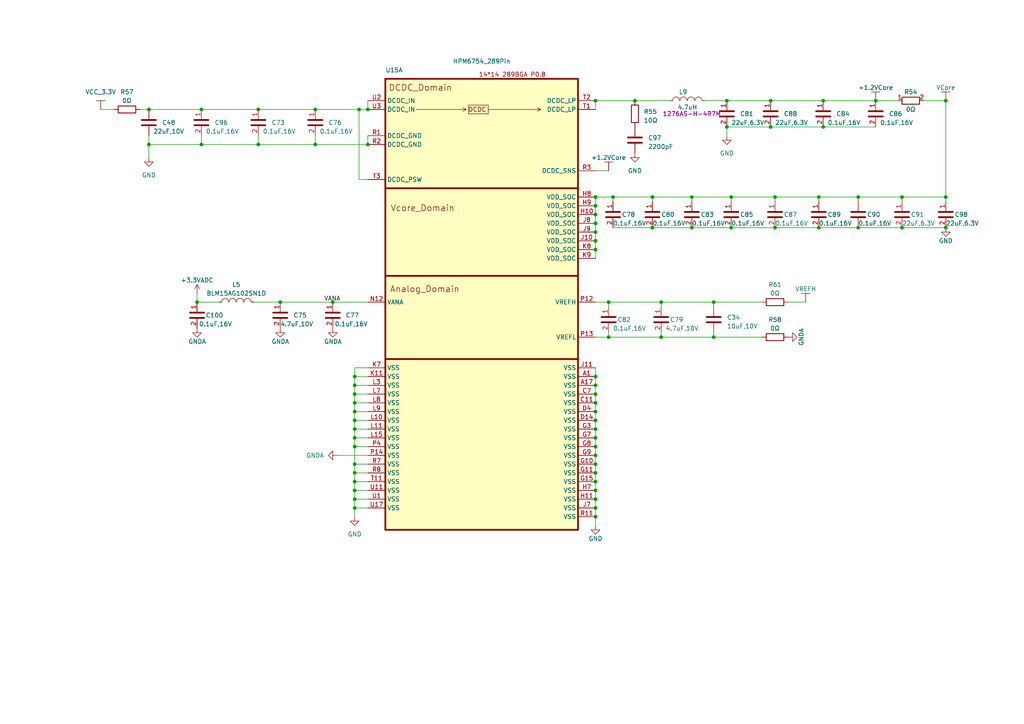
<source format=kicad_sch>
(kicad_sch (version 20230121) (generator eeschema)
  (paper "A4")
  (lib_symbols
    (symbol "0.1uF,16V_10" (pin_names (offset 0.254))
      (property "Reference" "C" (at 0.635 2.54 0))
      (property "Value" "0.1uF,16V_10" (at 0.635 -2.54 0))
      (symbol "0.1uF,16V_10_1_1"
        (pin passive line (at 0 3.81 270) (length 2.794) (name "~") (number "1"))
        (pin passive line (at 0 -3.81 90) (length 2.794) (name "~") (number "2"))
      )
    )
    (symbol "0.1uF,16V_11" (pin_numbers hide) (pin_names (offset 0.254))
      (property "Reference" "C" (at 0.635 2.54 0))
      (property "Value" "0.1uF,16V_11" (at 0.635 -2.54 0))
      (symbol "0.1uF,16V_11_1_1"
        (pin passive line (at 0 3.81 270) (length 2.794) (name "~") (number "1"))
        (pin passive line (at 0 -3.81 90) (length 2.794) (name "~") (number "2"))
      )
    )
    (symbol "0.1uF,16V_12" (pin_names (offset 0.254))
      (property "Reference" "C" (at 0.635 2.54 0))
      (property "Value" "0.1uF,16V_12" (at 0.635 -2.54 0))
      (symbol "0.1uF,16V_12_1_1"
        (pin passive line (at 0 3.81 270) (length 2.794) (name "~") (number "1"))
        (pin passive line (at 0 -3.81 90) (length 2.794) (name "~") (number "2"))
      )
    )
    (symbol "0.1uF,16V_13" (pin_names (offset 0.254))
      (property "Reference" "C" (at 0.635 2.54 0))
      (property "Value" "0.1uF,16V_13" (at 0.635 -2.54 0))
      (symbol "0.1uF,16V_13_1_1"
        (pin passive line (at 0 3.81 270) (length 2.794) (name "~") (number "1"))
        (pin passive line (at 0 -3.81 90) (length 2.794) (name "~") (number "2"))
      )
    )
    (symbol "0.1uF,16V_14" (pin_names (offset 0.254))
      (property "Reference" "C" (at 0.635 2.54 0))
      (property "Value" "0.1uF,16V_14" (at 0.635 -2.54 0))
      (symbol "0.1uF,16V_14_1_1"
        (pin passive line (at 0 3.81 270) (length 2.794) (name "~") (number "1"))
        (pin passive line (at 0 -3.81 90) (length 2.794) (name "~") (number "2"))
      )
    )
    (symbol "0.1uF,16V_2" (pin_names (offset 0.254))
      (property "Reference" "C" (at 0.635 2.54 0))
      (property "Value" "0.1uF,16V_2" (at 0.635 -2.54 0))
      (symbol "0.1uF,16V_2_1_1"
        (pin passive line (at 0 3.81 270) (length 2.794) (name "~") (number "1"))
        (pin passive line (at 0 -3.81 90) (length 2.794) (name "~") (number "2"))
      )
    )
    (symbol "0.1uF,16V_20" (pin_names (offset 0.254))
      (property "Reference" "C" (at 0.635 2.54 0))
      (property "Value" "0.1uF,16V_20" (at 0.635 -2.54 0))
      (symbol "0.1uF,16V_20_1_1"
        (pin passive line (at 0 3.81 270) (length 2.794) (name "~") (number "1"))
        (pin passive line (at 0 -3.81 90) (length 2.794) (name "~") (number "2"))
      )
    )
    (symbol "0.1uF,16V_3" (pin_names (offset 0.254))
      (property "Reference" "C" (at 0.635 2.54 0))
      (property "Value" "0.1uF,16V_3" (at 0.635 -2.54 0))
      (symbol "0.1uF,16V_3_1_1"
        (pin passive line (at 0 3.81 270) (length 2.794) (name "~") (number "1"))
        (pin passive line (at 0 -3.81 90) (length 2.794) (name "~") (number "2"))
      )
    )
    (symbol "0.1uF,16V_4" (pin_names (offset 0.254))
      (property "Reference" "C" (at 0.635 2.54 0))
      (property "Value" "0.1uF,16V_4" (at 0.635 -2.54 0))
      (symbol "0.1uF,16V_4_1_1"
        (pin passive line (at 0 3.81 270) (length 2.794) (name "~") (number "1"))
        (pin passive line (at 0 -3.81 90) (length 2.794) (name "~") (number "2"))
      )
    )
    (symbol "0.1uF,16V_5" (pin_names (offset 0.254))
      (property "Reference" "C" (at 0.635 2.54 0))
      (property "Value" "0.1uF,16V_5" (at 0.635 -2.54 0))
      (symbol "0.1uF,16V_5_1_1"
        (pin passive line (at 0 3.81 270) (length 2.794) (name "~") (number "1"))
        (pin passive line (at 0 -3.81 90) (length 2.794) (name "~") (number "2"))
      )
    )
    (symbol "0.1uF,16V_6" (pin_names (offset 0.254))
      (property "Reference" "C" (at 0.635 2.54 0))
      (property "Value" "0.1uF,16V_6" (at 0.635 -2.54 0))
      (symbol "0.1uF,16V_6_1_1"
        (pin passive line (at 0 3.81 270) (length 2.794) (name "~") (number "1"))
        (pin passive line (at 0 -3.81 90) (length 2.794) (name "~") (number "2"))
      )
    )
    (symbol "0.1uF,16V_7" (pin_names (offset 0.254))
      (property "Reference" "C" (at 0.635 2.54 0))
      (property "Value" "0.1uF,16V_7" (at 0.635 -2.54 0))
      (symbol "0.1uF,16V_7_1_1"
        (pin passive line (at 0 3.81 270) (length 2.794) (name "~") (number "1"))
        (pin passive line (at 0 -3.81 90) (length 2.794) (name "~") (number "2"))
      )
    )
    (symbol "0.1uF,16V_8" (pin_names (offset 0.254))
      (property "Reference" "C" (at 0.635 2.54 0))
      (property "Value" "0.1uF,16V_8" (at 0.635 -2.54 0))
      (symbol "0.1uF,16V_8_1_1"
        (pin passive line (at 0 3.81 270) (length 2.794) (name "~") (number "1"))
        (pin passive line (at 0 -3.81 90) (length 2.794) (name "~") (number "2"))
      )
    )
    (symbol "0.1uF,16V_9" (pin_names (offset 0.254))
      (property "Reference" "C" (at 0.635 2.54 0))
      (property "Value" "0.1uF,16V_9" (at 0.635 -2.54 0))
      (symbol "0.1uF,16V_9_1_1"
        (pin passive line (at 0 3.81 270) (length 2.794) (name "~") (number "1"))
        (pin passive line (at 0 -3.81 90) (length 2.794) (name "~") (number "2"))
      )
    )
    (symbol "02_HPM_Resis:0Ω" (pin_names (offset 0))
      (property "Reference" "R" (at -3.81 0.635 0))
      (property "Value" "0Ω" (at 5.08 0.635 0))
      (symbol "0Ω_1_1"
        (pin passive line (at -3.81 0 0) (length 1.27) (name "~") (number "1"))
        (pin passive line (at 3.81 0 180) (length 1.27) (name "~") (number "2"))
      )
    )
    (symbol "02_HPM_Resis:10Ω" (pin_numbers hide) (pin_names (offset 0))
      (property "Reference" "R" (at -3.81 0.635 0))
      (property "Value" "10Ω" (at 5.08 0.635 0))
      (symbol "10Ω_1_1"
        (pin passive line (at -3.81 0 0) (length 1.27) (name "~") (number "1"))
        (pin passive line (at 3.81 0 180) (length 1.27) (name "~") (number "2"))
      )
    )
    (symbol "03_HPM_CAP:0.1uF,16V" (pin_names (offset 0.254))
      (property "Reference" "C" (at 0.635 2.54 0))
      (property "Value" "0.1uF,16V" (at 0.635 -2.54 0))
      (symbol "0.1uF,16V_1_1"
        (pin passive line (at 0 3.81 270) (length 2.794) (name "~") (number "1"))
        (pin passive line (at 0 -3.81 90) (length 2.794) (name "~") (number "2"))
      )
    )
    (symbol "03_HPM_CAP:10uF,10V" (pin_numbers hide) (pin_names (offset 0.254))
      (property "Reference" "C" (at 0.635 2.54 0))
      (property "Value" "10uF,10V" (at 0.635 -2.54 0))
      (symbol "10uF,10V_1_1"
        (pin passive line (at 0 3.81 270) (length 2.794) (name "~") (number "1"))
        (pin passive line (at 0 -3.81 90) (length 2.794) (name "~") (number "2"))
      )
    )
    (symbol "03_HPM_CAP:2200pF" (pin_numbers hide) (pin_names (offset 0.254))
      (property "Reference" "C" (at 0.635 2.54 0))
      (property "Value" "2200pF" (at 0.635 -2.54 0))
      (symbol "2200pF_1_1"
        (pin passive line (at 0 3.81 270) (length 2.794) (name "~") (number "1"))
        (pin passive line (at 0 -3.81 90) (length 2.794) (name "~") (number "2"))
      )
    )
    (symbol "03_HPM_CAP:22uF,10V" (pin_numbers hide) (pin_names (offset 0.254))
      (property "Reference" "C" (at 0.635 2.54 0))
      (property "Value" "22uF,10V" (at 0.635 -2.54 0))
      (symbol "22uF,10V_1_1"
        (pin passive line (at 0 3.81 270) (length 2.794) (name "~") (number "1"))
        (pin passive line (at 0 -3.81 90) (length 2.794) (name "~") (number "2"))
      )
    )
    (symbol "03_HPM_CAP:22uF,6.3V" (pin_names (offset 0.254))
      (property "Reference" "C" (at 0.635 2.54 0))
      (property "Value" "22uF,6.3V" (at 0.635 -2.54 0))
      (symbol "22uF,6.3V_1_1"
        (pin passive line (at 0 3.81 270) (length 2.794) (name "~") (number "1"))
        (pin passive line (at 0 -3.81 90) (length 2.794) (name "~") (number "2"))
      )
    )
    (symbol "03_HPM_CAP:4.7uF,10V" (pin_names (offset 0.254))
      (property "Reference" "C" (at 0.635 2.54 0))
      (property "Value" "4.7uF,10V" (at 0.635 -2.54 0))
      (symbol "4.7uF,10V_1_1"
        (pin passive line (at 0 3.81 270) (length 2.794) (name "~") (number "1"))
        (pin passive line (at 0 -3.81 90) (length 2.794) (name "~") (number "2"))
      )
    )
    (symbol "07_HPM_L:32.768kHz,12.5pF,±20ppm" (pin_numbers hide) (pin_names (offset 1.016) hide)
      (property "Reference" "X" (at 0 -3.81 0))
      (property "Value" "32.768kHz,12.5pF,±20ppm" (at -1.27 -8.89 0))
      (property "Model" "FC-135 32.7680KA-A" (at -1.27 -11.43 0))
      (symbol "32.768kHz,12.5pF,±20ppm_1_1"
        (pin input line (at -5.08 0 0) (length 3.81) (name "OSC1") (number "1"))
        (pin input line (at 5.08 0 180) (length 3.81) (name "OSC2") (number "2"))
      )
    )
    (symbol "07_HPM_L:SWPA3012S4R7MT" (pin_numbers hide) (pin_names (offset 1.016) hide)
      (property "Reference" "L" (at 6.35 2.54 0))
      (property "Value" "SWPA3012S4R7MT" (at 0 -2.54 0))
      (symbol "SWPA3012S4R7MT_1_1"
        (pin input line (at -5.08 0 0) (length 0.762) (name "1") (number "1"))
        (pin input line (at 5.08 0 180) (length 0.762) (name "2") (number "2"))
      )
    )
    (symbol "07_HPM_L:XTAL_24MHZ "
      (property "Reference" "X" (at 7.62 1.905 0))
      (property "Value" "XTAL_24MHZ " (at 15.875 -14.605 0))
      (property "Field4" " X1E0000210129" (at 14.605 -12.065 0))
      (symbol "XTAL_24MHZ _1_0"
        (pin passive line (at 30.48 -7.62 180) (length 7.62) (name "X1") (number "1"))
        (pin passive line (at 30.48 -2.54 180) (length 7.62) (name "GND") (number "2"))
        (pin passive line (at 0 -2.54 0) (length 7.62) (name "X2") (number "3"))
        (pin passive line (at 0 -7.62 0) (length 7.62) (name "GND") (number "4"))
      )
    )
    (symbol "0_HPM6000_Library:HPM6754_289Pin"
      (property "Reference" "U" (at 1.27 1.27 0))
      (property "Value" "HPM6754_289Pin" (at 15.24 1.27 0))
      (symbol "HPM6754_289Pin_0_0"
        (text "14*14 289BGA P0.8" (at 36.83 1.27 0) (effects (font (size 1.27 1.27))))
      )
      (symbol "HPM6754_289Pin_1_1"
        (text "Analog_Domain" (at 11.43 -60.96 0) (effects (font (size 1.778 1.778))))
        (text "DCDC" (at 26.67 -8.89 0) (effects (font (size 1.27 1.27))))
        (text "DCDC_Domain" (at 10.16 -2.54 0) (effects (font (size 1.778 1.778))))
        (text "Vcore_Domain" (at 10.795 -37.465 0) (effects (font (size 1.778 1.778))))
        (pin power_out line (at 60.96 -86.36 180) (length 5.08) (name "VSS") (number "A1"))
        (pin power_out line (at 60.96 -88.9 180) (length 5.08) (name "VSS") (number "A17"))
        (pin power_out line (at 60.96 -93.98 180) (length 5.08) (name "VSS") (number "C11"))
        (pin power_out line (at 60.96 -91.44 180) (length 5.08) (name "VSS") (number "C7"))
        (pin power_out line (at 60.96 -99.06 180) (length 5.08) (name "VSS") (number "D14"))
        (pin power_out line (at 60.96 -96.52 180) (length 5.08) (name "VSS") (number "D4"))
        (pin power_out line (at 60.96 -111.76 180) (length 5.08) (name "VSS") (number "G10"))
        (pin power_out line (at 60.96 -114.3 180) (length 5.08) (name "VSS") (number "G11"))
        (pin power_out line (at 60.96 -116.84 180) (length 5.08) (name "VSS") (number "G15"))
        (pin power_out line (at 60.96 -101.6 180) (length 5.08) (name "VSS") (number "G3"))
        (pin power_out line (at 60.96 -104.14 180) (length 5.08) (name "VSS") (number "G7"))
        (pin power_out line (at 60.96 -106.68 180) (length 5.08) (name "VSS") (number "G8"))
        (pin power_out line (at 60.96 -109.22 180) (length 5.08) (name "VSS") (number "G9"))
        (pin power_in line (at 60.96 -39.37 180) (length 5.08) (name "VDD_SOC") (number "H10"))
        (pin power_out line (at 60.96 -121.92 180) (length 5.08) (name "VSS") (number "H11"))
        (pin power_out line (at 60.96 -119.38 180) (length 5.08) (name "VSS") (number "H7"))
        (pin power_in line (at 60.96 -34.29 180) (length 5.08) (name "VDD_SOC") (number "H8"))
        (pin power_in line (at 60.96 -36.83 180) (length 5.08) (name "VDD_SOC") (number "H9"))
        (pin power_in line (at 60.96 -46.99 180) (length 5.08) (name "VDD_SOC") (number "J10"))
        (pin power_out line (at 60.96 -83.82 180) (length 5.08) (name "VSS") (number "J11"))
        (pin power_out line (at 60.96 -124.46 180) (length 5.08) (name "VSS") (number "J7"))
        (pin power_in line (at 60.96 -41.91 180) (length 5.08) (name "VDD_SOC") (number "J8"))
        (pin power_in line (at 60.96 -44.45 180) (length 5.08) (name "VDD_SOC") (number "J9"))
        (pin power_out line (at -5.08 -86.36 0) (length 5.08) (name "VSS") (number "K11"))
        (pin power_out line (at -5.08 -83.82 0) (length 5.08) (name "VSS") (number "K7"))
        (pin power_in line (at 60.96 -49.53 180) (length 5.08) (name "VDD_SOC") (number "K8"))
        (pin power_in line (at 60.96 -52.07 180) (length 5.08) (name "VDD_SOC") (number "K9"))
        (pin power_out line (at -5.08 -99.06 0) (length 5.08) (name "VSS") (number "L10"))
        (pin power_out line (at -5.08 -101.6 0) (length 5.08) (name "VSS") (number "L11"))
        (pin power_out line (at -5.08 -104.14 0) (length 5.08) (name "VSS") (number "L15"))
        (pin power_out line (at -5.08 -88.9 0) (length 5.08) (name "VSS") (number "L3"))
        (pin power_out line (at -5.08 -91.44 0) (length 5.08) (name "VSS") (number "L7"))
        (pin power_out line (at -5.08 -93.98 0) (length 5.08) (name "VSS") (number "L8"))
        (pin power_out line (at -5.08 -96.52 0) (length 5.08) (name "VSS") (number "L9"))
        (pin power_in line (at -5.08 -64.77 0) (length 5.08) (name "VANA") (number "N12"))
        (pin power_in line (at 60.96 -64.77 180) (length 5.08) (name "VREFH") (number "P12"))
        (pin power_out line (at 60.96 -74.93 180) (length 5.08) (name "VREFL") (number "P13"))
        (pin power_out line (at -5.08 -109.22 0) (length 5.08) (name "VSS") (number "P14"))
        (pin power_out line (at -5.08 -106.68 0) (length 5.08) (name "VSS") (number "P4"))
        (pin power_out line (at -5.08 -16.51 0) (length 5.08) (name "DCDC_GND") (number "R1"))
        (pin power_out line (at 60.96 -127 180) (length 5.08) (name "VSS") (number "R11"))
        (pin power_out line (at -5.08 -19.05 0) (length 5.08) (name "DCDC_GND") (number "R2"))
        (pin power_in line (at 60.96 -26.67 180) (length 5.08) (name "DCDC_SNS") (number "R3"))
        (pin power_out line (at -5.08 -111.76 0) (length 5.08) (name "VSS") (number "R7"))
        (pin power_out line (at -5.08 -114.3 0) (length 5.08) (name "VSS") (number "R8"))
        (pin power_out line (at 60.96 -8.89 180) (length 5.08) (name "DCDC_LP") (number "T1"))
        (pin power_out line (at -5.08 -116.84 0) (length 5.08) (name "VSS") (number "T11"))
        (pin power_out line (at 60.96 -6.35 180) (length 5.08) (name "DCDC_LP") (number "T2"))
        (pin power_in line (at -5.08 -29.21 0) (length 5.08) (name "DCDC_PSW") (number "T3"))
        (pin power_out line (at -5.08 -121.92 0) (length 5.08) (name "VSS") (number "U1"))
        (pin power_out line (at -5.08 -119.38 0) (length 5.08) (name "VSS") (number "U11"))
        (pin power_out line (at -5.08 -124.46 0) (length 5.08) (name "VSS") (number "U17"))
        (pin power_in line (at -5.08 -6.35 0) (length 5.08) (name "DCDC_IN") (number "U2"))
        (pin power_in line (at -5.08 -8.89 0) (length 5.08) (name "DCDC_IN") (number "U3"))
      )
      (symbol "HPM6754_289Pin_2_1"
        (text "OSC" (at 2.54 -2.54 0) (effects (font (size 1.27 1.27))))
        (text "PMC_Domain" (at 6.35 -12.065 0) (effects (font (size 1.27 1.27))))
        (text "VBAT_Domain" (at 31.115 -12.065 0) (effects (font (size 1.27 1.27))))
        (pin input line (at -5.08 -6.35 0) (length 5.08) (name "XTAL_IN") (number "T10"))
        (pin output line (at 43.18 -16.51 180) (length 5.08) (name "RTC_XTAL_OUT") (number "T8"))
        (pin output line (at -5.08 -16.51 0) (length 5.08) (name "XTAL_OUT") (number "U10"))
        (pin input line (at 43.18 -6.35 180) (length 5.08) (name "RTC_XTAL_IN") (number "U8"))
      )
      (symbol "HPM6754_289Pin_3_1"
        (text "LDO" (at 67.31 -17.145 0) (effects (font (size 1.27 1.27))))
        (text "LDO" (at 67.31 -6.985 0) (effects (font (size 1.27 1.27))))
        (text "VPMC_Domain_IO" (at 8.255 -24.765 0) (effects (font (size 1.27 1.27))))
        (text "VPMC_Domain_Power" (at 10.16 -2.54 0) (effects (font (size 1.27 1.27))))
        (pin power_out line (at 143.51 -17.145 180) (length 5.08) (name "VDD_OTPCAP") (number "M7"))
        (pin power_out line (at 143.51 -6.985 180) (length 5.08) (name "VDD_PMCCAP") (number "M9"))
        (pin bidirectional line (at -5.08 -51.435 0) (length 5.08) (name "PY09/URT.CTS/UART_CTS/TMR_CAPT_2/SOC_PY_09/GPTMR6_CAPT_0/UART2_RXD/SPI1_MISO/DAOR_N/ACMP_COMP_3") (number "N5"))
        (pin bidirectional line (at -5.08 -41.275 0) (length 5.08) (name "PY05/WDOG/TMR_CAPT_0/SOC_PY_05/GPTMR6_CAPT_1/UART5_CTS/I2C3_SDA/SPI1_CSN/CAN0_STBY/DAOL_N/ACMP_COMP_0") (number "N6"))
        (pin bidirectional line (at -5.08 -48.895 0) (length 5.08) (name "PY08/URT.RTS/TMR_COMP_2/SOC_PY_08/GPTMR6_COMP_0/UART2_TXD/SPI1_SCLK/DAOR_P/ACMP_COMP_2") (number "P5"))
        (pin bidirectional line (at -5.08 -38.735 0) (length 5.08) (name "PY04/JTAG.TRST/TMR_COMP_0/SOC_PY_04/GPTMR6_COMP_1/UART5_DE/UART5_RTS/I2C3_SCL/SPI1_MOSI/CAN2_STBY/DAOL_P/ACMP_COMP_1") (number "P6"))
        (pin power_in line (at -5.08 -10.795 0) (length 5.08) (name "VPMC") (number "R4"))
        (pin bidirectional line (at -5.08 -36.195 0) (length 5.08) (name "PY03/JTAG.TMS/TMR_COMP_3/SOC_PY_03/UART6_CTS/SPI3_CSN/CAN0_RXD") (number "R5"))
        (pin bidirectional line (at -5.08 -33.655 0) (length 5.08) (name "PY02/JTAG.TCK/TMR_COMP_2/SOC_PY_02/UART6_DE/UART6_RTS/SPI3_SCLK/CAN0_TXD/I2S1_MCLK") (number "R6"))
        (pin bidirectional line (at -5.08 -56.515 0) (length 5.08) (name "PY11/VAD.DAT/TMR_CAPT_3/SOC_PY_11/UART7_CTS/CAN2_RXD/I2S1_RXD_0/PDM0_D_0") (number "T4"))
        (pin bidirectional line (at -5.08 -46.355 0) (length 5.08) (name "PY07/UART_RXD/TMR_CAPT_1/SOC_PY_07/UART0_RXD/CAN1_RXD/I2S1_BCLK") (number "T5"))
        (pin bidirectional line (at -5.08 -31.115 0) (length 5.08) (name "PY01/JTAG.TDI/TMR_COMP_1/SOC_PY_01/UART4_CTS/I2C2_SDA/SPI3_MISO/I2S1_FCLK") (number "T6"))
        (pin power_in line (at -5.08 -5.715 0) (length 5.08) (name "VPMC") (number "T7"))
        (pin bidirectional line (at -5.08 -53.975 0) (length 5.08) (name "PY10/VAD.CLK/TMR_COMP_3/SOC_PY_10/UART7_DE/UART7_RTS/CAN2_TXD/I2S1_RXD_1/PDM0_CLK") (number "U4"))
        (pin bidirectional line (at -5.08 -43.815 0) (length 5.08) (name "PY06/UART_TXD/TMR_COMP_1/SOC_PY_06/UART0_TXD/CAN1_TXD/I2S1_TXD_0") (number "U5"))
        (pin bidirectional line (at -5.08 -28.575 0) (length 5.08) (name "PY00/JTAG.TDO/TMR_COMP_0/SOC_PY_00/UART4_DE/UART4_RTS/I2C2_SCL/SPI3_MOSI/I2S1_TXD_1") (number "U6"))
        (pin power_in line (at -5.08 -8.255 0) (length 5.08) (name "VPMC") (number "U7"))
      )
      (symbol "HPM6754_289Pin_4_1"
        (text "BAT_Domain_IO" (at 7.62 -17.78 0) (effects (font (size 1.27 1.27))))
        (text "BAT_Domain_Power" (at 11.43 -2.54 0) (effects (font (size 1.27 1.27))))
        (text "LDO" (at 52.07 -7.62 0) (effects (font (size 1.27 1.27))))
        (pin power_out line (at 110.49 -7.62 180) (length 5.08) (name "VDD_BATCAP") (number "M8"))
        (pin bidirectional line (at -5.08 -31.75 0) (length 5.08) (name "PZ04/PLED/SOC_PZ_04/GPTMR7_CAPT_0/UART11_RXD/SPI0_MOSI/I2S0_FCLK/PDM0_D_3") (number "N10"))
        (pin bidirectional line (at -5.08 -26.67 0) (length 5.08) (name "PZ02/PBUTN/SOC_PZ_02/UART10_RXD/SPI0_CSN/PDM0_D_1") (number "N11"))
        (pin bidirectional line (at -5.08 -46.99 0) (length 5.08) (name "PZ10/SOC_PZ_10/GPTMR7_CAPT_1/UART14_RXD/I2C0_SDA/CAN1_STBY/ACMP_COMP_3") (number "N7"))
        (pin bidirectional line (at -5.08 -41.91 0) (length 5.08) (name "PZ08/SOC_PZ_08/GPTMR7_COMP_0/UART13_RXD/I2S0_RXD_0/ACMP_COMP_0") (number "N8"))
        (pin bidirectional line (at -5.08 -36.83 0) (length 5.08) (name "PZ06/SOC_PZ_06/GPTMR7_COMP_1/UART12_RXD/I2S0_BCLK/PDM0_CLK") (number "N9"))
        (pin bidirectional line (at -5.08 -34.29 0) (length 5.08) (name "PZ05/WLED/SOC_PZ_05/UART11_TXD/SPI0_MISO/PDM0_D_2") (number "P10"))
        (pin bidirectional line (at -5.08 -29.21 0) (length 5.08) (name "PZ03/WBUTN/SOC_PZ_03/UART10_TXD/SPI0_SCLK/PDM0_D_0") (number "P11"))
        (pin bidirectional line (at -5.08 -49.53 0) (length 5.08) (name "PZ11/TAMP_11/SOC_PZ_11/UART14_TXD/I2C0_SCL/CAN3_STBY/ACMP_COMP_2") (number "P7"))
        (pin bidirectional line (at -5.08 -44.45 0) (length 5.08) (name "PZ09/SOC_PZ_09/UART13_TXD/I2S0_MCLK/ACMP_COMP_1") (number "P8"))
        (pin bidirectional line (at -5.08 -39.37 0) (length 5.08) (name "PZ07/SOC_PZ_07/UART12_TXD/I2S0_TXD_0/PDM0_CLK") (number "P9"))
        (pin bidirectional line (at -5.08 -21.59 0) (length 5.08) (name "PZ00/PWR_ON/SOC_PZ_00/UART15_TXD/I2C1_SCL") (number "R10"))
        (pin bidirectional line (at -5.08 -24.13 0) (length 5.08) (name "PZ01/RESETN/SOC_PZ_01/UART15_RXD/I2C1_SDA") (number "R9"))
        (pin power_in line (at -5.08 -8.89 0) (length 5.08) (name "VBAT") (number "T9"))
        (pin power_in line (at -5.08 -6.35 0) (length 5.08) (name "VBAT") (number "U9"))
      )
      (symbol "HPM6754_289Pin_5_1"
        (text "USB_IO" (at 5.08 -20.32 0) (effects (font (size 1.27 1.27))))
        (text "USB_Power" (at 6.35 -2.54 0) (effects (font (size 1.27 1.27))))
        (pin power_out line (at -5.08 -12.7 0) (length 5.08) (name "VDD_USB") (number "K10"))
        (pin power_in line (at -5.08 -10.16 0) (length 5.08) (name "VUSB") (number "M10"))
        (pin power_in line (at -5.08 -5.08 0) (length 5.08) (name "USB0_VBUS") (number "R12"))
        (pin power_in line (at -5.08 -7.62 0) (length 5.08) (name "USB1_VBUS") (number "R13"))
        (pin bidirectional line (at 33.02 -22.86 180) (length 5.08) (name "USB0_DN") (number "T12"))
        (pin bidirectional line (at 33.02 -31.75 180) (length 5.08) (name "USB1_DN") (number "T13"))
        (pin bidirectional line (at 33.02 -20.32 180) (length 5.08) (name "USB0_DP") (number "U12"))
        (pin bidirectional line (at 33.02 -29.21 180) (length 5.08) (name "USB1_DP") (number "U13"))
      )
      (symbol "HPM6754_289Pin_6_1"
        (pin bidirectional line (at -5.08 -130.81 0) (length 5.08) (name "PC22/UART15_TXD/FEMC_A_12/TRGM2_P_00") (number "A10"))
        (pin bidirectional line (at -5.08 -140.97 0) (length 5.08) (name "PC26/UART0_TXD/FEMC_CLK/TRGM2_P_01") (number "A11"))
        (pin bidirectional line (at -5.08 -173.99 0) (length 5.08) (name "PC31/UART3_TXD/FEMC_DM_1/XPI1_CB_SCLK/PWM2_FAULT_0") (number "A12"))
        (pin bidirectional line (at -5.08 -186.69 0) (length 5.08) (name "PD04/UART4_TXD/FEMC_DQ_08/XPI1_CB_D_0/PWM2_P_0") (number "A13"))
        (pin bidirectional line (at -5.08 -194.31 0) (length 5.08) (name "PD07/UART5_TXD/FEMC_DQ_10/XPI1_CB_D_2/PWM2_P_2") (number "A14"))
        (pin bidirectional line (at -5.08 -201.93 0) (length 5.08) (name "PD10/UART6_DE/UART6_RTS/I2C2_SCL/CAN0_STBY/FEMC_DQ_12/PWM2_P_4") (number "A15"))
        (pin bidirectional line (at -5.08 -209.55 0) (length 5.08) (name "PD13/UART7_DE/UART7_RTS/I2C3_SCL/CAN1_STBY/FEMC_DQ_14/PWM2_P_6") (number "A16"))
        (pin bidirectional line (at -5.08 -24.13 0) (length 5.08) (name "PB19/UART1_DE/UART1_RTS/CAN1_TXD/FEMC_DQ_24/PWM1_P_0") (number "A2"))
        (pin bidirectional line (at -5.08 -31.75 0) (length 5.08) (name "PB22/UART2_TXD/SPI2_MOSI/FEMC_DQ_26/PWM1_P_2") (number "A3"))
        (pin bidirectional line (at -5.08 -39.37 0) (length 5.08) (name "PB25/UART3_TXD/SPI2_MISO/FEMC_DQ_28/PWM1_P_4") (number "A4"))
        (pin bidirectional line (at -5.08 -52.07 0) (length 5.08) (name "PB30/UART4_TXD/SPI3_MOSI/FEMC_DQ_30/PWM1_P_6") (number "A5"))
        (pin bidirectional line (at -5.08 -64.77 0) (length 5.08) (name "PC03/UART7_TXD/SPI3_MISO/FEMC_DM_3/PWM1_FAULT_0") (number "A6"))
        (pin bidirectional line (at -5.08 -92.71 0) (length 5.08) (name "PC07/UART8_TXD/FEMC_A_05/XPI1_CB_D_2/TRGM0_P_02") (number "A7"))
        (pin bidirectional line (at -5.08 -105.41 0) (length 5.08) (name "PC12/UART9_TXD/FEMC_A_08/XPI1_CB_D_0/TRGM0_P_01") (number "A8"))
        (pin bidirectional line (at -5.08 -118.11 0) (length 5.08) (name "PC17/UART14_TXD/FEMC_A_09/TRGM0_P_00") (number "A9"))
        (pin bidirectional line (at -5.08 -16.51 0) (length 5.08) (name "PB16/UART0_DE/DAOR_N/PWM1_FAULT_1") (number "B1"))
        (pin bidirectional line (at -5.08 -128.27 0) (length 5.08) (name "PC21/UART15_RXD/FEMC_A_11/TRGM2_P_03") (number "B10"))
        (pin bidirectional line (at -5.08 -138.43 0) (length 5.08) (name "PC25/UART0_RXD/FEMC_CKE/TRGM2_P_04") (number "B11"))
        (pin bidirectional line (at -5.08 -171.45 0) (length 5.08) (name "PC30/UART3_RXD/FEMC_DM_0/XPI1_CB_CS0/TRGM2_P_05") (number "B12"))
        (pin bidirectional line (at -5.08 -184.15 0) (length 5.08) (name "PD03/UART4_RXD/FEMC_DQ_09/XPI1_CB_D_1/PWM2_P_1") (number "B13"))
        (pin bidirectional line (at -5.08 -191.77 0) (length 5.08) (name "PD06/UART5_RXD/FEMC_DQ_11/XPI1_CB_D_3/PWM2_P_3") (number "B14"))
        (pin bidirectional line (at -5.08 -199.39 0) (length 5.08) (name "PD09/UART6_CTS/I2C2_SDA/CAN2_STBY/FEMC_DQ_13/PWM2_P_5") (number "B15"))
        (pin bidirectional line (at -5.08 -207.01 0) (length 5.08) (name "PD12/UART7_CTS/I2C3_SDA/CAN3_STBY/FEMC_DQ_15/PWM2_P_7/ETH0_MDC") (number "B16"))
        (pin bidirectional line (at -5.08 -214.63 0) (length 5.08) (name "PD15/UART8_DE/PWM2_FAULT_1/ETH0_MDIO") (number "B17"))
        (pin bidirectional line (at -5.08 -21.59 0) (length 5.08) (name "PB18/UART1_CTS/CAN1_RXD/DAOL_N/FEMC_DQ_25/PWM1_P_1") (number "B2"))
        (pin bidirectional line (at -5.08 -29.21 0) (length 5.08) (name "PB21/UART2_RXD/SPI2_SCLK/FEMC_DQ_27/PWM1_P_3") (number "B3"))
        (pin bidirectional line (at -5.08 -36.83 0) (length 5.08) (name "PB24/UART3_RXD/SPI2_CSN/FEMC_DQ_29/PWM1_P_5") (number "B4"))
        (pin bidirectional line (at -5.08 -49.53 0) (length 5.08) (name "PB29/UART4_RXD/SPI3_CSN/FEMC_DQ_31/PWM1_P_7") (number "B5"))
        (pin bidirectional line (at -5.08 -62.23 0) (length 5.08) (name "PC02/UART7_RXD/SPI3_SCLK/FEMC_DM_2/TRGM0_P_03") (number "B6"))
        (pin bidirectional line (at -5.08 -90.17 0) (length 5.08) (name "PC06/UART8_RXD/FEMC_A_04/XPI1_CB_D_3/TRGM0_P_04") (number "B7"))
        (pin bidirectional line (at -5.08 -102.87 0) (length 5.08) (name "PC11/UART9_RXD/FEMC_A_07/XPI1_CB_D_1/TRGM0_P_05") (number "B8"))
        (pin bidirectional line (at -5.08 -115.57 0) (length 5.08) (name "PC16/UART14_RXD/FEMC_DQS/TRGM2_P_02") (number "B9"))
        (pin bidirectional line (at -5.08 -13.97 0) (length 5.08) (name "PB15/UART0_DE/UART0_RTS/CAN0_TXD/DAOR_P/PWM0_FAULT_0/SOC_REF0") (number "C1"))
        (pin bidirectional line (at -5.08 -125.73 0) (length 5.08) (name "PC20/UART12_RXD/FEMC_CS_1/TRGM3_P_06") (number "C10"))
        (pin bidirectional line (at -5.08 -168.91 0) (length 5.08) (name "PC29/UART7_TXD/FEMC_DQ_07/XPI1_CB_CS1/PWM3_P_7/ETH1_EVTI_0") (number "C12"))
        (pin bidirectional line (at -5.08 -181.61 0) (length 5.08) (name "PD02/UART7_RXD/FEMC_DQ_04/XPI1_CB_DQS/PWM3_P_4/ETH1_EVTI_1") (number "C13"))
        (pin bidirectional line (at -5.08 -189.23 0) (length 5.08) (name "PD05/UART5_DE/UART5_RTS/I2C1_SCL/FEMC_DQ_01/PWM3_P_1/ETH1_EVTI_3") (number "C14"))
        (pin bidirectional line (at -5.08 -196.85 0) (length 5.08) (name "PD08/UART5_CTS/I2C1_SDA/FEMC_DQ_00/PWM3_P_0/ETH1_EVTI_2") (number "C15"))
        (pin bidirectional line (at -5.08 -204.47 0) (length 5.08) (name "PD11/UART8_CTS/CAN0_RXD/PWM3_FAULT_1/ETH1_MDC") (number "C16"))
        (pin bidirectional line (at -5.08 -212.09 0) (length 5.08) (name "PD14/UART8_DE/UART8_RTS/CAN0_TXD/PWM3_FAULT_0/PWM3_FAULT_0/ETH1_MDIO") (number "C17"))
        (pin bidirectional line (at -5.08 -19.05 0) (length 5.08) (name "PB17/UART0_CTS/CAN0_RXD/DAOL_P/PWM0_FAULT_1") (number "C2"))
        (pin bidirectional line (at -5.08 -26.67 0) (length 5.08) (name "PB20/UART3_CTS/SPI2_DAT3/CAN3_RXD/FEMC_DQ_23/PWM0_P_7") (number "C3"))
        (pin bidirectional line (at -5.08 -34.29 0) (length 5.08) (name "PB23/UART0_TXD(/SPI2_DAT2/FEMC_DQ_22/PWM0_P_6") (number "C4"))
        (pin bidirectional line (at -5.08 -46.99 0) (length 5.08) (name "PB28/UART0_RXD/SPI3_DAT2/FEMC_DQ_19/PWM0_P_3") (number "C5"))
        (pin bidirectional line (at -5.08 -59.69 0) (length 5.08) (name "PC01/UART6_TXD/SPI3_DAT3/FEMC_DQ_16/PWM0_P_0") (number "C6"))
        (pin bidirectional line (at -5.08 -100.33 0) (length 5.08) (name "PC10/UART6_RXD/FEMC_A_06/XPI1_CB_CS0/TRGM1_P_07") (number "C8"))
        (pin bidirectional line (at -5.08 -113.03 0) (length 5.08) (name "PC15/UART12_TXD/FEMC_A_10/XPI1_CB_SCLK/TRGM1_P_06") (number "C9"))
        (pin bidirectional line (at -5.08 -123.19 0) (length 5.08) (name "PC19/UART1_TXD/FEMC_CS_0/TRGM3_P_08/ETH1_EVTI_0") (number "D10"))
        (pin bidirectional line (at -5.08 -135.89 0) (length 5.08) (name "PC24/UART2_TXD/FEMC_WE/TRGM3_P_09/ETH1_EVTI_1") (number "D11"))
        (pin bidirectional line (at -5.08 -166.37 0) (length 5.08) (name "PC28/UART6_TXD/FEMC_DQ_06/PWM3_P_6/ETH1_EVTO_0") (number "D12"))
        (pin bidirectional line (at -5.08 -179.07 0) (length 5.08) (name "PD01/UART4_DE/UART4_RTS/I2C0_SCL/FEMC_DQ_03/PWM3_P_3/ETH1_EVTO_1") (number "D13"))
        (pin bidirectional line (at -5.08 -44.45 0) (length 5.08) (name "PB27/UART1_TXD/FEMC_DQ_20/PWM0_P_4") (number "D5"))
        (pin bidirectional line (at -5.08 -57.15 0) (length 5.08) (name "PC00/UART5_TXD/FEMC_DQ_17/PWM0_P_1") (number "D6"))
        (pin bidirectional line (at -5.08 -87.63 0) (length 5.08) (name "PC05/UART10_TXD/FEMC_A_03/TRGM1_P_09") (number "D7"))
        (pin bidirectional line (at -5.08 -97.79 0) (length 5.08) (name "PC09/UART11_TXD/FEMC_A_01/XPI1_CB_CS1/TRGM1_P_08/ETH1_EVTO_0") (number "D8"))
        (pin bidirectional line (at -5.08 -110.49 0) (length 5.08) (name "PC14/UART13_TXD/FEMC_BA1/XPI1_CB_DQS/TRGM3_P_07/ETH1_EVTO_1") (number "D9"))
        (pin bidirectional line (at -5.08 -120.65 0) (length 5.08) (name "PC18/UART1_RXD/FEMC_RAS/TRGM3_P_10/ETH1_EVTI_3") (number "E10"))
        (pin bidirectional line (at -5.08 -133.35 0) (length 5.08) (name "PC23/UART2_RXD/FEMC_CAS/TRGM3_P_11/ETH1_EVTI_2") (number "E11"))
        (pin bidirectional line (at -5.08 -163.83 0) (length 5.08) (name "PC27/UART6_RXD/FEMC_DQ_05/PWM3_P_5/ETH1_EVTO_2") (number "E12"))
        (pin bidirectional line (at -5.08 -176.53 0) (length 5.08) (name "PD00/UART4_CTS/I2C0_SDA/FEMC_DQ_02/PWM3_P_2/ETH1_EVTO_3") (number "E13"))
        (pin bidirectional line (at -5.08 -41.91 0) (length 5.08) (name "PB26/UART1_RXD/FEMC_DQ_21/PWM0_P_5") (number "E5"))
        (pin bidirectional line (at -5.08 -54.61 0) (length 5.08) (name "PB31/UART5_RXD/FEMC_DQ_18/PWM0_P_2") (number "E6"))
        (pin bidirectional line (at -5.08 -85.09 0) (length 5.08) (name "PC04/UART10_RXD/FEMC_A_02/TRGM1_P_11") (number "E7"))
        (pin bidirectional line (at -5.08 -95.25 0) (length 5.08) (name "PC08/UART11_RXD/FEMC_A_00/TRGM1_P_10/ETH1_EVTO_2/ETH1_EVTO_2") (number "E8"))
        (pin bidirectional line (at -5.08 -107.95 0) (length 5.08) (name "PC13/UART13_RXD/FEMC_BA0/ETH1_EVTO_3") (number "E9"))
        (pin power_in line (at -5.08 -157.48 0) (length 5.08) (name "VIO_B05") (number "F10"))
        (pin power_in line (at -5.08 -154.94 0) (length 5.08) (name "VIO_B05") (number "F11"))
        (pin power_in line (at -5.08 -6.35 0) (length 5.08) (name "VIO_B03") (number "F6"))
        (pin power_in line (at -5.08 -8.89 0) (length 5.08) (name "VIO_B03") (number "F7"))
        (pin power_in line (at -5.08 -80.01 0) (length 5.08) (name "VIO_B04") (number "F8"))
        (pin power_in line (at -5.08 -77.47 0) (length 5.08) (name "VIO_B04") (number "F9"))
      )
      (symbol "HPM6754_289Pin_7_1"
        (pin bidirectional line (at -5.08 -12.7 0) (length 5.08) (name "PD16/UART9_DE/UART9_RTS/CAN1_TXD/TRGM2_P_06/SDC1_DATA_4/ETH1_TXD_1") (number "D15"))
        (pin bidirectional line (at -5.08 -15.24 0) (length 5.08) (name "PD17/UART11_CTS/CAN3_RXD/TRGM3_P_03/SDC1_DATA_1/ETH1_RXD_3") (number "D16"))
        (pin bidirectional line (at -5.08 -17.78 0) (length 5.08) (name "PD18/UART11_DE/UART11_RTS/CAN3_TXD/TRGM3_P_00/SDC1_DATA_0/ETH1_RXD_0") (number "D17"))
        (pin bidirectional line (at -5.08 -20.32 0) (length 5.08) (name "PD19/UART9_CTS/SPI0_DAT2/CAN1_RXD/TRGM2_P_09/SDC1_DATA_6/ETH1_TXEN") (number "E14"))
        (pin bidirectional line (at -5.08 -22.86 0) (length 5.08) (name "PD20/UART10_DE/UART10_RTS/CAN2_TXD/TRGM2_P_07/SDC1_DS/ETH1_TXCK") (number "E15"))
        (pin bidirectional line (at -5.08 -25.4 0) (length 5.08) (name "PD21/UART8_RXD/SPI0_MOSI/TRGM3_P_04/SDC1_CMD/ETH1_RXDV") (number "E16"))
        (pin bidirectional line (at -5.08 -27.94 0) (length 5.08) (name "PD22/UART8_TXD/SPI0_CSN/TRGM3_P_01/SDC1_CLK/ETH1_RXCK") (number "E17"))
        (pin power_in line (at -5.08 -6.35 0) (length 5.08) (name "VIO_B06") (number "F12"))
        (pin bidirectional line (at -5.08 -30.48 0) (length 5.08) (name "PD23/UART10_RXD/TRGM2_P_11/SDC1_RSTN/ETH1_TXD_3") (number "F13"))
        (pin bidirectional line (at -5.08 -33.02 0) (length 5.08) (name "PD24/UART10_TXD/SPI0_DAT3/TRGM2_P_10/SDC1_DATA_7/ETH1_TXD_2") (number "F14"))
        (pin bidirectional line (at -5.08 -35.56 0) (length 5.08) (name "PD25/UART10_CTS/CAN2_RXD/TRGM2_P_08/SDC1_DATA_5/ETH1_TXD_0") (number "F15"))
        (pin bidirectional line (at -5.08 -38.1 0) (length 5.08) (name "PD26/UART9_RXD/SPI0_MISO/TRGM3_P_05/SDC1_DATA_3/ETH1_RXD_2") (number "F16"))
        (pin bidirectional line (at -5.08 -40.64 0) (length 5.08) (name "PD27/UART9_TXD/SPI0_SCLK/TRGM3_P_02/SDC1_DATA_2/ETH1_RXD_1") (number "F17"))
        (pin power_in line (at -5.08 -3.81 0) (length 5.08) (name "VIO_B06") (number "G12"))
        (pin bidirectional line (at -5.08 -55.88 0) (length 5.08) (name "PD28/UART11_RXD/PWM2_P_5/SDC1_CDN/ETH0_TXD_2") (number "G13"))
        (pin bidirectional line (at -5.08 -58.42 0) (length 5.08) (name "PD29/UART11_TXD/XPI0_CB_DQS/PWM2_P_4/SDC1_VSEL/ETH0_TXD_1") (number "G14"))
        (pin bidirectional line (at -5.08 -60.96 0) (length 5.08) (name "PD30/UART14_RXD/SPI1_MISO/CAN0_RXD/XPI0_CB_D_2/PWM2_P_1/ETH0_RXDV") (number "G16"))
        (pin bidirectional line (at -5.08 -63.5 0) (length 5.08) (name "PD31/UART14_TXD/SPI1_SCLK/CAN0_TXD/XPI0_CB_D_0/PWM2_P_0/ETH0_RXD_0") (number "G17"))
        (pin power_in line (at -5.08 -49.53 0) (length 5.08) (name "VIO_B07") (number "H12"))
        (pin bidirectional line (at -5.08 -67.31 0) (length 5.08) (name "PE00/UART12_RXD/PWM2_P_6/SDC1_WP/ETH0_TXEN") (number "H13"))
        (pin bidirectional line (at -5.08 -69.85 0) (length 5.08) (name "PE01/UART12_TXD/XPI0_CB_CS1/PWM2_P_7/SDC0_CDN/ETH0_TXCK") (number "H14"))
        (pin bidirectional line (at -5.08 -72.39 0) (length 5.08) (name "PE02/UART13_TXD/SPI1_DAT2/XPI0_CB_CS0/PWM3_P_0/ETH0_RXD_2") (number "H15"))
        (pin bidirectional line (at -5.08 -74.93 0) (length 5.08) (name "PE03/UART15_RXD/SPI1_CSN/CAN1_RXD/XPI0_CB_D_3/PWM2_P_3/ETH0_RXCK") (number "H16"))
        (pin bidirectional line (at -5.08 -77.47 0) (length 5.08) (name "PE04/UART15_TXD/SPI1_MOSI/CAN1_TXD/XPI0_CB_D_1/PWM2_P_2/ETH0_RXD_1") (number "H17"))
        (pin power_in line (at -5.08 -52.07 0) (length 5.08) (name "VIO_B07") (number "J12"))
        (pin bidirectional line (at -5.08 -80.01 0) (length 5.08) (name "PE05/UART13_CTS/CAN3_RXD/PWM3_P_4/SDC0_WP/ETH0_TXD_3") (number "J13"))
        (pin bidirectional line (at -5.08 -82.55 0) (length 5.08) (name "PE06/UART13_DE/UART13_RTS/CAN3_TXD/PWM3_P_2/SDC0_VSEL/ETH0_TXD_0") (number "J14"))
        (pin bidirectional line (at -5.08 -85.09 0) (length 5.08) (name "PE07/UART13_RXD/SPI1_DAT3/XPI0_CB_SCLK/PWM3_P_1/ETH0_RXD_3") (number "J15"))
        (pin bidirectional line (at -5.08 -97.79 0) (length 5.08) (name "PE08/UART12_CTS/CAN2_RXD/SDC0_DATA_1/ETH0_MDC") (number "J16"))
        (pin bidirectional line (at -5.08 -100.33 0) (length 5.08) (name "PE09/UART12_DE/UART12_RTS/CAN2_TXD/SDC0_DATA_0/ETH0_MDIO") (number "J17"))
        (pin power_in line (at -5.08 -92.71 0) (length 5.08) (name "VIO_B08") (number "K12"))
        (pin bidirectional line (at -5.08 -102.87 0) (length 5.08) (name "PE10/UART15_CTS/I2C1_SDA/CAN0_STBY/SDC0_CMD/ETH1_MDC") (number "K16"))
        (pin bidirectional line (at -5.08 -105.41 0) (length 5.08) (name "PE11/UART15_DE/UART15_RTS/I2C1_SCL/CAN1_STBY/SDC0_CLK/ETH1_MDIO") (number "K17"))
        (pin bidirectional line (at -5.08 -107.95 0) (length 5.08) (name "PE12/UART0_RXD/I2C2_SDA/CAN2_STBY/SDC0_DATA_3") (number "L16"))
        (pin bidirectional line (at -5.08 -110.49 0) (length 5.08) (name "PE13/UART0_TXD/I2C2_SCL/CAN3_STBY/SDC0_DATA_2") (number "L17"))
      )
      (symbol "HPM6754_289Pin_8_1"
        (pin bidirectional line (at -5.08 -154.94 0) (length 5.08) (name "PB14/UART15_DE/UART15_RTS/I2C3_SCL/CAN0_STBY/I2S3_TXD_0/TRGM1_P_00/CAM1_D_9") (number "D1"))
        (pin bidirectional line (at -5.08 -152.4 0) (length 5.08) (name "PB13/UART15_CTS/I2C3_SDA/CAN1_STBY/I2S3_TXD_1/TRGM1_P_03/CAM1_D_8") (number "D2"))
        (pin bidirectional line (at -5.08 -149.86 0) (length 5.08) (name "PB12/UART3_DE/UART3_RTS/CAN3_TXD/I2S3_TXD_2/I2S2_TXD_0/TRGM0_P_06/CAM1_D_7") (number "D3"))
        (pin bidirectional line (at -5.08 -147.32 0) (length 5.08) (name "PB11/UART12_DE/UART12_RTS/I2C0_SCL/CAN2_STBY/I2S3_FCLK/TRGM1_P_01/CAM1_VSYNC") (number "E1"))
        (pin bidirectional line (at -5.08 -144.78 0) (length 5.08) (name "PB10/UART12_CTS/I2C0_SDA/CAN3_STBY/I2S3_BCLK/TRGM1_P_04/CAM1_XCLK") (number "E2"))
        (pin bidirectional line (at -5.08 -142.24 0) (length 5.08) (name "PB09/UART2_DE/UART2_RTS/CAN2_TXD/I2S3_MCLK/I2S2_MCLK/TRGM0_P_07/CAM1_D_5") (number "E3"))
        (pin bidirectional line (at -5.08 -139.7 0) (length 5.08) (name "PB08/UART2_CTS/CAN2_RXD/I2S3_TXD_3/I2S2_BCLK/TRGM0_P_09/CAM1_D_3") (number "E4"))
        (pin bidirectional line (at -5.08 -137.16 0) (length 5.08) (name "PB07/UART15_TXD/I2S3_RXD_0/TRGM1_P_02/DIS0_B_1/CAM1_HSYNC/SYSCTL_CLK_OBS_3") (number "F1"))
        (pin bidirectional line (at -5.08 -134.62 0) (length 5.08) (name "PB06/UART15_RXD/I2S3_RXD_1/TRGM1_P_05/DIS0_G_0/CAM1_PIXCLK/SYSCTL_CLK_OBS_2") (number "F2"))
        (pin bidirectional line (at -5.08 -132.08 0) (length 5.08) (name "PB05/UART13_RXD/I2S3_RXD_2/I2S2_RXD_0/TRGM0_P_08/DIS0_B_0/CAM1_D_6") (number "F3"))
        (pin bidirectional line (at -5.08 -129.54 0) (length 5.08) (name "PB04/UART14_DE/UART14_RTS/I2C2_SCL/I2S3_RXD_3/I2S2_FCLK/TRGM0_P_10/DIS0_R_1/CAM1_D_4") (number "F4"))
        (pin bidirectional line (at -5.08 -127 0) (length 5.08) (name "PB03/UART14_CTS/I2C2_SDA/I2S3_MCLK/TRGM0_P_11/DIS0_R_0/CAM1_D_2") (number "F5"))
        (pin bidirectional line (at -5.08 -113.03 0) (length 5.08) (name "PB02/UART14_TXD/I2S2_RXD_2/I2S3_RXD_2/PWM1_P_0/DIS0_B_2/SYSCTL_CLK_OBS_0") (number "G1"))
        (pin bidirectional line (at -5.08 -110.49 0) (length 5.08) (name "PB01/UART14_RXD/I2S2_RXD_3/I2S3_RXD_3/PWM1_P_2/DIS0_G_1/SYSCTL_CLK_OBS_1") (number "G2"))
        (pin bidirectional line (at -5.08 -107.95 0) (length 5.08) (name "PB00/UART13_DE/UART13_RTS/I2C1_SCL/SPI2_SCLK/I2S3_TXD_2/PWM0_P_2/DIS0_R_2") (number "G4"))
        (pin bidirectional line (at -5.08 -104.14 0) (length 5.08) (name "PA31/UART13_CTS/I2C1_SDA/SPI2_MISO/I2S3_TXD_3/PWM0_P_3/DIS0_R_3") (number "G5"))
        (pin power_in line (at -5.08 -121.92 0) (length 5.08) (name "VIO_B02") (number "G6"))
        (pin bidirectional line (at -5.08 -101.6 0) (length 5.08) (name "PA30/UART9_TXD/CAN3_TXD/I2S2_RXD_0/I2S3_RXD_0/PWM1_P_1/DIS0_G_6/CAM0_D_8") (number "H1"))
        (pin bidirectional line (at -5.08 -99.06 0) (length 5.08) (name "PA29/UART9_RXD/CAN3_RXD/I2S2_RXD_1/I2S3_RXD_1/PWM1_P_3/DIS0_G_4/CAM0_D_9") (number "H2"))
        (pin bidirectional line (at -5.08 -96.52 0) (length 5.08) (name "PA28/UART13_TXD/I2S3_BCLK/PWM0_P_0/DIS0_R_7/CAM0_D_5") (number "H3"))
        (pin bidirectional line (at -5.08 -93.98 0) (length 5.08) (name "PA27/UART12_TXD/SPI2_MOSI/I2S3_TXD_0/DAOR_N/PWM0_P_4/DIS0_R_6") (number "H4"))
        (pin bidirectional line (at -5.08 -91.44 0) (length 5.08) (name "PA26/UART12_RXD/SPI2_CSN/I2S3_TXD_1/DAOL_N/PWM0_P_5/DIS0_R_4") (number "H5"))
        (pin power_in line (at -5.08 -119.38 0) (length 5.08) (name "VIO_B02") (number "H6"))
        (pin bidirectional line (at -5.08 -88.9 0) (length 5.08) (name "PA25/UART8_TXD/CAN2_TXD/I2S2_BCLK/PWM1_P_4/DIS0_G_7/CAM0_D_7") (number "J1"))
        (pin bidirectional line (at -5.08 -86.36 0) (length 5.08) (name "PA24/UART8_RXD/CAN2_RXD/I2S2_FCLK/PWM1_P_5/DIS0_G_5/CAM0_D_6") (number "J2"))
        (pin bidirectional line (at -5.08 -83.82 0) (length 5.08) (name "PA23/UART10_RXD/SPI1_MISO/I2S2_MCLK/PWM0_P_1/DIS0_G_3/CAM0_D_3") (number "J3"))
        (pin bidirectional line (at -5.08 -81.28 0) (length 5.08) (name "PA22/UART11_TXD/I2S1_FCLK/DAOR_P/PWM0_P_6/DIS0_G_2/CAM0_D_2") (number "J4"))
        (pin bidirectional line (at -5.08 -78.74 0) (length 5.08) (name "PA21/UART11_RXD/SPI1_SCLK/I2S3_BCLK/DAOL_P/PWM0_P_7/DIS0_R_5") (number "J5"))
        (pin power_in line (at -5.08 -49.53 0) (length 5.08) (name "VIO_B01") (number "J6"))
        (pin bidirectional line (at -5.08 -76.2 0) (length 5.08) (name "PA20/GPTMR0_CAPT_0/UART11_DE/UART11_RTS/CAN1_TXD/I2S2_TXD_0/I2S1_TXD_0/PWM1_P_6/DIS0_CLK") (number "K1"))
        (pin bidirectional line (at -5.08 -73.66 0) (length 5.08) (name "PA19/GPTMR0_CAPT_1/UART11_CTS/CAN1_RXD/I2S2_TXD_1/I2S1_TXD_1/PWM1_P_7/DIS0_HSYNC") (number "K2"))
        (pin bidirectional line (at -5.08 -71.12 0) (length 5.08) (name "PA18/UART10_TXD/SPI1_CSN/I2S1_BCLK/DIS0_B_7/CAM0_D_4") (number "K3"))
        (pin bidirectional line (at -5.08 -68.58 0) (length 5.08) (name "PA17/GPTMR1_CAPT_0/UART10_DE/UART10_RTS/CAN0_TXD/I2S1_RXD_0/DIS0_B_5/CAM0_VSYNC") (number "K4"))
        (pin bidirectional line (at -5.08 -66.04 0) (length 5.08) (name "PA16/GPTMR1_CAPT_1/UART10_CTS/SPI1_MOSI/CAN0_RXD/I2S1_RXD_1/DIS0_B_3/CAM0_XCLK") (number "K5"))
        (pin power_in line (at -5.08 -46.99 0) (length 5.08) (name "VIO_B01") (number "K6"))
        (pin bidirectional line (at -5.08 -63.5 0) (length 5.08) (name "PA15/GPTMR0_CAPT_0/UART8_DE/UART8_RTS/I2C2_SCL/CAN0_STBY/I2S2_TXD_2/I2S1_TXD_2/DIS0_EN") (number "L1"))
        (pin bidirectional line (at -5.08 -60.96 0) (length 5.08) (name "PA14/GPTMR0_CAPT_1/UART8_CTS/I2C2_SDA/CAN1_STBY/I2S2_TXD_3/I2S1_TXD_3/DIS0_VSYNC") (number "L2"))
        (pin bidirectional line (at -5.08 -58.42 0) (length 5.08) (name "PA13/GPTMR1_CAPT_0/UART9_RTS/I2C3_SCL/SPI1_DAT2/I2S1_RXD_2/DIS0_B_6/CAM0_HSYNC") (number "L4"))
        (pin bidirectional line (at -5.08 -55.88 0) (length 5.08) (name "PA12/GPTMR1_CAPT_1/UART9_CTS/I2C3_SDA/SPI1_DAT3/I2S1_RXD_3/DIS0_B_4/CAM0_PIXCLK") (number "L5"))
        (pin power_in line (at -5.08 -6.35 0) (length 5.08) (name "VIO_B00") (number "L6"))
        (pin bidirectional line (at -5.08 -39.37 0) (length 5.08) (name "PA11/GPTMR0_COMP_0/UART7_TXD/I2C1_SCL/CAN2_STBY/I2S1_RXD_0/DAOR_N/CAM0_PIXCLK") (number "M1"))
        (pin bidirectional line (at -5.08 -36.83 0) (length 5.08) (name "PA10/GPTMR0_COMP_1/UART7_RXD/I2C1_SDA/CAN3_STBY/I2S1_RXD_1/DAOL_N/CAM0_XCLK") (number "M2"))
        (pin bidirectional line (at -5.08 -34.29 0) (length 5.08) (name "PA09/UART4_RXD/I2S1_RXD_2/I2S2_RXD_0/CAM0_D_5/SOC_REF0") (number "M3"))
        (pin bidirectional line (at -5.08 -31.75 0) (length 5.08) (name "PA08/GPTMR1_COMP_0/UART5_TXD/I2S1_RXD_3/I2S2_FCLK/CAM0_D_4") (number "M4"))
        (pin bidirectional line (at -5.08 -29.21 0) (length 5.08) (name "PA07/GPTMR1_COMP_1/UART5_RXD/I2S1_MCLK/CAM0_D_2/SOC_REF1") (number "M5"))
        (pin power_in line (at -5.08 -3.81 0) (length 5.08) (name "VIO_B00") (number "M6"))
        (pin bidirectional line (at -5.08 -26.67 0) (length 5.08) (name "PA06/GPTMR0_COMP_0/UART6_TXD/I2C0_SCL/SPI0_MOSI/I2S1_FCLK/DAOR_P/CAM0_VSYNC") (number "N1"))
        (pin bidirectional line (at -5.08 -24.13 0) (length 5.08) (name "PA05/GPTMR0_COMP_1/UART6_RXD/I2C0_SDA/SPI0_CSN/I2S1_BCLK/DAOL_P/CAM0_HSYNC") (number "N2"))
        (pin bidirectional line (at -5.08 -21.59 0) (length 5.08) (name "PA04/GPTMR1_COMP_0/UART4_TXD/SPI0_DAT2/I2S1_MCLK/I2S2_MCLK/CAM0_D_7") (number "N3"))
        (pin bidirectional line (at -5.08 -19.05 0) (length 5.08) (name "PA03/GPTMR1_COMP_1/UART3_RXD/I2S1_TXD_3/I2S2_BCLK/CAM0_D_3") (number "N4"))
        (pin bidirectional line (at -5.08 -16.51 0) (length 5.08) (name "PA02/UART1_TXD/SPI0_MISO/CAN3_TXD/I2S1_TXD_0/CAM0_D_9") (number "P1"))
        (pin bidirectional line (at -5.08 -13.97 0) (length 5.08) (name "PA01/UART1_RXD/SPI0_SCLK/CAN3_RXD/I2S1_TXD_1/CAM0_D_8") (number "P2"))
        (pin bidirectional line (at -5.08 -11.43 0) (length 5.08) (name "PA00/UART3_TXD/SPI0_DAT3/I2S1_TXD_2/I2S2_TXD_0/CAM0_D_6") (number "P3"))
      )
      (symbol "HPM6754_289Pin_9_1"
        (pin bidirectional line (at -5.08 -10.16 0) (length 5.08) (name "PE14/GPTMR3_CAPT_0/UART14_CTS/I2C0_SDA/I2S0_TXD_2/PWM3_P_5/SDC1_WP/ETH1_TXEN/ETH0_EVTO_3/ADC0_VINP0/ADC1_VINP0/ADC2_VINP0") (number "K13"))
        (pin bidirectional line (at -5.08 -12.7 0) (length 5.08) (name "PE15/UART14_DE/UART14_RTS/I2C0_SCL/I2S0_TXD_1/SDC1_CDN/ETH1_RXDV/ETH0_EVTO_0/ADC0_VINP1/ADC1_VINP1/ADC2_VINP1") (number "K14"))
        (pin bidirectional line (at -5.08 -15.24 0) (length 5.08) (name "PE16/GPTMR2_COMP_1/UART2_TXD/I2S0_MCLK/PWM3_P_3/SDC1_VSEL/ETH1_REFCLK/ADC0_VINP2/ADC1_VINP2/ADC2_VINP2") (number "K15"))
        (pin power_in line (at -5.08 -63.5 0) (length 5.08) (name "VIO_B09") (number "L12"))
        (pin bidirectional line (at -5.08 -17.78 0) (length 5.08) (name "PE17/GPTMR3_CAPT_1/UART3_RXD/I2S0_TXD_3/PWM3_P_6/SDC0_WP/ETH1_TXD_1/ETH0_EVTO_2/ADC0_VINP3/ADC1_VINP3/ADC2_VINP3") (number "L13"))
        (pin bidirectional line (at -5.08 -20.32 0) (length 5.08) (name "PE18/GPTMR2_COMP_0/UART3_TXD/I2S0_FCLK/PWM3_P_7/SDC0_CDN/ETH1_RXD_1/ETH0_EVTO_1/ADC0_VINP4/ADC1_VINP4/ADC2_VINP4") (number "L14"))
        (pin power_in line (at -5.08 -69.85 0) (length 5.08) (name "VIO_B11") (number "M11"))
        (pin power_in line (at -5.08 -5.08 0) (length 5.08) (name "VIO_B10") (number "M12"))
        (pin bidirectional line (at -5.08 -22.86 0) (length 5.08) (name "PE19/GPTMR3_COMP_0/UART4_RXD/I2S0_RXD_3/ACMP_COMP_3/ETH1_TXD_0/ETH0_EVTI_2/ADC0_VINP5/ADC1_VINP5/ADC2_VINP5/ADC3_INA0") (number "M13"))
        (pin bidirectional line (at -5.08 -25.4 0) (length 5.08) (name "PE20/UART4_TXD/I2S0_BCLK/ACMP_COMP_0/SDC0_VSEL/ETH1_RXD_0/ETH0_EVTI_0/CPU0_NMI/ADC0_VINP6/ADC1_VINP6/ADC2_VINP6/CMP1_INN7/CMP0_INN7") (number "M14"))
        (pin bidirectional line (at -5.08 -27.94 0) (length 5.08) (name "PE21/GPTMR4_CAPT_0/UART2_RXD/I2S0_TXD_0/PDM0_D_3/SDC0_DATA_1/ETH0_RXDV/ADC0_VINP7/ADC1_VINP7/ADC2_VINP7/CMP1_INN6/CMP0_INN6") (number "M15"))
        (pin bidirectional line (at -5.08 -30.48 0) (length 5.08) (name "PE22/GPTMR4_COMP_0/UART1_RXD/I2C3_SDA/PDM0_D_1/SDC0_CMD/ETH0_RXD_1/ETH0_MDC/ADC0_VINP8/ADC1_VINP8/ADC2_VINP8/CMP1_INN5/CMP0_INN5") (number "M16"))
        (pin bidirectional line (at -5.08 -33.02 0) (length 5.08) (name "PE23/GPTMR2_CAPT_0/UART1_TXD/I2C3_SCL/PDM0_CLK/SDC0_DATA_3/ETH0_RXD_0/ETH0_MDIO/ADC0_VINP9/ADC1_VINP9/ADC2_VINP9/CMP1_INP7/CMP0_INN4") (number "M17"))
        (pin bidirectional line (at -5.08 -35.56 0) (length 5.08) (name "PE24/GPTMR3_COMP_1/UART5_RXD/I2S0_RXD_2/ACMP_COMP_2/ETH0_EVTI_3/SOC_REF1/ADC0_VINP10/ADC1_VINP10/ADC2_VINP10/CMP1_INP6/CMP0_INN3") (number "N13"))
        (pin bidirectional line (at -5.08 -38.1 0) (length 5.08) (name "PE25/GPTMR4_CAPT_1/UART5_TXD/I2S0_RXD_1/ACMP_COMP_1/ETH0_EVTI_1/CPU1_NMI/ADC0_VINP11/ADC1_VINP11/ADC2_VINP11/CMP1_INP5/CMP0_INN2") (number "N14"))
        (pin bidirectional line (at -5.08 -40.64 0) (length 5.08) (name "PE26/UART1_DE/UART1_RTS/SPI2_DAT3/CAN3_TXD/I2S0_RXD_0/SDC0_DATA_0/ETH0_TXEN/ADC0_VINP12/CMP2_INP7/CMP0_INP7") (number "N15"))
        (pin bidirectional line (at -5.08 -43.18 0) (length 5.08) (name "PE27/GPTMR4_COMP_1/UART6_RXD/SPI2_SCLK/CAN0_RXD/SDC0_CLK/ETH0_TXD_1/ETH1_MDC/ADC0_VINP13/ADC3_INA1/CMP2_INP6/CMP0_INP6") (number "N16"))
        (pin bidirectional line (at -5.08 -45.72 0) (length 5.08) (name "PE28/GPTMR2_CAPT_1/UART6_TXD/SPI2_MISO/CAN0_TXD/SDC0_DATA_2/ETH0_TXD_0/ETH1_MDIO/ADC0_VINP14/CMP2_INP5/CMP0_INP5") (number "N17"))
        (pin bidirectional line (at -5.08 -48.26 0) (length 5.08) (name "PE29/UART1_CTS/SPI2_DAT2/CAN3_RXD/PDM0_D_2/USB0_OC/ADC0_VINP15/ADC3_INA2/CMP3_INN7/CMP2_INN7/CMP1_INP4/CMP0_INP4") (number "P15"))
        (pin bidirectional line (at -5.08 -50.8 0) (length 5.08) (name "PE30/UART7_RXD/SPI2_MOSI/CAN1_RXD/PDM0_D_0/USB1_OC/ADC0_VINP16/ADC1_VINP12/CMP3_INN6/CMP2_INN6/CMP1_INP3/CMP0_INP3") (number "P16"))
        (pin bidirectional line (at -5.08 -53.34 0) (length 5.08) (name "PE31/UART7_TXD/SPI2_CSN/CAN1_TXD/PDM0_CLK/ETH0_REFCLK/ADC0_VINN16/ADC1_VINP13/CMP3_INN5/CMP2_INN5/CMP1_INP2/CMP0_INP2") (number "P17"))
        (pin bidirectional line (at -5.08 -93.98 0) (length 5.08) (name "PF08/GPTMR5_CAPT_0/UART2_CTS/I2C0_SDA/I2S0_RXD_0/ETH0_EVTO_3/ETH0_EVTO_3/ADC2_VINP17/CMP3_INP2/CMP2_INP2") (number "R14"))
        (pin bidirectional line (at -5.08 -86.36 0) (length 5.08) (name "PF05/UART2_DE/UART2_RTS/I2C0_SCL/I2S0_RXD_1/ETH0_EVTO_0/USB1_OC/ADC1_VINN17/ADC2_VINP15/ADC3_INA4/CMP3_INP5/CMP2_INN2") (number "R15"))
        (pin bidirectional line (at -5.08 -78.74 0) (length 5.08) (name "PF02/UART0_CTS/CAN2_RXD/I2S0_RXD_2/PDM0_D_3/ETH0_EVTI_2/ADC1_VINP16/ADC2_VINP12/CMP3_INN2/CMP1_INN2") (number "R16"))
        (pin bidirectional line (at -5.08 -73.66 0) (length 5.08) (name "PF00/UART0_DE/UART0_RTS/CAN2_TXD/I2S0_TXD_3/PDM0_D_1/ETH0_EVTI_0/ADC0_VINP17/ADC1_VINP14/CMP3_INN4/CMP1_INN4") (number "R17"))
        (pin bidirectional line (at -5.08 -96.52 0) (length 5.08) (name "PF09/GPTMR5_COMP_1/UART9_RXD/I2C3_SDA/SPI3_DAT3/I2S0_FCLK/ETH0_EVTO_2/USB0_PWR/ADC2_VINN17/ADC3_INA6/CMP3_INN1/CMP2_INN1/CMP1_INN1/CMP0_INN1") (number "T14"))
        (pin bidirectional line (at -5.08 -88.9 0) (length 5.08) (name "PF06/GPTMR5_CAPT_1/UART8_RXD/I2C2_SDA/SPI3_MISO/I2S0_BCLK/ETH0_EVTO_1/USB1_PWR/ADC2_VINP16/CMP3_INP4/CMP2_INP4") (number "T15"))
        (pin bidirectional line (at -5.08 -81.28 0) (length 5.08) (name "PF03/UART3_CTS/I2C1_SDA/SPI3_CSN/I2S0_MCLK/PDM0_D_2/ETH0_EVTI_3/ADC1_VINN16/ADC2_VINP13/ADC3_INA3/CMP3_INP7/CMP2_INN4") (number "T16"))
        (pin bidirectional line (at -5.08 -76.2 0) (length 5.08) (name "PF01/UART3_DE/UART3_RTS/I2C1_SCL/I2S0_RXD_3/PDM0_D_0/ETH0_EVTI_1/ADC0_VINN17/ADC1_VINP15/CMP3_INN3/CMP1_INN3") (number "T17"))
        (pin bidirectional line (at -5.08 -99.06 0) (length 5.08) (name "PF10/UART9_TXD/I2C3_SCL/SPI3_DAT2/I2S0_TXD_0/USB0_ID/ADC3_INA7/CMP3_INP1/CMP2_INP1/CMP1_INP1/CMP0_INP1") (number "U14"))
        (pin bidirectional line (at -5.08 -91.44 0) (length 5.08) (name "PF07/UART8_TXD/I2C2_SCL/SPI3_MOSI/I2S0_TXD_1/PDM0_CLK/USB1_ID/ADC2_VINN16/ADC3_INA5/CMP3_INP3/CMP2_INP3") (number "U15"))
        (pin bidirectional line (at -5.08 -83.82 0) (length 5.08) (name "PF04/GPTMR5_COMP_0/SPI3_SCLK/I2S0_TXD_2/PDM0_CLK/ADC1_VINP17/ADC2_VINP14/CMP3_INP6/CMP2_INN3") (number "U16"))
      )
    )
    (symbol "0Ω_1" (pin_numbers hide) (pin_names (offset 0))
      (property "Reference" "R" (at -3.81 0.635 0))
      (property "Value" "0Ω" (at 5.08 0.635 0))
      (symbol "0Ω_1_1_1"
        (pin passive line (at -3.81 0 0) (length 1.27) (name "~") (number "1"))
        (pin passive line (at 3.81 0 180) (length 1.27) (name "~") (number "2"))
      )
    )
    (symbol "0Ω_2" (pin_numbers hide) (pin_names (offset 0))
      (property "Reference" "R" (at -3.81 0.635 0))
      (property "Value" "0Ω" (at 5.08 0.635 0))
      (symbol "0Ω_2_1_1"
        (pin passive line (at -3.81 0 0) (length 1.27) (name "~") (number "1"))
        (pin passive line (at 3.81 0 180) (length 1.27) (name "~") (number "2"))
      )
    )
    (symbol "0Ω_4" (pin_names (offset 0))
      (property "Reference" "R" (at -3.81 0.635 0))
      (property "Value" "0Ω_4" (at 5.08 0.635 0))
      (symbol "0Ω_4_1_1"
        (pin passive line (at -3.81 0 0) (length 1.27) (name "~") (number "1"))
        (pin passive line (at 3.81 0 180) (length 1.27) (name "~") (number "2"))
      )
    )
    (symbol "0Ω_6" (pin_names (offset 0))
      (property "Reference" "R" (at -3.81 0.635 0))
      (property "Value" "0Ω_6" (at 5.08 0.635 0))
      (symbol "0Ω_6_1_1"
        (pin passive line (at -3.81 0 0) (length 1.27) (name "~") (number "1"))
        (pin passive line (at 3.81 0 180) (length 1.27) (name "~") (number "2"))
      )
    )
    (symbol "1K_1" (pin_names (offset 0))
      (property "Reference" "R" (at -3.81 0.635 0))
      (property "Value" "1K_1" (at 3.81 0.635 0))
      (symbol "1K_1_1_1"
        (pin passive line (at -3.81 0 0) (length 1.27) (name "~") (number "1"))
        (pin passive line (at 3.81 0 180) (length 1.27) (name "~") (number "2"))
      )
    )
    (symbol "1K_2" (pin_names (offset 0))
      (property "Reference" "R" (at -3.81 0.635 0))
      (property "Value" "1K_2" (at 3.81 0.635 0))
      (symbol "1K_2_1_1"
        (pin passive line (at -3.81 0 0) (length 1.27) (name "~") (number "1"))
        (pin passive line (at 3.81 0 180) (length 1.27) (name "~") (number "2"))
      )
    )
    (symbol "22uF,6.3V_1" (pin_names (offset 0.254))
      (property "Reference" "C" (at 0.635 2.54 0))
      (property "Value" "22uF,6.3V_1" (at 0.635 -2.54 0))
      (symbol "22uF,6.3V_1_1_1"
        (pin passive line (at 0 3.81 270) (length 2.794) (name "~") (number "1"))
        (pin passive line (at 0 -3.81 90) (length 2.794) (name "~") (number "2"))
      )
    )
    (symbol "4.7uF,10V_1" (pin_names (offset 0.254))
      (property "Reference" "C" (at 0.635 2.54 0))
      (property "Value" "4.7uF,10V_1" (at 0.635 -2.54 0))
      (symbol "4.7uF,10V_1_1_1"
        (pin passive line (at 0 3.81 270) (length 2.794) (name "~") (number "1"))
        (pin passive line (at 0 -3.81 90) (length 2.794) (name "~") (number "2"))
      )
    )
    (symbol "4.7uF,10V_2" (pin_names (offset 0.254))
      (property "Reference" "C" (at 0.635 2.54 0))
      (property "Value" "4.7uF,10V_2" (at 0.635 -2.54 0))
      (symbol "4.7uF,10V_2_1_1"
        (pin passive line (at 0 3.81 270) (length 2.794) (name "~") (number "1"))
        (pin passive line (at 0 -3.81 90) (length 2.794) (name "~") (number "2"))
      )
    )
    (symbol "4.7uF,10V_3" (pin_names (offset 0.254))
      (property "Reference" "C" (at 0.635 2.54 0))
      (property "Value" "4.7uF,10V_3" (at 0.635 -2.54 0))
      (symbol "4.7uF,10V_3_1_1"
        (pin passive line (at 0 3.81 270) (length 2.794) (name "~") (number "1"))
        (pin passive line (at 0 -3.81 90) (length 2.794) (name "~") (number "2"))
      )
    )
    (symbol "4.7uF,10V_4" (pin_names (offset 0.254))
      (property "Reference" "C" (at 0.635 2.54 0))
      (property "Value" "4.7uF,10V_4" (at 0.635 -2.54 0))
      (symbol "4.7uF,10V_4_1_1"
        (pin passive line (at 0 3.81 270) (length 2.794) (name "~") (number "1"))
        (pin passive line (at 0 -3.81 90) (length 2.794) (name "~") (number "2"))
      )
    )
    (symbol "4.7uF,10V_5" (pin_names (offset 0.254))
      (property "Reference" "C" (at 0.635 2.54 0))
      (property "Value" "4.7uF,10V_5" (at 0.635 -2.54 0))
      (symbol "4.7uF,10V_5_1_1"
        (pin passive line (at 0 3.81 270) (length 2.794) (name "~") (number "1"))
        (pin passive line (at 0 -3.81 90) (length 2.794) (name "~") (number "2"))
      )
    )
    (symbol "HPM6754_289Pin_1"
      (property "Reference" "U" (at 1.27 1.27 0))
      (property "Value" "HPM6754_289Pin_1" (at 15.24 1.27 0))
      (symbol "HPM6754_289Pin_1_0_0"
        (text "14*14 289BGA P0.8" (at 36.83 1.27 0) (effects (font (size 1.27 1.27))))
      )
      (symbol "HPM6754_289Pin_1_1_1"
        (text "Analog_Domain" (at 11.43 -60.96 0) (effects (font (size 1.778 1.778))))
        (text "DCDC" (at 26.67 -8.89 0) (effects (font (size 1.27 1.27))))
        (text "DCDC_Domain" (at 10.16 -2.54 0) (effects (font (size 1.778 1.778))))
        (text "Vcore_Domain" (at 10.795 -37.465 0) (effects (font (size 1.778 1.778))))
        (pin power_out line (at 60.96 -86.36 180) (length 5.08) (name "VSS") (number "A1"))
        (pin power_out line (at 60.96 -88.9 180) (length 5.08) (name "VSS") (number "A17"))
        (pin power_out line (at 60.96 -93.98 180) (length 5.08) (name "VSS") (number "C11"))
        (pin power_out line (at 60.96 -91.44 180) (length 5.08) (name "VSS") (number "C7"))
        (pin power_out line (at 60.96 -99.06 180) (length 5.08) (name "VSS") (number "D14"))
        (pin power_out line (at 60.96 -96.52 180) (length 5.08) (name "VSS") (number "D4"))
        (pin power_out line (at 60.96 -111.76 180) (length 5.08) (name "VSS") (number "G10"))
        (pin power_out line (at 60.96 -114.3 180) (length 5.08) (name "VSS") (number "G11"))
        (pin power_out line (at 60.96 -116.84 180) (length 5.08) (name "VSS") (number "G15"))
        (pin power_out line (at 60.96 -101.6 180) (length 5.08) (name "VSS") (number "G3"))
        (pin power_out line (at 60.96 -104.14 180) (length 5.08) (name "VSS") (number "G7"))
        (pin power_out line (at 60.96 -106.68 180) (length 5.08) (name "VSS") (number "G8"))
        (pin power_out line (at 60.96 -109.22 180) (length 5.08) (name "VSS") (number "G9"))
        (pin power_in line (at 60.96 -39.37 180) (length 5.08) (name "VDD_SOC") (number "H10"))
        (pin power_out line (at 60.96 -121.92 180) (length 5.08) (name "VSS") (number "H11"))
        (pin power_out line (at 60.96 -119.38 180) (length 5.08) (name "VSS") (number "H7"))
        (pin power_in line (at 60.96 -34.29 180) (length 5.08) (name "VDD_SOC") (number "H8"))
        (pin power_in line (at 60.96 -36.83 180) (length 5.08) (name "VDD_SOC") (number "H9"))
        (pin power_in line (at 60.96 -46.99 180) (length 5.08) (name "VDD_SOC") (number "J10"))
        (pin power_out line (at 60.96 -83.82 180) (length 5.08) (name "VSS") (number "J11"))
        (pin power_out line (at 60.96 -124.46 180) (length 5.08) (name "VSS") (number "J7"))
        (pin power_in line (at 60.96 -41.91 180) (length 5.08) (name "VDD_SOC") (number "J8"))
        (pin power_in line (at 60.96 -44.45 180) (length 5.08) (name "VDD_SOC") (number "J9"))
        (pin power_out line (at -5.08 -86.36 0) (length 5.08) (name "VSS") (number "K11"))
        (pin power_out line (at -5.08 -83.82 0) (length 5.08) (name "VSS") (number "K7"))
        (pin power_in line (at 60.96 -49.53 180) (length 5.08) (name "VDD_SOC") (number "K8"))
        (pin power_in line (at 60.96 -52.07 180) (length 5.08) (name "VDD_SOC") (number "K9"))
        (pin power_out line (at -5.08 -99.06 0) (length 5.08) (name "VSS") (number "L10"))
        (pin power_out line (at -5.08 -101.6 0) (length 5.08) (name "VSS") (number "L11"))
        (pin power_out line (at -5.08 -104.14 0) (length 5.08) (name "VSS") (number "L15"))
        (pin power_out line (at -5.08 -88.9 0) (length 5.08) (name "VSS") (number "L3"))
        (pin power_out line (at -5.08 -91.44 0) (length 5.08) (name "VSS") (number "L7"))
        (pin power_out line (at -5.08 -93.98 0) (length 5.08) (name "VSS") (number "L8"))
        (pin power_out line (at -5.08 -96.52 0) (length 5.08) (name "VSS") (number "L9"))
        (pin power_in line (at -5.08 -64.77 0) (length 5.08) (name "VANA") (number "N12"))
        (pin power_in line (at 60.96 -64.77 180) (length 5.08) (name "VREFH") (number "P12"))
        (pin power_out line (at 60.96 -74.93 180) (length 5.08) (name "VREFL") (number "P13"))
        (pin power_out line (at -5.08 -109.22 0) (length 5.08) (name "VSS") (number "P14"))
        (pin power_out line (at -5.08 -106.68 0) (length 5.08) (name "VSS") (number "P4"))
        (pin power_out line (at -5.08 -16.51 0) (length 5.08) (name "DCDC_GND") (number "R1"))
        (pin power_out line (at 60.96 -127 180) (length 5.08) (name "VSS") (number "R11"))
        (pin power_out line (at -5.08 -19.05 0) (length 5.08) (name "DCDC_GND") (number "R2"))
        (pin power_in line (at 60.96 -26.67 180) (length 5.08) (name "DCDC_SNS") (number "R3"))
        (pin power_out line (at -5.08 -111.76 0) (length 5.08) (name "VSS") (number "R7"))
        (pin power_out line (at -5.08 -114.3 0) (length 5.08) (name "VSS") (number "R8"))
        (pin power_out line (at 60.96 -8.89 180) (length 5.08) (name "DCDC_LP") (number "T1"))
        (pin power_out line (at -5.08 -116.84 0) (length 5.08) (name "VSS") (number "T11"))
        (pin power_out line (at 60.96 -6.35 180) (length 5.08) (name "DCDC_LP") (number "T2"))
        (pin power_in line (at -5.08 -29.21 0) (length 5.08) (name "DCDC_PSW") (number "T3"))
        (pin power_out line (at -5.08 -121.92 0) (length 5.08) (name "VSS") (number "U1"))
        (pin power_out line (at -5.08 -119.38 0) (length 5.08) (name "VSS") (number "U11"))
        (pin power_out line (at -5.08 -124.46 0) (length 5.08) (name "VSS") (number "U17"))
        (pin power_in line (at -5.08 -6.35 0) (length 5.08) (name "DCDC_IN") (number "U2"))
        (pin power_in line (at -5.08 -8.89 0) (length 5.08) (name "DCDC_IN") (number "U3"))
      )
      (symbol "HPM6754_289Pin_1_2_1"
        (text "OSC" (at 2.54 -2.54 0) (effects (font (size 1.27 1.27))))
        (text "PMC_Domain" (at 6.35 -12.065 0) (effects (font (size 1.27 1.27))))
        (text "VBAT_Domain" (at 31.115 -12.065 0) (effects (font (size 1.27 1.27))))
        (pin input line (at -5.08 -6.985 0) (length 5.08) (name "XTAL_IN") (number "T10"))
        (pin output line (at 43.18 -17.145 180) (length 5.08) (name "RTC_XTAL_OUT") (number "T8"))
        (pin output line (at -5.08 -17.145 0) (length 5.08) (name "XTAL_OUT") (number "U10"))
        (pin input line (at 43.18 -6.985 180) (length 5.08) (name "RTC_XTAL_IN") (number "U8"))
      )
      (symbol "HPM6754_289Pin_1_3_1"
        (text "LDO" (at 67.31 -17.145 0) (effects (font (size 1.27 1.27))))
        (text "LDO" (at 67.31 -6.985 0) (effects (font (size 1.27 1.27))))
        (text "VPMC_Domain_IO" (at 8.255 -24.765 0) (effects (font (size 1.27 1.27))))
        (text "VPMC_Domain_Power" (at 10.16 -2.54 0) (effects (font (size 1.27 1.27))))
        (pin power_out line (at 143.51 -17.145 180) (length 5.08) (name "VDD_OTPCAP") (number "M7"))
        (pin power_out line (at 143.51 -6.985 180) (length 5.08) (name "VDD_PMCCAP") (number "M9"))
        (pin bidirectional line (at -5.08 -51.435 0) (length 5.08) (name "PY09/URT.CTS/UART_CTS/TMR_CAPT_2/SOC_PY_09/GPTMR6_CAPT_0/UART2_RXD/SPI1_MISO/DAOR_N/ACMP_COMP_3") (number "N5"))
        (pin bidirectional line (at -5.08 -41.275 0) (length 5.08) (name "PY05/WDOG/TMR_CAPT_0/SOC_PY_05/GPTMR6_CAPT_1/UART5_CTS/I2C3_SDA/SPI1_CSN/CAN0_STBY/DAOL_N/ACMP_COMP_0") (number "N6"))
        (pin bidirectional line (at -5.08 -48.895 0) (length 5.08) (name "PY08/URT.RTS/TMR_COMP_2/SOC_PY_08/GPTMR6_COMP_0/UART2_TXD/SPI1_SCLK/DAOR_P/ACMP_COMP_2") (number "P5"))
        (pin bidirectional line (at -5.08 -38.735 0) (length 5.08) (name "PY04/JTAG.TRST/TMR_COMP_0/SOC_PY_04/GPTMR6_COMP_1/UART5_DE/UART5_RTS/I2C3_SCL/SPI1_MOSI/CAN2_STBY/DAOL_P/ACMP_COMP_1") (number "P6"))
        (pin power_in line (at -5.08 -10.795 0) (length 5.08) (name "VPMC") (number "R4"))
        (pin bidirectional line (at -5.08 -36.195 0) (length 5.08) (name "PY03/JTAG.TMS/TMR_COMP_3/SOC_PY_03/UART6_CTS/SPI3_CSN/CAN0_RXD") (number "R5"))
        (pin bidirectional line (at -5.08 -33.655 0) (length 5.08) (name "PY02/JTAG.TCK/TMR_COMP_2/SOC_PY_02/UART6_DE/UART6_RTS/SPI3_SCLK/CAN0_TXD/I2S1_MCLK") (number "R6"))
        (pin bidirectional line (at -5.08 -56.515 0) (length 5.08) (name "PY11/VAD.DAT/TMR_CAPT_3/SOC_PY_11/UART7_CTS/CAN2_RXD/I2S1_RXD_0/PDM0_D_0") (number "T4"))
        (pin bidirectional line (at -5.08 -46.355 0) (length 5.08) (name "PY07/UART_RXD/TMR_CAPT_1/SOC_PY_07/UART0_RXD/CAN1_RXD/I2S1_BCLK") (number "T5"))
        (pin bidirectional line (at -5.08 -31.115 0) (length 5.08) (name "PY01/JTAG.TDI/TMR_COMP_1/SOC_PY_01/UART4_CTS/I2C2_SDA/SPI3_MISO/I2S1_FCLK") (number "T6"))
        (pin power_in line (at -5.08 -5.715 0) (length 5.08) (name "VPMC") (number "T7"))
        (pin bidirectional line (at -5.08 -53.975 0) (length 5.08) (name "PY10/VAD.CLK/TMR_COMP_3/SOC_PY_10/UART7_DE/UART7_RTS/CAN2_TXD/I2S1_RXD_1/PDM0_CLK") (number "U4"))
        (pin bidirectional line (at -5.08 -43.815 0) (length 5.08) (name "PY06/UART_TXD/TMR_COMP_1/SOC_PY_06/UART0_TXD/CAN1_TXD/I2S1_TXD_0") (number "U5"))
        (pin bidirectional line (at -5.08 -28.575 0) (length 5.08) (name "PY00/JTAG.TDO/TMR_COMP_0/SOC_PY_00/UART4_DE/UART4_RTS/I2C2_SCL/SPI3_MOSI/I2S1_TXD_1") (number "U6"))
        (pin power_in line (at -5.08 -8.255 0) (length 5.08) (name "VPMC") (number "U7"))
      )
      (symbol "HPM6754_289Pin_1_4_1"
        (text "BAT_Domain_IO" (at 7.62 -17.78 0) (effects (font (size 1.27 1.27))))
        (text "BAT_Domain_Power" (at 11.43 -2.54 0) (effects (font (size 1.27 1.27))))
        (text "LDO" (at 52.07 -7.62 0) (effects (font (size 1.27 1.27))))
        (pin power_out line (at 110.49 -7.62 180) (length 5.08) (name "VDD_BATCAP") (number "M8"))
        (pin bidirectional line (at -5.08 -31.75 0) (length 5.08) (name "PZ04/PLED/SOC_PZ_04/GPTMR7_CAPT_0/UART11_RXD/SPI0_MOSI/I2S0_FCLK/PDM0_D_3") (number "N10"))
        (pin bidirectional line (at -5.08 -26.67 0) (length 5.08) (name "PZ02/PBUTN/SOC_PZ_02/UART10_RXD/SPI0_CSN/PDM0_D_1") (number "N11"))
        (pin bidirectional line (at -5.08 -46.99 0) (length 5.08) (name "PZ10/SOC_PZ_10/GPTMR7_CAPT_1/UART14_RXD/I2C0_SDA/CAN1_STBY/ACMP_COMP_3") (number "N7"))
        (pin bidirectional line (at -5.08 -41.91 0) (length 5.08) (name "PZ08/SOC_PZ_08/GPTMR7_COMP_0/UART13_RXD/I2S0_RXD_0/ACMP_COMP_0") (number "N8"))
        (pin bidirectional line (at -5.08 -36.83 0) (length 5.08) (name "PZ06/SOC_PZ_06/GPTMR7_COMP_1/UART12_RXD/I2S0_BCLK/PDM0_CLK") (number "N9"))
        (pin bidirectional line (at -5.08 -34.29 0) (length 5.08) (name "PZ05/WLED/SOC_PZ_05/UART11_TXD/SPI0_MISO/PDM0_D_2") (number "P10"))
        (pin bidirectional line (at -5.08 -29.21 0) (length 5.08) (name "PZ03/WBUTN/SOC_PZ_03/UART10_TXD/SPI0_SCLK/PDM0_D_0") (number "P11"))
        (pin bidirectional line (at -5.08 -49.53 0) (length 5.08) (name "PZ11/TAMP_11/SOC_PZ_11/UART14_TXD/I2C0_SCL/CAN3_STBY/ACMP_COMP_2") (number "P7"))
        (pin bidirectional line (at -5.08 -44.45 0) (length 5.08) (name "PZ09/SOC_PZ_09/UART13_TXD/I2S0_MCLK/ACMP_COMP_1") (number "P8"))
        (pin bidirectional line (at -5.08 -39.37 0) (length 5.08) (name "PZ07/SOC_PZ_07/UART12_TXD/I2S0_TXD_0/PDM0_CLK") (number "P9"))
        (pin bidirectional line (at -5.08 -21.59 0) (length 5.08) (name "PZ00/PWR_ON/SOC_PZ_00/UART15_TXD/I2C1_SCL") (number "R10"))
        (pin bidirectional line (at -5.08 -24.13 0) (length 5.08) (name "PZ01/RESETN/SOC_PZ_01/UART15_RXD/I2C1_SDA") (number "R9"))
        (pin power_in line (at -5.08 -8.89 0) (length 5.08) (name "VBAT") (number "T9"))
        (pin power_in line (at -5.08 -6.35 0) (length 5.08) (name "VBAT") (number "U9"))
      )
      (symbol "HPM6754_289Pin_1_5_1"
        (text "USB_IO" (at 5.08 -20.32 0) (effects (font (size 1.27 1.27))))
        (text "USB_Power" (at 6.35 -2.54 0) (effects (font (size 1.27 1.27))))
        (pin power_out line (at -5.08 -12.7 0) (length 5.08) (name "VDD_USB") (number "K10"))
        (pin power_in line (at -5.08 -10.16 0) (length 5.08) (name "VUSB") (number "M10"))
        (pin power_in line (at -5.08 -5.08 0) (length 5.08) (name "USB0_VBUS") (number "R12"))
        (pin power_in line (at -5.08 -7.62 0) (length 5.08) (name "USB1_VBUS") (number "R13"))
        (pin bidirectional line (at 33.02 -22.86 180) (length 5.08) (name "USB0_DN") (number "T12"))
        (pin bidirectional line (at 33.02 -31.75 180) (length 5.08) (name "USB1_DN") (number "T13"))
        (pin bidirectional line (at 33.02 -20.32 180) (length 5.08) (name "USB0_DP") (number "U12"))
        (pin bidirectional line (at 33.02 -29.21 180) (length 5.08) (name "USB1_DP") (number "U13"))
      )
      (symbol "HPM6754_289Pin_1_6_1"
        (pin bidirectional line (at -5.08 -130.81 0) (length 5.08) (name "PC22/UART15_TXD/FEMC_A_12/TRGM2_P_00") (number "A10"))
        (pin bidirectional line (at -5.08 -140.97 0) (length 5.08) (name "PC26/UART0_TXD/FEMC_CLK/TRGM2_P_01") (number "A11"))
        (pin bidirectional line (at -5.08 -173.99 0) (length 5.08) (name "PC31/UART3_TXD/FEMC_DM_1/XPI1_CB_SCLK/PWM2_FAULT_0") (number "A12"))
        (pin bidirectional line (at -5.08 -186.69 0) (length 5.08) (name "PD04/UART4_TXD/FEMC_DQ_08/XPI1_CB_D_0/PWM2_P_0") (number "A13"))
        (pin bidirectional line (at -5.08 -194.31 0) (length 5.08) (name "PD07/UART5_TXD/FEMC_DQ_10/XPI1_CB_D_2/PWM2_P_2") (number "A14"))
        (pin bidirectional line (at -5.08 -201.93 0) (length 5.08) (name "PD10/UART6_DE/UART6_RTS/I2C2_SCL/CAN0_STBY/FEMC_DQ_12/PWM2_P_4") (number "A15"))
        (pin bidirectional line (at -5.08 -209.55 0) (length 5.08) (name "PD13/UART7_DE/UART7_RTS/I2C3_SCL/CAN1_STBY/FEMC_DQ_14/PWM2_P_6") (number "A16"))
        (pin bidirectional line (at -5.08 -24.13 0) (length 5.08) (name "PB19/UART1_DE/UART1_RTS/CAN1_TXD/FEMC_DQ_24/PWM1_P_0") (number "A2"))
        (pin bidirectional line (at -5.08 -31.75 0) (length 5.08) (name "PB22/UART2_TXD/SPI2_MOSI/FEMC_DQ_26/PWM1_P_2") (number "A3"))
        (pin bidirectional line (at -5.08 -39.37 0) (length 5.08) (name "PB25/UART3_TXD/SPI2_MISO/FEMC_DQ_28/PWM1_P_4") (number "A4"))
        (pin bidirectional line (at -5.08 -52.07 0) (length 5.08) (name "PB30/UART4_TXD/SPI3_MOSI/FEMC_DQ_30/PWM1_P_6") (number "A5"))
        (pin bidirectional line (at -5.08 -64.77 0) (length 5.08) (name "PC03/UART7_TXD/SPI3_MISO/FEMC_DM_3/PWM1_FAULT_0") (number "A6"))
        (pin bidirectional line (at -5.08 -92.71 0) (length 5.08) (name "PC07/UART8_TXD/FEMC_A_05/XPI1_CB_D_2/TRGM0_P_02") (number "A7"))
        (pin bidirectional line (at -5.08 -105.41 0) (length 5.08) (name "PC12/UART9_TXD/FEMC_A_08/XPI1_CB_D_0/TRGM0_P_01") (number "A8"))
        (pin bidirectional line (at -5.08 -118.11 0) (length 5.08) (name "PC17/UART14_TXD/FEMC_A_09/TRGM0_P_00") (number "A9"))
        (pin bidirectional line (at -5.08 -16.51 0) (length 5.08) (name "PB16/UART0_DE/DAOR_N/PWM1_FAULT_1") (number "B1"))
        (pin bidirectional line (at -5.08 -128.27 0) (length 5.08) (name "PC21/UART15_RXD/FEMC_A_11/TRGM2_P_03") (number "B10"))
        (pin bidirectional line (at -5.08 -138.43 0) (length 5.08) (name "PC25/UART0_RXD/FEMC_CKE/TRGM2_P_04") (number "B11"))
        (pin bidirectional line (at -5.08 -171.45 0) (length 5.08) (name "PC30/UART3_RXD/FEMC_DM_0/XPI1_CB_CS0/TRGM2_P_05") (number "B12"))
        (pin bidirectional line (at -5.08 -184.15 0) (length 5.08) (name "PD03/UART4_RXD/FEMC_DQ_09/XPI1_CB_D_1/PWM2_P_1") (number "B13"))
        (pin bidirectional line (at -5.08 -191.77 0) (length 5.08) (name "PD06/UART5_RXD/FEMC_DQ_11/XPI1_CB_D_3/PWM2_P_3") (number "B14"))
        (pin bidirectional line (at -5.08 -199.39 0) (length 5.08) (name "PD09/UART6_CTS/I2C2_SDA/CAN2_STBY/FEMC_DQ_13/PWM2_P_5") (number "B15"))
        (pin bidirectional line (at -5.08 -207.01 0) (length 5.08) (name "PD12/UART7_CTS/I2C3_SDA/CAN3_STBY/FEMC_DQ_15/PWM2_P_7/ETH0_MDC") (number "B16"))
        (pin bidirectional line (at -5.08 -214.63 0) (length 5.08) (name "PD15/UART8_DE/PWM2_FAULT_1/ETH0_MDIO") (number "B17"))
        (pin bidirectional line (at -5.08 -21.59 0) (length 5.08) (name "PB18/UART1_CTS/CAN1_RXD/DAOL_N/FEMC_DQ_25/PWM1_P_1") (number "B2"))
        (pin bidirectional line (at -5.08 -29.21 0) (length 5.08) (name "PB21/UART2_RXD/SPI2_SCLK/FEMC_DQ_27/PWM1_P_3") (number "B3"))
        (pin bidirectional line (at -5.08 -36.83 0) (length 5.08) (name "PB24/UART3_RXD/SPI2_CSN/FEMC_DQ_29/PWM1_P_5") (number "B4"))
        (pin bidirectional line (at -5.08 -49.53 0) (length 5.08) (name "PB29/UART4_RXD/SPI3_CSN/FEMC_DQ_31/PWM1_P_7") (number "B5"))
        (pin bidirectional line (at -5.08 -62.23 0) (length 5.08) (name "PC02/UART7_RXD/SPI3_SCLK/FEMC_DM_2/TRGM0_P_03") (number "B6"))
        (pin bidirectional line (at -5.08 -90.17 0) (length 5.08) (name "PC06/UART8_RXD/FEMC_A_04/XPI1_CB_D_3/TRGM0_P_04") (number "B7"))
        (pin bidirectional line (at -5.08 -102.87 0) (length 5.08) (name "PC11/UART9_RXD/FEMC_A_07/XPI1_CB_D_1/TRGM0_P_05") (number "B8"))
        (pin bidirectional line (at -5.08 -115.57 0) (length 5.08) (name "PC16/UART14_RXD/FEMC_DQS/TRGM2_P_02") (number "B9"))
        (pin bidirectional line (at -5.08 -13.97 0) (length 5.08) (name "PB15/UART0_DE/UART0_RTS/CAN0_TXD/DAOR_P/PWM0_FAULT_0/SOC_REF0") (number "C1"))
        (pin bidirectional line (at -5.08 -125.73 0) (length 5.08) (name "PC20/UART12_RXD/FEMC_CS_1/TRGM3_P_06") (number "C10"))
        (pin bidirectional line (at -5.08 -168.91 0) (length 5.08) (name "PC29/UART7_TXD/FEMC_DQ_07/XPI1_CB_CS1/PWM3_P_7/ETH1_EVTI_0") (number "C12"))
        (pin bidirectional line (at -5.08 -181.61 0) (length 5.08) (name "PD02/UART7_RXD/FEMC_DQ_04/XPI1_CB_DQS/PWM3_P_4/ETH1_EVTI_1") (number "C13"))
        (pin bidirectional line (at -5.08 -189.23 0) (length 5.08) (name "PD05/UART5_DE/UART5_RTS/I2C1_SCL/FEMC_DQ_01/PWM3_P_1/ETH1_EVTI_3") (number "C14"))
        (pin bidirectional line (at -5.08 -196.85 0) (length 5.08) (name "PD08/UART5_CTS/I2C1_SDA/FEMC_DQ_00/PWM3_P_0/ETH1_EVTI_2") (number "C15"))
        (pin bidirectional line (at -5.08 -204.47 0) (length 5.08) (name "PD11/UART8_CTS/CAN0_RXD/PWM3_FAULT_1/ETH1_MDC") (number "C16"))
        (pin bidirectional line (at -5.08 -212.09 0) (length 5.08) (name "PD14/UART8_DE/UART8_RTS/CAN0_TXD/PWM3_FAULT_0/PWM3_FAULT_0/ETH1_MDIO") (number "C17"))
        (pin bidirectional line (at -5.08 -19.05 0) (length 5.08) (name "PB17/UART0_CTS/CAN0_RXD/DAOL_P/PWM0_FAULT_1") (number "C2"))
        (pin bidirectional line (at -5.08 -26.67 0) (length 5.08) (name "PB20/UART3_CTS/SPI2_DAT3/CAN3_RXD/FEMC_DQ_23/PWM0_P_7") (number "C3"))
        (pin bidirectional line (at -5.08 -34.29 0) (length 5.08) (name "PB23/UART0_TXD(/SPI2_DAT2/FEMC_DQ_22/PWM0_P_6") (number "C4"))
        (pin bidirectional line (at -5.08 -46.99 0) (length 5.08) (name "PB28/UART0_RXD/SPI3_DAT2/FEMC_DQ_19/PWM0_P_3") (number "C5"))
        (pin bidirectional line (at -5.08 -59.69 0) (length 5.08) (name "PC01/UART6_TXD/SPI3_DAT3/FEMC_DQ_16/PWM0_P_0") (number "C6"))
        (pin bidirectional line (at -5.08 -100.33 0) (length 5.08) (name "PC10/UART6_RXD/FEMC_A_06/XPI1_CB_CS0/TRGM1_P_07") (number "C8"))
        (pin bidirectional line (at -5.08 -113.03 0) (length 5.08) (name "PC15/UART12_TXD/FEMC_A_10/XPI1_CB_SCLK/TRGM1_P_06") (number "C9"))
        (pin bidirectional line (at -5.08 -123.19 0) (length 5.08) (name "PC19/UART1_TXD/FEMC_CS_0/TRGM3_P_08/ETH1_EVTI_0") (number "D10"))
        (pin bidirectional line (at -5.08 -135.89 0) (length 5.08) (name "PC24/UART2_TXD/FEMC_WE/TRGM3_P_09/ETH1_EVTI_1") (number "D11"))
        (pin bidirectional line (at -5.08 -166.37 0) (length 5.08) (name "PC28/UART6_TXD/FEMC_DQ_06/PWM3_P_6/ETH1_EVTO_0") (number "D12"))
        (pin bidirectional line (at -5.08 -179.07 0) (length 5.08) (name "PD01/UART4_DE/UART4_RTS/I2C0_SCL/FEMC_DQ_03/PWM3_P_3/ETH1_EVTO_1") (number "D13"))
        (pin bidirectional line (at -5.08 -44.45 0) (length 5.08) (name "PB27/UART1_TXD/FEMC_DQ_20/PWM0_P_4") (number "D5"))
        (pin bidirectional line (at -5.08 -57.15 0) (length 5.08) (name "PC00/UART5_TXD/FEMC_DQ_17/PWM0_P_1") (number "D6"))
        (pin bidirectional line (at -5.08 -87.63 0) (length 5.08) (name "PC05/UART10_TXD/FEMC_A_03/TRGM1_P_09") (number "D7"))
        (pin bidirectional line (at -5.08 -97.79 0) (length 5.08) (name "PC09/UART11_TXD/FEMC_A_01/XPI1_CB_CS1/TRGM1_P_08/ETH1_EVTO_0") (number "D8"))
        (pin bidirectional line (at -5.08 -110.49 0) (length 5.08) (name "PC14/UART13_TXD/FEMC_BA1/XPI1_CB_DQS/TRGM3_P_07/ETH1_EVTO_1") (number "D9"))
        (pin bidirectional line (at -5.08 -120.65 0) (length 5.08) (name "PC18/UART1_RXD/FEMC_RAS/TRGM3_P_10/ETH1_EVTI_3") (number "E10"))
        (pin bidirectional line (at -5.08 -133.35 0) (length 5.08) (name "PC23/UART2_RXD/FEMC_CAS/TRGM3_P_11/ETH1_EVTI_2") (number "E11"))
        (pin bidirectional line (at -5.08 -163.83 0) (length 5.08) (name "PC27/UART6_RXD/FEMC_DQ_05/PWM3_P_5/ETH1_EVTO_2") (number "E12"))
        (pin bidirectional line (at -5.08 -176.53 0) (length 5.08) (name "PD00/UART4_CTS/I2C0_SDA/FEMC_DQ_02/PWM3_P_2/ETH1_EVTO_3") (number "E13"))
        (pin bidirectional line (at -5.08 -41.91 0) (length 5.08) (name "PB26/UART1_RXD/FEMC_DQ_21/PWM0_P_5") (number "E5"))
        (pin bidirectional line (at -5.08 -54.61 0) (length 5.08) (name "PB31/UART5_RXD/FEMC_DQ_18/PWM0_P_2") (number "E6"))
        (pin bidirectional line (at -5.08 -85.09 0) (length 5.08) (name "PC04/UART10_RXD/FEMC_A_02/TRGM1_P_11") (number "E7"))
        (pin bidirectional line (at -5.08 -95.25 0) (length 5.08) (name "PC08/UART11_RXD/FEMC_A_00/TRGM1_P_10/ETH1_EVTO_2/ETH1_EVTO_2") (number "E8"))
        (pin bidirectional line (at -5.08 -107.95 0) (length 5.08) (name "PC13/UART13_RXD/FEMC_BA0/ETH1_EVTO_3") (number "E9"))
        (pin power_in line (at -5.08 -157.48 0) (length 5.08) (name "VIO_B05") (number "F10"))
        (pin power_in line (at -5.08 -154.94 0) (length 5.08) (name "VIO_B05") (number "F11"))
        (pin power_in line (at -5.08 -6.35 0) (length 5.08) (name "VIO_B03") (number "F6"))
        (pin power_in line (at -5.08 -8.89 0) (length 5.08) (name "VIO_B03") (number "F7"))
        (pin power_in line (at -5.08 -80.01 0) (length 5.08) (name "VIO_B04") (number "F8"))
        (pin power_in line (at -5.08 -77.47 0) (length 5.08) (name "VIO_B04") (number "F9"))
      )
      (symbol "HPM6754_289Pin_1_7_1"
        (pin bidirectional line (at -5.08 -12.7 0) (length 5.08) (name "PD16/UART9_DE/UART9_RTS/CAN1_TXD/TRGM2_P_06/SDC1_DATA_4/ETH1_TXD_1") (number "D15"))
        (pin bidirectional line (at -5.08 -15.24 0) (length 5.08) (name "PD17/UART11_CTS/CAN3_RXD/TRGM3_P_03/SDC1_DATA_1/ETH1_RXD_3") (number "D16"))
        (pin bidirectional line (at -5.08 -17.78 0) (length 5.08) (name "PD18/UART11_DE/UART11_RTS/CAN3_TXD/TRGM3_P_00/SDC1_DATA_0/ETH1_RXD_0") (number "D17"))
        (pin bidirectional line (at -5.08 -20.32 0) (length 5.08) (name "PD19/UART9_CTS/SPI0_DAT2/CAN1_RXD/TRGM2_P_09/SDC1_DATA_6/ETH1_TXEN") (number "E14"))
        (pin bidirectional line (at -5.08 -22.86 0) (length 5.08) (name "PD20/UART10_DE/UART10_RTS/CAN2_TXD/TRGM2_P_07/SDC1_DS/ETH1_TXCK") (number "E15"))
        (pin bidirectional line (at -5.08 -25.4 0) (length 5.08) (name "PD21/UART8_RXD/SPI0_MOSI/TRGM3_P_04/SDC1_CMD/ETH1_RXDV") (number "E16"))
        (pin bidirectional line (at -5.08 -27.94 0) (length 5.08) (name "PD22/UART8_TXD/SPI0_CSN/TRGM3_P_01/SDC1_CLK/ETH1_RXCK") (number "E17"))
        (pin power_in line (at -5.08 -6.35 0) (length 5.08) (name "VIO_B06") (number "F12"))
        (pin bidirectional line (at -5.08 -30.48 0) (length 5.08) (name "PD23/UART10_RXD/TRGM2_P_11/SDC1_RSTN/ETH1_TXD_3") (number "F13"))
        (pin bidirectional line (at -5.08 -33.02 0) (length 5.08) (name "PD24/UART10_TXD/SPI0_DAT3/TRGM2_P_10/SDC1_DATA_7/ETH1_TXD_2") (number "F14"))
        (pin bidirectional line (at -5.08 -35.56 0) (length 5.08) (name "PD25/UART10_CTS/CAN2_RXD/TRGM2_P_08/SDC1_DATA_5/ETH1_TXD_0") (number "F15"))
        (pin bidirectional line (at -5.08 -38.1 0) (length 5.08) (name "PD26/UART9_RXD/SPI0_MISO/TRGM3_P_05/SDC1_DATA_3/ETH1_RXD_2") (number "F16"))
        (pin bidirectional line (at -5.08 -40.64 0) (length 5.08) (name "PD27/UART9_TXD/SPI0_SCLK/TRGM3_P_02/SDC1_DATA_2/ETH1_RXD_1") (number "F17"))
        (pin power_in line (at -5.08 -3.81 0) (length 5.08) (name "VIO_B06") (number "G12"))
        (pin bidirectional line (at -5.08 -55.88 0) (length 5.08) (name "PD28/UART11_RXD/PWM2_P_5/SDC1_CDN/ETH0_TXD_2") (number "G13"))
        (pin bidirectional line (at -5.08 -58.42 0) (length 5.08) (name "PD29/UART11_TXD/XPI0_CB_DQS/PWM2_P_4/SDC1_VSEL/ETH0_TXD_1") (number "G14"))
        (pin bidirectional line (at -5.08 -60.96 0) (length 5.08) (name "PD30/UART14_RXD/SPI1_MISO/CAN0_RXD/XPI0_CB_D_2/PWM2_P_1/ETH0_RXDV") (number "G16"))
        (pin bidirectional line (at -5.08 -63.5 0) (length 5.08) (name "PD31/UART14_TXD/SPI1_SCLK/CAN0_TXD/XPI0_CB_D_0/PWM2_P_0/ETH0_RXD_0") (number "G17"))
        (pin power_in line (at -5.08 -49.53 0) (length 5.08) (name "VIO_B07") (number "H12"))
        (pin bidirectional line (at -5.08 -67.31 0) (length 5.08) (name "PE00/UART12_RXD/PWM2_P_6/SDC1_WP/ETH0_TXEN") (number "H13"))
        (pin bidirectional line (at -5.08 -69.85 0) (length 5.08) (name "PE01/UART12_TXD/XPI0_CB_CS1/PWM2_P_7/SDC0_CDN/ETH0_TXCK") (number "H14"))
        (pin bidirectional line (at -5.08 -72.39 0) (length 5.08) (name "PE02/UART13_TXD/SPI1_DAT2/XPI0_CB_CS0/PWM3_P_0/ETH0_RXD_2") (number "H15"))
        (pin bidirectional line (at -5.08 -74.93 0) (length 5.08) (name "PE03/UART15_RXD/SPI1_CSN/CAN1_RXD/XPI0_CB_D_3/PWM2_P_3/ETH0_RXCK") (number "H16"))
        (pin bidirectional line (at -5.08 -77.47 0) (length 5.08) (name "PE04/UART15_TXD/SPI1_MOSI/CAN1_TXD/XPI0_CB_D_1/PWM2_P_2/ETH0_RXD_1") (number "H17"))
        (pin power_in line (at -5.08 -52.07 0) (length 5.08) (name "VIO_B07") (number "J12"))
        (pin bidirectional line (at -5.08 -80.01 0) (length 5.08) (name "PE05/UART13_CTS/CAN3_RXD/PWM3_P_4/SDC0_WP/ETH0_TXD_3") (number "J13"))
        (pin bidirectional line (at -5.08 -82.55 0) (length 5.08) (name "PE06/UART13_DE/UART13_RTS/CAN3_TXD/PWM3_P_2/SDC0_VSEL/ETH0_TXD_0") (number "J14"))
        (pin bidirectional line (at -5.08 -85.09 0) (length 5.08) (name "PE07/UART13_RXD/SPI1_DAT3/XPI0_CB_SCLK/PWM3_P_1/ETH0_RXD_3") (number "J15"))
        (pin bidirectional line (at -5.08 -97.79 0) (length 5.08) (name "PE08/UART12_CTS/CAN2_RXD/SDC0_DATA_1/ETH0_MDC") (number "J16"))
        (pin bidirectional line (at -5.08 -100.33 0) (length 5.08) (name "PE09/UART12_DE/UART12_RTS/CAN2_TXD/SDC0_DATA_0/ETH0_MDIO") (number "J17"))
        (pin power_in line (at -5.08 -92.71 0) (length 5.08) (name "VIO_B08") (number "K12"))
        (pin bidirectional line (at -5.08 -102.87 0) (length 5.08) (name "PE10/UART15_CTS/I2C1_SDA/CAN0_STBY/SDC0_CMD/ETH1_MDC") (number "K16"))
        (pin bidirectional line (at -5.08 -105.41 0) (length 5.08) (name "PE11/UART15_DE/UART15_RTS/I2C1_SCL/CAN1_STBY/SDC0_CLK/ETH1_MDIO") (number "K17"))
        (pin bidirectional line (at -5.08 -107.95 0) (length 5.08) (name "PE12/UART0_RXD/I2C2_SDA/CAN2_STBY/SDC0_DATA_3") (number "L16"))
        (pin bidirectional line (at -5.08 -110.49 0) (length 5.08) (name "PE13/UART0_TXD/I2C2_SCL/CAN3_STBY/SDC0_DATA_2") (number "L17"))
      )
      (symbol "HPM6754_289Pin_1_8_1"
        (pin bidirectional line (at -5.08 -154.94 0) (length 5.08) (name "PB14/UART15_DE/UART15_RTS/I2C3_SCL/CAN0_STBY/I2S3_TXD_0/TRGM1_P_00/CAM1_D_9") (number "D1"))
        (pin bidirectional line (at -5.08 -152.4 0) (length 5.08) (name "PB13/UART15_CTS/I2C3_SDA/CAN1_STBY/I2S3_TXD_1/TRGM1_P_03/CAM1_D_8") (number "D2"))
        (pin bidirectional line (at -5.08 -149.86 0) (length 5.08) (name "PB12/UART3_DE/UART3_RTS/CAN3_TXD/I2S3_TXD_2/I2S2_TXD_0/TRGM0_P_06/CAM1_D_7") (number "D3"))
        (pin bidirectional line (at -5.08 -147.32 0) (length 5.08) (name "PB11/UART12_DE/UART12_RTS/I2C0_SCL/CAN2_STBY/I2S3_FCLK/TRGM1_P_01/CAM1_VSYNC") (number "E1"))
        (pin bidirectional line (at -5.08 -144.78 0) (length 5.08) (name "PB10/UART12_CTS/I2C0_SDA/CAN3_STBY/I2S3_BCLK/TRGM1_P_04/CAM1_XCLK") (number "E2"))
        (pin bidirectional line (at -5.08 -142.24 0) (length 5.08) (name "PB09/UART2_DE/UART2_RTS/CAN2_TXD/I2S3_MCLK/I2S2_MCLK/TRGM0_P_07/CAM1_D_5") (number "E3"))
        (pin bidirectional line (at -5.08 -139.7 0) (length 5.08) (name "PB08/UART2_CTS/CAN2_RXD/I2S3_TXD_3/I2S2_BCLK/TRGM0_P_09/CAM1_D_3") (number "E4"))
        (pin bidirectional line (at -5.08 -137.16 0) (length 5.08) (name "PB07/UART15_TXD/I2S3_RXD_0/TRGM1_P_02/DIS0_B_1/CAM1_HSYNC/SYSCTL_CLK_OBS_3") (number "F1"))
        (pin bidirectional line (at -5.08 -134.62 0) (length 5.08) (name "PB06/UART15_RXD/I2S3_RXD_1/TRGM1_P_05/DIS0_G_0/CAM1_PIXCLK/SYSCTL_CLK_OBS_2") (number "F2"))
        (pin bidirectional line (at -5.08 -132.08 0) (length 5.08) (name "PB05/UART13_RXD/I2S3_RXD_2/I2S2_RXD_0/TRGM0_P_08/DIS0_B_0/CAM1_D_6") (number "F3"))
        (pin bidirectional line (at -5.08 -129.54 0) (length 5.08) (name "PB04/UART14_DE/UART14_RTS/I2C2_SCL/I2S3_RXD_3/I2S2_FCLK/TRGM0_P_10/DIS0_R_1/CAM1_D_4") (number "F4"))
        (pin bidirectional line (at -5.08 -127 0) (length 5.08) (name "PB03/UART14_CTS/I2C2_SDA/I2S3_MCLK/TRGM0_P_11/DIS0_R_0/CAM1_D_2") (number "F5"))
        (pin bidirectional line (at -5.08 -113.03 0) (length 5.08) (name "PB02/UART14_TXD/I2S2_RXD_2/I2S3_RXD_2/PWM1_P_0/DIS0_B_2/SYSCTL_CLK_OBS_0") (number "G1"))
        (pin bidirectional line (at -5.08 -110.49 0) (length 5.08) (name "PB01/UART14_RXD/I2S2_RXD_3/I2S3_RXD_3/PWM1_P_2/DIS0_G_1/SYSCTL_CLK_OBS_1") (number "G2"))
        (pin bidirectional line (at -5.08 -107.95 0) (length 5.08) (name "PB00/UART13_DE/UART13_RTS/I2C1_SCL/SPI2_SCLK/I2S3_TXD_2/PWM0_P_2/DIS0_R_2") (number "G4"))
        (pin bidirectional line (at -5.08 -104.14 0) (length 5.08) (name "PA31/UART13_CTS/I2C1_SDA/SPI2_MISO/I2S3_TXD_3/PWM0_P_3/DIS0_R_3") (number "G5"))
        (pin power_in line (at -5.08 -121.92 0) (length 5.08) (name "VIO_B02") (number "G6"))
        (pin bidirectional line (at -5.08 -101.6 0) (length 5.08) (name "PA30/UART9_TXD/CAN3_TXD/I2S2_RXD_0/I2S3_RXD_0/PWM1_P_1/DIS0_G_6/CAM0_D_8") (number "H1"))
        (pin bidirectional line (at -5.08 -99.06 0) (length 5.08) (name "PA29/UART9_RXD/CAN3_RXD/I2S2_RXD_1/I2S3_RXD_1/PWM1_P_3/DIS0_G_4/CAM0_D_9") (number "H2"))
        (pin bidirectional line (at -5.08 -96.52 0) (length 5.08) (name "PA28/UART13_TXD/I2S3_BCLK/PWM0_P_0/DIS0_R_7/CAM0_D_5") (number "H3"))
        (pin bidirectional line (at -5.08 -93.98 0) (length 5.08) (name "PA27/UART12_TXD/SPI2_MOSI/I2S3_TXD_0/DAOR_N/PWM0_P_4/DIS0_R_6") (number "H4"))
        (pin bidirectional line (at -5.08 -91.44 0) (length 5.08) (name "PA26/UART12_RXD/SPI2_CSN/I2S3_TXD_1/DAOL_N/PWM0_P_5/DIS0_R_4") (number "H5"))
        (pin power_in line (at -5.08 -119.38 0) (length 5.08) (name "VIO_B02") (number "H6"))
        (pin bidirectional line (at -5.08 -88.9 0) (length 5.08) (name "PA25/UART8_TXD/CAN2_TXD/I2S2_BCLK/PWM1_P_4/DIS0_G_7/CAM0_D_7") (number "J1"))
        (pin bidirectional line (at -5.08 -86.36 0) (length 5.08) (name "PA24/UART8_RXD/CAN2_RXD/I2S2_FCLK/PWM1_P_5/DIS0_G_5/CAM0_D_6") (number "J2"))
        (pin bidirectional line (at -5.08 -83.82 0) (length 5.08) (name "PA23/UART10_RXD/SPI1_MISO/I2S2_MCLK/PWM0_P_1/DIS0_G_3/CAM0_D_3") (number "J3"))
        (pin bidirectional line (at -5.08 -81.28 0) (length 5.08) (name "PA22/UART11_TXD/I2S1_FCLK/DAOR_P/PWM0_P_6/DIS0_G_2/CAM0_D_2") (number "J4"))
        (pin bidirectional line (at -5.08 -78.74 0) (length 5.08) (name "PA21/UART11_RXD/SPI1_SCLK/I2S3_BCLK/DAOL_P/PWM0_P_7/DIS0_R_5") (number "J5"))
        (pin power_in line (at -5.08 -49.53 0) (length 5.08) (name "VIO_B01") (number "J6"))
        (pin bidirectional line (at -5.08 -76.2 0) (length 5.08) (name "PA20/GPTMR0_CAPT_0/UART11_DE/UART11_RTS/CAN1_TXD/I2S2_TXD_0/I2S1_TXD_0/PWM1_P_6/DIS0_CLK") (number "K1"))
        (pin bidirectional line (at -5.08 -73.66 0) (length 5.08) (name "PA19/GPTMR0_CAPT_1/UART11_CTS/CAN1_RXD/I2S2_TXD_1/I2S1_TXD_1/PWM1_P_7/DIS0_HSYNC") (number "K2"))
        (pin bidirectional line (at -5.08 -71.12 0) (length 5.08) (name "PA18/UART10_TXD/SPI1_CSN/I2S1_BCLK/DIS0_B_7/CAM0_D_4") (number "K3"))
        (pin bidirectional line (at -5.08 -68.58 0) (length 5.08) (name "PA17/GPTMR1_CAPT_0/UART10_DE/UART10_RTS/CAN0_TXD/I2S1_RXD_0/DIS0_B_5/CAM0_VSYNC") (number "K4"))
        (pin bidirectional line (at -5.08 -66.04 0) (length 5.08) (name "PA16/GPTMR1_CAPT_1/UART10_CTS/SPI1_MOSI/CAN0_RXD/I2S1_RXD_1/DIS0_B_3/CAM0_XCLK") (number "K5"))
        (pin power_in line (at -5.08 -46.99 0) (length 5.08) (name "VIO_B01") (number "K6"))
        (pin bidirectional line (at -5.08 -63.5 0) (length 5.08) (name "PA15/GPTMR0_CAPT_0/UART8_DE/UART8_RTS/I2C2_SCL/CAN0_STBY/I2S2_TXD_2/I2S1_TXD_2/DIS0_EN") (number "L1"))
        (pin bidirectional line (at -5.08 -60.96 0) (length 5.08) (name "PA14/GPTMR0_CAPT_1/UART8_CTS/I2C2_SDA/CAN1_STBY/I2S2_TXD_3/I2S1_TXD_3/DIS0_VSYNC") (number "L2"))
        (pin bidirectional line (at -5.08 -58.42 0) (length 5.08) (name "PA13/GPTMR1_CAPT_0/UART9_RTS/I2C3_SCL/SPI1_DAT2/I2S1_RXD_2/DIS0_B_6/CAM0_HSYNC") (number "L4"))
        (pin bidirectional line (at -5.08 -55.88 0) (length 5.08) (name "PA12/GPTMR1_CAPT_1/UART9_CTS/I2C3_SDA/SPI1_DAT3/I2S1_RXD_3/DIS0_B_4/CAM0_PIXCLK") (number "L5"))
        (pin power_in line (at -5.08 -6.35 0) (length 5.08) (name "VIO_B00") (number "L6"))
        (pin bidirectional line (at -5.08 -39.37 0) (length 5.08) (name "PA11/GPTMR0_COMP_0/UART7_TXD/I2C1_SCL/CAN2_STBY/I2S1_RXD_0/DAOR_N/CAM0_PIXCLK") (number "M1"))
        (pin bidirectional line (at -5.08 -36.83 0) (length 5.08) (name "PA10/GPTMR0_COMP_1/UART7_RXD/I2C1_SDA/CAN3_STBY/I2S1_RXD_1/DAOL_N/CAM0_XCLK") (number "M2"))
        (pin bidirectional line (at -5.08 -34.29 0) (length 5.08) (name "PA09/UART4_RXD/I2S1_RXD_2/I2S2_RXD_0/CAM0_D_5/SOC_REF0") (number "M3"))
        (pin bidirectional line (at -5.08 -31.75 0) (length 5.08) (name "PA08/GPTMR1_COMP_0/UART5_TXD/I2S1_RXD_3/I2S2_FCLK/CAM0_D_4") (number "M4"))
        (pin bidirectional line (at -5.08 -29.21 0) (length 5.08) (name "PA07/GPTMR1_COMP_1/UART5_RXD/I2S1_MCLK/CAM0_D_2/SOC_REF1") (number "M5"))
        (pin power_in line (at -5.08 -3.81 0) (length 5.08) (name "VIO_B00") (number "M6"))
        (pin bidirectional line (at -5.08 -26.67 0) (length 5.08) (name "PA06/GPTMR0_COMP_0/UART6_TXD/I2C0_SCL/SPI0_MOSI/I2S1_FCLK/DAOR_P/CAM0_VSYNC") (number "N1"))
        (pin bidirectional line (at -5.08 -24.13 0) (length 5.08) (name "PA05/GPTMR0_COMP_1/UART6_RXD/I2C0_SDA/SPI0_CSN/I2S1_BCLK/DAOL_P/CAM0_HSYNC") (number "N2"))
        (pin bidirectional line (at -5.08 -21.59 0) (length 5.08) (name "PA04/GPTMR1_COMP_0/UART4_TXD/SPI0_DAT2/I2S1_MCLK/I2S2_MCLK/CAM0_D_7") (number "N3"))
        (pin bidirectional line (at -5.08 -19.05 0) (length 5.08) (name "PA03/GPTMR1_COMP_1/UART3_RXD/I2S1_TXD_3/I2S2_BCLK/CAM0_D_3") (number "N4"))
        (pin bidirectional line (at -5.08 -16.51 0) (length 5.08) (name "PA02/UART1_TXD/SPI0_MISO/CAN3_TXD/I2S1_TXD_0/CAM0_D_9") (number "P1"))
        (pin bidirectional line (at -5.08 -13.97 0) (length 5.08) (name "PA01/UART1_RXD/SPI0_SCLK/CAN3_RXD/I2S1_TXD_1/CAM0_D_8") (number "P2"))
        (pin bidirectional line (at -5.08 -11.43 0) (length 5.08) (name "PA00/UART3_TXD/SPI0_DAT3/I2S1_TXD_2/I2S2_TXD_0/CAM0_D_6") (number "P3"))
      )
      (symbol "HPM6754_289Pin_1_9_1"
        (pin bidirectional line (at -5.08 -10.16 0) (length 5.08) (name "PE14/GPTMR3_CAPT_0/UART14_CTS/I2C0_SDA/I2S0_TXD_2/PWM3_P_5/SDC1_WP/ETH1_TXEN/ETH0_EVTO_3/ADC0_VINP0/ADC1_VINP0/ADC2_VINP0") (number "K13"))
        (pin bidirectional line (at -5.08 -12.7 0) (length 5.08) (name "PE15/UART14_DE/UART14_RTS/I2C0_SCL/I2S0_TXD_1/SDC1_CDN/ETH1_RXDV/ETH0_EVTO_0/ADC0_VINP1/ADC1_VINP1/ADC2_VINP1") (number "K14"))
        (pin bidirectional line (at -5.08 -15.24 0) (length 5.08) (name "PE16/GPTMR2_COMP_1/UART2_TXD/I2S0_MCLK/PWM3_P_3/SDC1_VSEL/ETH1_REFCLK/ADC0_VINP2/ADC1_VINP2/ADC2_VINP2") (number "K15"))
        (pin power_in line (at -5.08 -63.5 0) (length 5.08) (name "VIO_B09") (number "L12"))
        (pin bidirectional line (at -5.08 -17.78 0) (length 5.08) (name "PE17/GPTMR3_CAPT_1/UART3_RXD/I2S0_TXD_3/PWM3_P_6/SDC0_WP/ETH1_TXD_1/ETH0_EVTO_2/ADC0_VINP3/ADC1_VINP3/ADC2_VINP3") (number "L13"))
        (pin bidirectional line (at -5.08 -20.32 0) (length 5.08) (name "PE18/GPTMR2_COMP_0/UART3_TXD/I2S0_FCLK/PWM3_P_7/SDC0_CDN/ETH1_RXD_1/ETH0_EVTO_1/ADC0_VINP4/ADC1_VINP4/ADC2_VINP4") (number "L14"))
        (pin power_in line (at -5.08 -69.85 0) (length 5.08) (name "VIO_B11") (number "M11"))
        (pin power_in line (at -5.08 -5.08 0) (length 5.08) (name "VIO_B10") (number "M12"))
        (pin bidirectional line (at -5.08 -22.86 0) (length 5.08) (name "PE19/GPTMR3_COMP_0/UART4_RXD/I2S0_RXD_3/ACMP_COMP_3/ETH1_TXD_0/ETH0_EVTI_2/ADC0_VINP5/ADC1_VINP5/ADC2_VINP5/ADC3_INA0") (number "M13"))
        (pin bidirectional line (at -5.08 -25.4 0) (length 5.08) (name "PE20/UART4_TXD/I2S0_BCLK/ACMP_COMP_0/SDC0_VSEL/ETH1_RXD_0/ETH0_EVTI_0/CPU0_NMI/ADC0_VINP6/ADC1_VINP6/ADC2_VINP6/CMP1_INN7/CMP0_INN7") (number "M14"))
        (pin bidirectional line (at -5.08 -27.94 0) (length 5.08) (name "PE21/GPTMR4_CAPT_0/UART2_RXD/I2S0_TXD_0/PDM0_D_3/SDC0_DATA_1/ETH0_RXDV/ADC0_VINP7/ADC1_VINP7/ADC2_VINP7/CMP1_INN6/CMP0_INN6") (number "M15"))
        (pin bidirectional line (at -5.08 -30.48 0) (length 5.08) (name "PE22/GPTMR4_COMP_0/UART1_RXD/I2C3_SDA/PDM0_D_1/SDC0_CMD/ETH0_RXD_1/ETH0_MDC/ADC0_VINP8/ADC1_VINP8/ADC2_VINP8/CMP1_INN5/CMP0_INN5") (number "M16"))
        (pin bidirectional line (at -5.08 -33.02 0) (length 5.08) (name "PE23/GPTMR2_CAPT_0/UART1_TXD/I2C3_SCL/PDM0_CLK/SDC0_DATA_3/ETH0_RXD_0/ETH0_MDIO/ADC0_VINP9/ADC1_VINP9/ADC2_VINP9/CMP1_INP7/CMP0_INN4") (number "M17"))
        (pin bidirectional line (at -5.08 -35.56 0) (length 5.08) (name "PE24/GPTMR3_COMP_1/UART5_RXD/I2S0_RXD_2/ACMP_COMP_2/ETH0_EVTI_3/SOC_REF1/ADC0_VINP10/ADC1_VINP10/ADC2_VINP10/CMP1_INP6/CMP0_INN3") (number "N13"))
        (pin bidirectional line (at -5.08 -38.1 0) (length 5.08) (name "PE25/GPTMR4_CAPT_1/UART5_TXD/I2S0_RXD_1/ACMP_COMP_1/ETH0_EVTI_1/CPU1_NMI/ADC0_VINP11/ADC1_VINP11/ADC2_VINP11/CMP1_INP5/CMP0_INN2") (number "N14"))
        (pin bidirectional line (at -5.08 -40.64 0) (length 5.08) (name "PE26/UART1_DE/UART1_RTS/SPI2_DAT3/CAN3_TXD/I2S0_RXD_0/SDC0_DATA_0/ETH0_TXEN/ADC0_VINP12/CMP2_INP7/CMP0_INP7") (number "N15"))
        (pin bidirectional line (at -5.08 -43.18 0) (length 5.08) (name "PE27/GPTMR4_COMP_1/UART6_RXD/SPI2_SCLK/CAN0_RXD/SDC0_CLK/ETH0_TXD_1/ETH1_MDC/ADC0_VINP13/ADC3_INA1/CMP2_INP6/CMP0_INP6") (number "N16"))
        (pin bidirectional line (at -5.08 -45.72 0) (length 5.08) (name "PE28/GPTMR2_CAPT_1/UART6_TXD/SPI2_MISO/CAN0_TXD/SDC0_DATA_2/ETH0_TXD_0/ETH1_MDIO/ADC0_VINP14/CMP2_INP5/CMP0_INP5") (number "N17"))
        (pin bidirectional line (at -5.08 -48.26 0) (length 5.08) (name "PE29/UART1_CTS/SPI2_DAT2/CAN3_RXD/PDM0_D_2/USB0_OC/ADC0_VINP15/ADC3_INA2/CMP3_INN7/CMP2_INN7/CMP1_INP4/CMP0_INP4") (number "P15"))
        (pin bidirectional line (at -5.08 -50.8 0) (length 5.08) (name "PE30/UART7_RXD/SPI2_MOSI/CAN1_RXD/PDM0_D_0/USB1_OC/ADC0_VINP16/ADC1_VINP12/CMP3_INN6/CMP2_INN6/CMP1_INP3/CMP0_INP3") (number "P16"))
        (pin bidirectional line (at -5.08 -53.34 0) (length 5.08) (name "PE31/UART7_TXD/SPI2_CSN/CAN1_TXD/PDM0_CLK/ETH0_REFCLK/ADC0_VINN16/ADC1_VINP13/CMP3_INN5/CMP2_INN5/CMP1_INP2/CMP0_INP2") (number "P17"))
        (pin bidirectional line (at -5.08 -93.98 0) (length 5.08) (name "PF08/GPTMR5_CAPT_0/UART2_CTS/I2C0_SDA/I2S0_RXD_0/ETH0_EVTO_3/ETH0_EVTO_3/ADC2_VINP17/CMP3_INP2/CMP2_INP2") (number "R14"))
        (pin bidirectional line (at -5.08 -86.36 0) (length 5.08) (name "PF05/UART2_DE/UART2_RTS/I2C0_SCL/I2S0_RXD_1/ETH0_EVTO_0/USB1_OC/ADC1_VINN17/ADC2_VINP15/ADC3_INA4/CMP3_INP5/CMP2_INN2") (number "R15"))
        (pin bidirectional line (at -5.08 -78.74 0) (length 5.08) (name "PF02/UART0_CTS/CAN2_RXD/I2S0_RXD_2/PDM0_D_3/ETH0_EVTI_2/ADC1_VINP16/ADC2_VINP12/CMP3_INN2/CMP1_INN2") (number "R16"))
        (pin bidirectional line (at -5.08 -73.66 0) (length 5.08) (name "PF00/UART0_DE/UART0_RTS/CAN2_TXD/I2S0_TXD_3/PDM0_D_1/ETH0_EVTI_0/ADC0_VINP17/ADC1_VINP14/CMP3_INN4/CMP1_INN4") (number "R17"))
        (pin bidirectional line (at -5.08 -96.52 0) (length 5.08) (name "PF09/GPTMR5_COMP_1/UART9_RXD/I2C3_SDA/SPI3_DAT3/I2S0_FCLK/ETH0_EVTO_2/USB0_PWR/ADC2_VINN17/ADC3_INA6/CMP3_INN1/CMP2_INN1/CMP1_INN1/CMP0_INN1") (number "T14"))
        (pin bidirectional line (at -5.08 -88.9 0) (length 5.08) (name "PF06/GPTMR5_CAPT_1/UART8_RXD/I2C2_SDA/SPI3_MISO/I2S0_BCLK/ETH0_EVTO_1/USB1_PWR/ADC2_VINP16/CMP3_INP4/CMP2_INP4") (number "T15"))
        (pin bidirectional line (at -5.08 -81.28 0) (length 5.08) (name "PF03/UART3_CTS/I2C1_SDA/SPI3_CSN/I2S0_MCLK/PDM0_D_2/ETH0_EVTI_3/ADC1_VINN16/ADC2_VINP13/ADC3_INA3/CMP3_INP7/CMP2_INN4") (number "T16"))
        (pin bidirectional line (at -5.08 -76.2 0) (length 5.08) (name "PF01/UART3_DE/UART3_RTS/I2C1_SCL/I2S0_RXD_3/PDM0_D_0/ETH0_EVTI_1/ADC0_VINN17/ADC1_VINP15/CMP3_INN3/CMP1_INN3") (number "T17"))
        (pin bidirectional line (at -5.08 -99.06 0) (length 5.08) (name "PF10/UART9_TXD/I2C3_SCL/SPI3_DAT2/I2S0_TXD_0/USB0_ID/ADC3_INA7/CMP3_INP1/CMP2_INP1/CMP1_INP1/CMP0_INP1") (number "U14"))
        (pin bidirectional line (at -5.08 -91.44 0) (length 5.08) (name "PF07/UART8_TXD/I2C2_SCL/SPI3_MOSI/I2S0_TXD_1/PDM0_CLK/USB1_ID/ADC2_VINN16/ADC3_INA5/CMP3_INP3/CMP2_INP3") (number "U15"))
        (pin bidirectional line (at -5.08 -83.82 0) (length 5.08) (name "PF04/GPTMR5_COMP_0/SPI3_SCLK/I2S0_TXD_2/PDM0_CLK/ADC1_VINP17/ADC2_VINP14/CMP3_INP6/CMP2_INN3") (number "U16"))
      )
    )
    (symbol "HPM6754_289Pin_2"
      (property "Reference" "U" (at 1.27 1.27 0))
      (property "Value" "HPM6754_289Pin_2" (at 15.24 1.27 0))
      (symbol "HPM6754_289Pin_2_0_0"
        (text "14*14 289BGA P0.8" (at 36.83 1.27 0) (effects (font (size 1.27 1.27))))
      )
      (symbol "HPM6754_289Pin_2_1_1"
        (text "Analog_Domain" (at 11.43 -60.96 0) (effects (font (size 1.778 1.778))))
        (text "DCDC" (at 26.67 -8.89 0) (effects (font (size 1.27 1.27))))
        (text "DCDC_Domain" (at 10.16 -2.54 0) (effects (font (size 1.778 1.778))))
        (text "Vcore_Domain" (at 10.795 -37.465 0) (effects (font (size 1.778 1.778))))
        (pin power_out line (at 60.96 -86.36 180) (length 5.08) (name "VSS") (number "A1"))
        (pin power_out line (at 60.96 -88.9 180) (length 5.08) (name "VSS") (number "A17"))
        (pin power_out line (at 60.96 -93.98 180) (length 5.08) (name "VSS") (number "C11"))
        (pin power_out line (at 60.96 -91.44 180) (length 5.08) (name "VSS") (number "C7"))
        (pin power_out line (at 60.96 -99.06 180) (length 5.08) (name "VSS") (number "D14"))
        (pin power_out line (at 60.96 -96.52 180) (length 5.08) (name "VSS") (number "D4"))
        (pin power_out line (at 60.96 -111.76 180) (length 5.08) (name "VSS") (number "G10"))
        (pin power_out line (at 60.96 -114.3 180) (length 5.08) (name "VSS") (number "G11"))
        (pin power_out line (at 60.96 -116.84 180) (length 5.08) (name "VSS") (number "G15"))
        (pin power_out line (at 60.96 -101.6 180) (length 5.08) (name "VSS") (number "G3"))
        (pin power_out line (at 60.96 -104.14 180) (length 5.08) (name "VSS") (number "G7"))
        (pin power_out line (at 60.96 -106.68 180) (length 5.08) (name "VSS") (number "G8"))
        (pin power_out line (at 60.96 -109.22 180) (length 5.08) (name "VSS") (number "G9"))
        (pin power_in line (at 60.96 -39.37 180) (length 5.08) (name "VDD_SOC") (number "H10"))
        (pin power_out line (at 60.96 -121.92 180) (length 5.08) (name "VSS") (number "H11"))
        (pin power_out line (at 60.96 -119.38 180) (length 5.08) (name "VSS") (number "H7"))
        (pin power_in line (at 60.96 -34.29 180) (length 5.08) (name "VDD_SOC") (number "H8"))
        (pin power_in line (at 60.96 -36.83 180) (length 5.08) (name "VDD_SOC") (number "H9"))
        (pin power_in line (at 60.96 -46.99 180) (length 5.08) (name "VDD_SOC") (number "J10"))
        (pin power_out line (at 60.96 -83.82 180) (length 5.08) (name "VSS") (number "J11"))
        (pin power_out line (at 60.96 -124.46 180) (length 5.08) (name "VSS") (number "J7"))
        (pin power_in line (at 60.96 -41.91 180) (length 5.08) (name "VDD_SOC") (number "J8"))
        (pin power_in line (at 60.96 -44.45 180) (length 5.08) (name "VDD_SOC") (number "J9"))
        (pin power_out line (at -5.08 -86.36 0) (length 5.08) (name "VSS") (number "K11"))
        (pin power_out line (at -5.08 -83.82 0) (length 5.08) (name "VSS") (number "K7"))
        (pin power_in line (at 60.96 -49.53 180) (length 5.08) (name "VDD_SOC") (number "K8"))
        (pin power_in line (at 60.96 -52.07 180) (length 5.08) (name "VDD_SOC") (number "K9"))
        (pin power_out line (at -5.08 -99.06 0) (length 5.08) (name "VSS") (number "L10"))
        (pin power_out line (at -5.08 -101.6 0) (length 5.08) (name "VSS") (number "L11"))
        (pin power_out line (at -5.08 -104.14 0) (length 5.08) (name "VSS") (number "L15"))
        (pin power_out line (at -5.08 -88.9 0) (length 5.08) (name "VSS") (number "L3"))
        (pin power_out line (at -5.08 -91.44 0) (length 5.08) (name "VSS") (number "L7"))
        (pin power_out line (at -5.08 -93.98 0) (length 5.08) (name "VSS") (number "L8"))
        (pin power_out line (at -5.08 -96.52 0) (length 5.08) (name "VSS") (number "L9"))
        (pin power_in line (at -5.08 -64.77 0) (length 5.08) (name "VANA") (number "N12"))
        (pin power_in line (at 60.96 -64.77 180) (length 5.08) (name "VREFH") (number "P12"))
        (pin power_out line (at 60.96 -74.93 180) (length 5.08) (name "VREFL") (number "P13"))
        (pin power_out line (at -5.08 -109.22 0) (length 5.08) (name "VSS") (number "P14"))
        (pin power_out line (at -5.08 -106.68 0) (length 5.08) (name "VSS") (number "P4"))
        (pin power_out line (at -5.08 -16.51 0) (length 5.08) (name "DCDC_GND") (number "R1"))
        (pin power_out line (at 60.96 -127 180) (length 5.08) (name "VSS") (number "R11"))
        (pin power_out line (at -5.08 -19.05 0) (length 5.08) (name "DCDC_GND") (number "R2"))
        (pin power_in line (at 60.96 -26.67 180) (length 5.08) (name "DCDC_SNS") (number "R3"))
        (pin power_out line (at -5.08 -111.76 0) (length 5.08) (name "VSS") (number "R7"))
        (pin power_out line (at -5.08 -114.3 0) (length 5.08) (name "VSS") (number "R8"))
        (pin power_out line (at 60.96 -8.89 180) (length 5.08) (name "DCDC_LP") (number "T1"))
        (pin power_out line (at -5.08 -116.84 0) (length 5.08) (name "VSS") (number "T11"))
        (pin power_out line (at 60.96 -6.35 180) (length 5.08) (name "DCDC_LP") (number "T2"))
        (pin power_in line (at -5.08 -29.21 0) (length 5.08) (name "DCDC_PSW") (number "T3"))
        (pin power_out line (at -5.08 -121.92 0) (length 5.08) (name "VSS") (number "U1"))
        (pin power_out line (at -5.08 -119.38 0) (length 5.08) (name "VSS") (number "U11"))
        (pin power_out line (at -5.08 -124.46 0) (length 5.08) (name "VSS") (number "U17"))
        (pin power_in line (at -5.08 -6.35 0) (length 5.08) (name "DCDC_IN") (number "U2"))
        (pin power_in line (at -5.08 -8.89 0) (length 5.08) (name "DCDC_IN") (number "U3"))
      )
      (symbol "HPM6754_289Pin_2_2_1"
        (text "OSC" (at 2.54 -2.54 0) (effects (font (size 1.27 1.27))))
        (text "PMC_Domain" (at 6.35 -12.065 0) (effects (font (size 1.27 1.27))))
        (text "VBAT_Domain" (at 31.115 -12.065 0) (effects (font (size 1.27 1.27))))
        (pin input line (at -5.08 -6.35 0) (length 5.08) (name "XTAL_IN") (number "T10"))
        (pin output line (at 43.18 -16.51 180) (length 5.08) (name "RTC_XTAL_OUT") (number "T8"))
        (pin output line (at -5.08 -16.51 0) (length 5.08) (name "XTAL_OUT") (number "U10"))
        (pin input line (at 43.18 -6.35 180) (length 5.08) (name "RTC_XTAL_IN") (number "U8"))
      )
      (symbol "HPM6754_289Pin_2_3_1"
        (text "LDO" (at 67.31 -17.145 0) (effects (font (size 1.27 1.27))))
        (text "LDO" (at 67.31 -6.985 0) (effects (font (size 1.27 1.27))))
        (text "VPMC_Domain_IO" (at 8.255 -24.765 0) (effects (font (size 1.27 1.27))))
        (text "VPMC_Domain_Power" (at 10.16 -2.54 0) (effects (font (size 1.27 1.27))))
        (pin power_out line (at 143.51 -17.145 180) (length 5.08) (name "VDD_OTPCAP") (number "M7"))
        (pin power_out line (at 143.51 -6.985 180) (length 5.08) (name "VDD_PMCCAP") (number "M9"))
        (pin bidirectional line (at -5.08 -51.435 0) (length 5.08) (name "PY09/URT.CTS/UART_CTS/TMR_CAPT_2/SOC_PY_09/GPTMR6_CAPT_0/UART2_RXD/SPI1_MISO/DAOR_N/ACMP_COMP_3") (number "N5"))
        (pin bidirectional line (at -5.08 -41.275 0) (length 5.08) (name "PY05/WDOG/TMR_CAPT_0/SOC_PY_05/GPTMR6_CAPT_1/UART5_CTS/I2C3_SDA/SPI1_CSN/CAN0_STBY/DAOL_N/ACMP_COMP_0") (number "N6"))
        (pin bidirectional line (at -5.08 -48.895 0) (length 5.08) (name "PY08/URT.RTS/TMR_COMP_2/SOC_PY_08/GPTMR6_COMP_0/UART2_TXD/SPI1_SCLK/DAOR_P/ACMP_COMP_2") (number "P5"))
        (pin bidirectional line (at -5.08 -38.735 0) (length 5.08) (name "PY04/JTAG.TRST/TMR_COMP_0/SOC_PY_04/GPTMR6_COMP_1/UART5_DE/UART5_RTS/I2C3_SCL/SPI1_MOSI/CAN2_STBY/DAOL_P/ACMP_COMP_1") (number "P6"))
        (pin power_in line (at -5.08 -10.795 0) (length 5.08) (name "VPMC") (number "R4"))
        (pin bidirectional line (at -5.08 -36.195 0) (length 5.08) (name "PY03/JTAG.TMS/TMR_COMP_3/SOC_PY_03/UART6_CTS/SPI3_CSN/CAN0_RXD") (number "R5"))
        (pin bidirectional line (at -5.08 -33.655 0) (length 5.08) (name "PY02/JTAG.TCK/TMR_COMP_2/SOC_PY_02/UART6_DE/UART6_RTS/SPI3_SCLK/CAN0_TXD/I2S1_MCLK") (number "R6"))
        (pin bidirectional line (at -5.08 -56.515 0) (length 5.08) (name "PY11/VAD.DAT/TMR_CAPT_3/SOC_PY_11/UART7_CTS/CAN2_RXD/I2S1_RXD_0/PDM0_D_0") (number "T4"))
        (pin bidirectional line (at -5.08 -46.355 0) (length 5.08) (name "PY07/UART_RXD/TMR_CAPT_1/SOC_PY_07/UART0_RXD/CAN1_RXD/I2S1_BCLK") (number "T5"))
        (pin bidirectional line (at -5.08 -31.115 0) (length 5.08) (name "PY01/JTAG.TDI/TMR_COMP_1/SOC_PY_01/UART4_CTS/I2C2_SDA/SPI3_MISO/I2S1_FCLK") (number "T6"))
        (pin power_in line (at -5.08 -5.715 0) (length 5.08) (name "VPMC") (number "T7"))
        (pin bidirectional line (at -5.08 -53.975 0) (length 5.08) (name "PY10/VAD.CLK/TMR_COMP_3/SOC_PY_10/UART7_DE/UART7_RTS/CAN2_TXD/I2S1_RXD_1/PDM0_CLK") (number "U4"))
        (pin bidirectional line (at -5.08 -43.815 0) (length 5.08) (name "PY06/UART_TXD/TMR_COMP_1/SOC_PY_06/UART0_TXD/CAN1_TXD/I2S1_TXD_0") (number "U5"))
        (pin bidirectional line (at -5.08 -28.575 0) (length 5.08) (name "PY00/JTAG.TDO/TMR_COMP_0/SOC_PY_00/UART4_DE/UART4_RTS/I2C2_SCL/SPI3_MOSI/I2S1_TXD_1") (number "U6"))
        (pin power_in line (at -5.08 -8.255 0) (length 5.08) (name "VPMC") (number "U7"))
      )
      (symbol "HPM6754_289Pin_2_4_1"
        (text "BAT_Domain_IO" (at 7.62 -17.78 0) (effects (font (size 1.27 1.27))))
        (text "BAT_Domain_Power" (at 11.43 -2.54 0) (effects (font (size 1.27 1.27))))
        (text "LDO" (at 52.07 -7.62 0) (effects (font (size 1.27 1.27))))
        (pin power_out line (at 110.49 -7.62 180) (length 5.08) (name "VDD_BATCAP") (number "M8"))
        (pin bidirectional line (at -5.08 -31.75 0) (length 5.08) (name "PZ04/PLED/SOC_PZ_04/GPTMR7_CAPT_0/UART11_RXD/SPI0_MOSI/I2S0_FCLK/PDM0_D_3") (number "N10"))
        (pin bidirectional line (at -5.08 -26.67 0) (length 5.08) (name "PZ02/PBUTN/SOC_PZ_02/UART10_RXD/SPI0_CSN/PDM0_D_1") (number "N11"))
        (pin bidirectional line (at -5.08 -46.99 0) (length 5.08) (name "PZ10/SOC_PZ_10/GPTMR7_CAPT_1/UART14_RXD/I2C0_SDA/CAN1_STBY/ACMP_COMP_3") (number "N7"))
        (pin bidirectional line (at -5.08 -41.91 0) (length 5.08) (name "PZ08/SOC_PZ_08/GPTMR7_COMP_0/UART13_RXD/I2S0_RXD_0/ACMP_COMP_0") (number "N8"))
        (pin bidirectional line (at -5.08 -36.83 0) (length 5.08) (name "PZ06/SOC_PZ_06/GPTMR7_COMP_1/UART12_RXD/I2S0_BCLK/PDM0_CLK") (number "N9"))
        (pin bidirectional line (at -5.08 -34.29 0) (length 5.08) (name "PZ05/WLED/SOC_PZ_05/UART11_TXD/SPI0_MISO/PDM0_D_2") (number "P10"))
        (pin bidirectional line (at -5.08 -29.21 0) (length 5.08) (name "PZ03/WBUTN/SOC_PZ_03/UART10_TXD/SPI0_SCLK/PDM0_D_0") (number "P11"))
        (pin bidirectional line (at -5.08 -49.53 0) (length 5.08) (name "PZ11/TAMP_11/SOC_PZ_11/UART14_TXD/I2C0_SCL/CAN3_STBY/ACMP_COMP_2") (number "P7"))
        (pin bidirectional line (at -5.08 -44.45 0) (length 5.08) (name "PZ09/SOC_PZ_09/UART13_TXD/I2S0_MCLK/ACMP_COMP_1") (number "P8"))
        (pin bidirectional line (at -5.08 -39.37 0) (length 5.08) (name "PZ07/SOC_PZ_07/UART12_TXD/I2S0_TXD_0/PDM0_CLK") (number "P9"))
        (pin bidirectional line (at -5.08 -21.59 0) (length 5.08) (name "PZ00/PWR_ON/SOC_PZ_00/UART15_TXD/I2C1_SCL") (number "R10"))
        (pin bidirectional line (at -5.08 -24.13 0) (length 5.08) (name "PZ01/RESETN/SOC_PZ_01/UART15_RXD/I2C1_SDA") (number "R9"))
        (pin power_in line (at -5.08 -8.89 0) (length 5.08) (name "VBAT") (number "T9"))
        (pin power_in line (at -5.08 -6.35 0) (length 5.08) (name "VBAT") (number "U9"))
      )
      (symbol "HPM6754_289Pin_2_5_1"
        (text "USB_IO" (at 5.08 -20.32 0) (effects (font (size 1.27 1.27))))
        (text "USB_Power" (at 6.35 -2.54 0) (effects (font (size 1.27 1.27))))
        (pin power_out line (at -5.08 -12.7 0) (length 5.08) (name "VDD_USB") (number "K10"))
        (pin power_in line (at -5.08 -10.16 0) (length 5.08) (name "VUSB") (number "M10"))
        (pin power_in line (at -5.08 -5.08 0) (length 5.08) (name "USB0_VBUS") (number "R12"))
        (pin power_in line (at -5.08 -7.62 0) (length 5.08) (name "USB1_VBUS") (number "R13"))
        (pin bidirectional line (at 33.02 -22.86 180) (length 5.08) (name "USB0_DN") (number "T12"))
        (pin bidirectional line (at 33.02 -31.75 180) (length 5.08) (name "USB1_DN") (number "T13"))
        (pin bidirectional line (at 33.02 -20.32 180) (length 5.08) (name "USB0_DP") (number "U12"))
        (pin bidirectional line (at 33.02 -29.21 180) (length 5.08) (name "USB1_DP") (number "U13"))
      )
      (symbol "HPM6754_289Pin_2_6_1"
        (pin bidirectional line (at -5.08 -130.81 0) (length 5.08) (name "PC22/UART15_TXD/FEMC_A_12/TRGM2_P_00") (number "A10"))
        (pin bidirectional line (at -5.08 -140.97 0) (length 5.08) (name "PC26/UART0_TXD/FEMC_CLK/TRGM2_P_01") (number "A11"))
        (pin bidirectional line (at -5.08 -173.99 0) (length 5.08) (name "PC31/UART3_TXD/FEMC_DM_1/XPI1_CB_SCLK/PWM2_FAULT_0") (number "A12"))
        (pin bidirectional line (at -5.08 -186.69 0) (length 5.08) (name "PD04/UART4_TXD/FEMC_DQ_08/XPI1_CB_D_0/PWM2_P_0") (number "A13"))
        (pin bidirectional line (at -5.08 -194.31 0) (length 5.08) (name "PD07/UART5_TXD/FEMC_DQ_10/XPI1_CB_D_2/PWM2_P_2") (number "A14"))
        (pin bidirectional line (at -5.08 -201.93 0) (length 5.08) (name "PD10/UART6_DE/UART6_RTS/I2C2_SCL/CAN0_STBY/FEMC_DQ_12/PWM2_P_4") (number "A15"))
        (pin bidirectional line (at -5.08 -209.55 0) (length 5.08) (name "PD13/UART7_DE/UART7_RTS/I2C3_SCL/CAN1_STBY/FEMC_DQ_14/PWM2_P_6") (number "A16"))
        (pin bidirectional line (at -5.08 -24.13 0) (length 5.08) (name "PB19/UART1_DE/UART1_RTS/CAN1_TXD/FEMC_DQ_24/PWM1_P_0") (number "A2"))
        (pin bidirectional line (at -5.08 -31.75 0) (length 5.08) (name "PB22/UART2_TXD/SPI2_MOSI/FEMC_DQ_26/PWM1_P_2") (number "A3"))
        (pin bidirectional line (at -5.08 -39.37 0) (length 5.08) (name "PB25/UART3_TXD/SPI2_MISO/FEMC_DQ_28/PWM1_P_4") (number "A4"))
        (pin bidirectional line (at -5.08 -52.07 0) (length 5.08) (name "PB30/UART4_TXD/SPI3_MOSI/FEMC_DQ_30/PWM1_P_6") (number "A5"))
        (pin bidirectional line (at -5.08 -64.77 0) (length 5.08) (name "PC03/UART7_TXD/SPI3_MISO/FEMC_DM_3/PWM1_FAULT_0") (number "A6"))
        (pin bidirectional line (at -5.08 -92.71 0) (length 5.08) (name "PC07/UART8_TXD/FEMC_A_05/XPI1_CB_D_2/TRGM0_P_02") (number "A7"))
        (pin bidirectional line (at -5.08 -105.41 0) (length 5.08) (name "PC12/UART9_TXD/FEMC_A_08/XPI1_CB_D_0/TRGM0_P_01") (number "A8"))
        (pin bidirectional line (at -5.08 -118.11 0) (length 5.08) (name "PC17/UART14_TXD/FEMC_A_09/TRGM0_P_00") (number "A9"))
        (pin bidirectional line (at -5.08 -16.51 0) (length 5.08) (name "PB16/UART0_DE/DAOR_N/PWM1_FAULT_1") (number "B1"))
        (pin bidirectional line (at -5.08 -128.27 0) (length 5.08) (name "PC21/UART15_RXD/FEMC_A_11/TRGM2_P_03") (number "B10"))
        (pin bidirectional line (at -5.08 -138.43 0) (length 5.08) (name "PC25/UART0_RXD/FEMC_CKE/TRGM2_P_04") (number "B11"))
        (pin bidirectional line (at -5.08 -171.45 0) (length 5.08) (name "PC30/UART3_RXD/FEMC_DM_0/XPI1_CB_CS0/TRGM2_P_05") (number "B12"))
        (pin bidirectional line (at -5.08 -184.15 0) (length 5.08) (name "PD03/UART4_RXD/FEMC_DQ_09/XPI1_CB_D_1/PWM2_P_1") (number "B13"))
        (pin bidirectional line (at -5.08 -191.77 0) (length 5.08) (name "PD06/UART5_RXD/FEMC_DQ_11/XPI1_CB_D_3/PWM2_P_3") (number "B14"))
        (pin bidirectional line (at -5.08 -199.39 0) (length 5.08) (name "PD09/UART6_CTS/I2C2_SDA/CAN2_STBY/FEMC_DQ_13/PWM2_P_5") (number "B15"))
        (pin bidirectional line (at -5.08 -207.01 0) (length 5.08) (name "PD12/UART7_CTS/I2C3_SDA/CAN3_STBY/FEMC_DQ_15/PWM2_P_7/ETH0_MDC") (number "B16"))
        (pin bidirectional line (at -5.08 -214.63 0) (length 5.08) (name "PD15/UART8_DE/PWM2_FAULT_1/ETH0_MDIO") (number "B17"))
        (pin bidirectional line (at -5.08 -21.59 0) (length 5.08) (name "PB18/UART1_CTS/CAN1_RXD/DAOL_N/FEMC_DQ_25/PWM1_P_1") (number "B2"))
        (pin bidirectional line (at -5.08 -29.21 0) (length 5.08) (name "PB21/UART2_RXD/SPI2_SCLK/FEMC_DQ_27/PWM1_P_3") (number "B3"))
        (pin bidirectional line (at -5.08 -36.83 0) (length 5.08) (name "PB24/UART3_RXD/SPI2_CSN/FEMC_DQ_29/PWM1_P_5") (number "B4"))
        (pin bidirectional line (at -5.08 -49.53 0) (length 5.08) (name "PB29/UART4_RXD/SPI3_CSN/FEMC_DQ_31/PWM1_P_7") (number "B5"))
        (pin bidirectional line (at -5.08 -62.23 0) (length 5.08) (name "PC02/UART7_RXD/SPI3_SCLK/FEMC_DM_2/TRGM0_P_03") (number "B6"))
        (pin bidirectional line (at -5.08 -90.17 0) (length 5.08) (name "PC06/UART8_RXD/FEMC_A_04/XPI1_CB_D_3/TRGM0_P_04") (number "B7"))
        (pin bidirectional line (at -5.08 -102.87 0) (length 5.08) (name "PC11/UART9_RXD/FEMC_A_07/XPI1_CB_D_1/TRGM0_P_05") (number "B8"))
        (pin bidirectional line (at -5.08 -115.57 0) (length 5.08) (name "PC16/UART14_RXD/FEMC_DQS/TRGM2_P_02") (number "B9"))
        (pin bidirectional line (at -5.08 -13.97 0) (length 5.08) (name "PB15/UART0_DE/UART0_RTS/CAN0_TXD/DAOR_P/PWM0_FAULT_0/SOC_REF0") (number "C1"))
        (pin bidirectional line (at -5.08 -125.73 0) (length 5.08) (name "PC20/UART12_RXD/FEMC_CS_1/TRGM3_P_06") (number "C10"))
        (pin bidirectional line (at -5.08 -168.91 0) (length 5.08) (name "PC29/UART7_TXD/FEMC_DQ_07/XPI1_CB_CS1/PWM3_P_7/ETH1_EVTI_0") (number "C12"))
        (pin bidirectional line (at -5.08 -181.61 0) (length 5.08) (name "PD02/UART7_RXD/FEMC_DQ_04/XPI1_CB_DQS/PWM3_P_4/ETH1_EVTI_1") (number "C13"))
        (pin bidirectional line (at -5.08 -189.23 0) (length 5.08) (name "PD05/UART5_DE/UART5_RTS/I2C1_SCL/FEMC_DQ_01/PWM3_P_1/ETH1_EVTI_3") (number "C14"))
        (pin bidirectional line (at -5.08 -196.85 0) (length 5.08) (name "PD08/UART5_CTS/I2C1_SDA/FEMC_DQ_00/PWM3_P_0/ETH1_EVTI_2") (number "C15"))
        (pin bidirectional line (at -5.08 -204.47 0) (length 5.08) (name "PD11/UART8_CTS/CAN0_RXD/PWM3_FAULT_1/ETH1_MDC") (number "C16"))
        (pin bidirectional line (at -5.08 -212.09 0) (length 5.08) (name "PD14/UART8_DE/UART8_RTS/CAN0_TXD/PWM3_FAULT_0/PWM3_FAULT_0/ETH1_MDIO") (number "C17"))
        (pin bidirectional line (at -5.08 -19.05 0) (length 5.08) (name "PB17/UART0_CTS/CAN0_RXD/DAOL_P/PWM0_FAULT_1") (number "C2"))
        (pin bidirectional line (at -5.08 -26.67 0) (length 5.08) (name "PB20/UART3_CTS/SPI2_DAT3/CAN3_RXD/FEMC_DQ_23/PWM0_P_7") (number "C3"))
        (pin bidirectional line (at -5.08 -34.29 0) (length 5.08) (name "PB23/UART0_TXD(/SPI2_DAT2/FEMC_DQ_22/PWM0_P_6") (number "C4"))
        (pin bidirectional line (at -5.08 -46.99 0) (length 5.08) (name "PB28/UART0_RXD/SPI3_DAT2/FEMC_DQ_19/PWM0_P_3") (number "C5"))
        (pin bidirectional line (at -5.08 -59.69 0) (length 5.08) (name "PC01/UART6_TXD/SPI3_DAT3/FEMC_DQ_16/PWM0_P_0") (number "C6"))
        (pin bidirectional line (at -5.08 -100.33 0) (length 5.08) (name "PC10/UART6_RXD/FEMC_A_06/XPI1_CB_CS0/TRGM1_P_07") (number "C8"))
        (pin bidirectional line (at -5.08 -113.03 0) (length 5.08) (name "PC15/UART12_TXD/FEMC_A_10/XPI1_CB_SCLK/TRGM1_P_06") (number "C9"))
        (pin bidirectional line (at -5.08 -123.19 0) (length 5.08) (name "PC19/UART1_TXD/FEMC_CS_0/TRGM3_P_08/ETH1_EVTI_0") (number "D10"))
        (pin bidirectional line (at -5.08 -135.89 0) (length 5.08) (name "PC24/UART2_TXD/FEMC_WE/TRGM3_P_09/ETH1_EVTI_1") (number "D11"))
        (pin bidirectional line (at -5.08 -166.37 0) (length 5.08) (name "PC28/UART6_TXD/FEMC_DQ_06/PWM3_P_6/ETH1_EVTO_0") (number "D12"))
        (pin bidirectional line (at -5.08 -179.07 0) (length 5.08) (name "PD01/UART4_DE/UART4_RTS/I2C0_SCL/FEMC_DQ_03/PWM3_P_3/ETH1_EVTO_1") (number "D13"))
        (pin bidirectional line (at -5.08 -44.45 0) (length 5.08) (name "PB27/UART1_TXD/FEMC_DQ_20/PWM0_P_4") (number "D5"))
        (pin bidirectional line (at -5.08 -57.15 0) (length 5.08) (name "PC00/UART5_TXD/FEMC_DQ_17/PWM0_P_1") (number "D6"))
        (pin bidirectional line (at -5.08 -87.63 0) (length 5.08) (name "PC05/UART10_TXD/FEMC_A_03/TRGM1_P_09") (number "D7"))
        (pin bidirectional line (at -5.08 -97.79 0) (length 5.08) (name "PC09/UART11_TXD/FEMC_A_01/XPI1_CB_CS1/TRGM1_P_08/ETH1_EVTO_0") (number "D8"))
        (pin bidirectional line (at -5.08 -110.49 0) (length 5.08) (name "PC14/UART13_TXD/FEMC_BA1/XPI1_CB_DQS/TRGM3_P_07/ETH1_EVTO_1") (number "D9"))
        (pin bidirectional line (at -5.08 -120.65 0) (length 5.08) (name "PC18/UART1_RXD/FEMC_RAS/TRGM3_P_10/ETH1_EVTI_3") (number "E10"))
        (pin bidirectional line (at -5.08 -133.35 0) (length 5.08) (name "PC23/UART2_RXD/FEMC_CAS/TRGM3_P_11/ETH1_EVTI_2") (number "E11"))
        (pin bidirectional line (at -5.08 -163.83 0) (length 5.08) (name "PC27/UART6_RXD/FEMC_DQ_05/PWM3_P_5/ETH1_EVTO_2") (number "E12"))
        (pin bidirectional line (at -5.08 -176.53 0) (length 5.08) (name "PD00/UART4_CTS/I2C0_SDA/FEMC_DQ_02/PWM3_P_2/ETH1_EVTO_3") (number "E13"))
        (pin bidirectional line (at -5.08 -41.91 0) (length 5.08) (name "PB26/UART1_RXD/FEMC_DQ_21/PWM0_P_5") (number "E5"))
        (pin bidirectional line (at -5.08 -54.61 0) (length 5.08) (name "PB31/UART5_RXD/FEMC_DQ_18/PWM0_P_2") (number "E6"))
        (pin bidirectional line (at -5.08 -85.09 0) (length 5.08) (name "PC04/UART10_RXD/FEMC_A_02/TRGM1_P_11") (number "E7"))
        (pin bidirectional line (at -5.08 -95.25 0) (length 5.08) (name "PC08/UART11_RXD/FEMC_A_00/TRGM1_P_10/ETH1_EVTO_2/ETH1_EVTO_2") (number "E8"))
        (pin bidirectional line (at -5.08 -107.95 0) (length 5.08) (name "PC13/UART13_RXD/FEMC_BA0/ETH1_EVTO_3") (number "E9"))
        (pin power_in line (at -5.08 -157.48 0) (length 5.08) (name "VIO_B05") (number "F10"))
        (pin power_in line (at -5.08 -154.94 0) (length 5.08) (name "VIO_B05") (number "F11"))
        (pin power_in line (at -5.08 -6.35 0) (length 5.08) (name "VIO_B03") (number "F6"))
        (pin power_in line (at -5.08 -8.89 0) (length 5.08) (name "VIO_B03") (number "F7"))
        (pin power_in line (at -5.08 -80.01 0) (length 5.08) (name "VIO_B04") (number "F8"))
        (pin power_in line (at -5.08 -77.47 0) (length 5.08) (name "VIO_B04") (number "F9"))
      )
      (symbol "HPM6754_289Pin_2_7_1"
        (pin bidirectional line (at -5.08 -12.7 0) (length 5.08) (name "PD16/UART9_DE/UART9_RTS/CAN1_TXD/TRGM2_P_06/SDC1_DATA_4/ETH1_TXD_1") (number "D15"))
        (pin bidirectional line (at -5.08 -15.24 0) (length 5.08) (name "PD17/UART11_CTS/CAN3_RXD/TRGM3_P_03/SDC1_DATA_1/ETH1_RXD_3") (number "D16"))
        (pin bidirectional line (at -5.08 -17.78 0) (length 5.08) (name "PD18/UART11_DE/UART11_RTS/CAN3_TXD/TRGM3_P_00/SDC1_DATA_0/ETH1_RXD_0") (number "D17"))
        (pin bidirectional line (at -5.08 -20.32 0) (length 5.08) (name "PD19/UART9_CTS/SPI0_DAT2/CAN1_RXD/TRGM2_P_09/SDC1_DATA_6/ETH1_TXEN") (number "E14"))
        (pin bidirectional line (at -5.08 -22.86 0) (length 5.08) (name "PD20/UART10_DE/UART10_RTS/CAN2_TXD/TRGM2_P_07/SDC1_DS/ETH1_TXCK") (number "E15"))
        (pin bidirectional line (at -5.08 -25.4 0) (length 5.08) (name "PD21/UART8_RXD/SPI0_MOSI/TRGM3_P_04/SDC1_CMD/ETH1_RXDV") (number "E16"))
        (pin bidirectional line (at -5.08 -27.94 0) (length 5.08) (name "PD22/UART8_TXD/SPI0_CSN/TRGM3_P_01/SDC1_CLK/ETH1_RXCK") (number "E17"))
        (pin power_in line (at -5.08 -6.35 0) (length 5.08) (name "VIO_B06") (number "F12"))
        (pin bidirectional line (at -5.08 -30.48 0) (length 5.08) (name "PD23/UART10_RXD/TRGM2_P_11/SDC1_RSTN/ETH1_TXD_3") (number "F13"))
        (pin bidirectional line (at -5.08 -33.02 0) (length 5.08) (name "PD24/UART10_TXD/SPI0_DAT3/TRGM2_P_10/SDC1_DATA_7/ETH1_TXD_2") (number "F14"))
        (pin bidirectional line (at -5.08 -35.56 0) (length 5.08) (name "PD25/UART10_CTS/CAN2_RXD/TRGM2_P_08/SDC1_DATA_5/ETH1_TXD_0") (number "F15"))
        (pin bidirectional line (at -5.08 -38.1 0) (length 5.08) (name "PD26/UART9_RXD/SPI0_MISO/TRGM3_P_05/SDC1_DATA_3/ETH1_RXD_2") (number "F16"))
        (pin bidirectional line (at -5.08 -40.64 0) (length 5.08) (name "PD27/UART9_TXD/SPI0_SCLK/TRGM3_P_02/SDC1_DATA_2/ETH1_RXD_1") (number "F17"))
        (pin power_in line (at -5.08 -3.81 0) (length 5.08) (name "VIO_B06") (number "G12"))
        (pin bidirectional line (at -5.08 -55.88 0) (length 5.08) (name "PD28/UART11_RXD/PWM2_P_5/SDC1_CDN/ETH0_TXD_2") (number "G13"))
        (pin bidirectional line (at -5.08 -58.42 0) (length 5.08) (name "PD29/UART11_TXD/XPI0_CB_DQS/PWM2_P_4/SDC1_VSEL/ETH0_TXD_1") (number "G14"))
        (pin bidirectional line (at -5.08 -60.96 0) (length 5.08) (name "PD30/UART14_RXD/SPI1_MISO/CAN0_RXD/XPI0_CB_D_2/PWM2_P_1/ETH0_RXDV") (number "G16"))
        (pin bidirectional line (at -5.08 -63.5 0) (length 5.08) (name "PD31/UART14_TXD/SPI1_SCLK/CAN0_TXD/XPI0_CB_D_0/PWM2_P_0/ETH0_RXD_0") (number "G17"))
        (pin power_in line (at -5.08 -49.53 0) (length 5.08) (name "VIO_B07") (number "H12"))
        (pin bidirectional line (at -5.08 -67.31 0) (length 5.08) (name "PE00/UART12_RXD/PWM2_P_6/SDC1_WP/ETH0_TXEN") (number "H13"))
        (pin bidirectional line (at -5.08 -69.85 0) (length 5.08) (name "PE01/UART12_TXD/XPI0_CB_CS1/PWM2_P_7/SDC0_CDN/ETH0_TXCK") (number "H14"))
        (pin bidirectional line (at -5.08 -72.39 0) (length 5.08) (name "PE02/UART13_TXD/SPI1_DAT2/XPI0_CB_CS0/PWM3_P_0/ETH0_RXD_2") (number "H15"))
        (pin bidirectional line (at -5.08 -74.93 0) (length 5.08) (name "PE03/UART15_RXD/SPI1_CSN/CAN1_RXD/XPI0_CB_D_3/PWM2_P_3/ETH0_RXCK") (number "H16"))
        (pin bidirectional line (at -5.08 -77.47 0) (length 5.08) (name "PE04/UART15_TXD/SPI1_MOSI/CAN1_TXD/XPI0_CB_D_1/PWM2_P_2/ETH0_RXD_1") (number "H17"))
        (pin power_in line (at -5.08 -52.07 0) (length 5.08) (name "VIO_B07") (number "J12"))
        (pin bidirectional line (at -5.08 -80.01 0) (length 5.08) (name "PE05/UART13_CTS/CAN3_RXD/PWM3_P_4/SDC0_WP/ETH0_TXD_3") (number "J13"))
        (pin bidirectional line (at -5.08 -82.55 0) (length 5.08) (name "PE06/UART13_DE/UART13_RTS/CAN3_TXD/PWM3_P_2/SDC0_VSEL/ETH0_TXD_0") (number "J14"))
        (pin bidirectional line (at -5.08 -85.09 0) (length 5.08) (name "PE07/UART13_RXD/SPI1_DAT3/XPI0_CB_SCLK/PWM3_P_1/ETH0_RXD_3") (number "J15"))
        (pin bidirectional line (at -5.08 -97.79 0) (length 5.08) (name "PE08/UART12_CTS/CAN2_RXD/SDC0_DATA_1/ETH0_MDC") (number "J16"))
        (pin bidirectional line (at -5.08 -100.33 0) (length 5.08) (name "PE09/UART12_DE/UART12_RTS/CAN2_TXD/SDC0_DATA_0/ETH0_MDIO") (number "J17"))
        (pin power_in line (at -5.08 -92.71 0) (length 5.08) (name "VIO_B08") (number "K12"))
        (pin bidirectional line (at -5.08 -102.87 0) (length 5.08) (name "PE10/UART15_CTS/I2C1_SDA/CAN0_STBY/SDC0_CMD/ETH1_MDC") (number "K16"))
        (pin bidirectional line (at -5.08 -105.41 0) (length 5.08) (name "PE11/UART15_DE/UART15_RTS/I2C1_SCL/CAN1_STBY/SDC0_CLK/ETH1_MDIO") (number "K17"))
        (pin bidirectional line (at -5.08 -107.95 0) (length 5.08) (name "PE12/UART0_RXD/I2C2_SDA/CAN2_STBY/SDC0_DATA_3") (number "L16"))
        (pin bidirectional line (at -5.08 -110.49 0) (length 5.08) (name "PE13/UART0_TXD/I2C2_SCL/CAN3_STBY/SDC0_DATA_2") (number "L17"))
      )
      (symbol "HPM6754_289Pin_2_8_1"
        (pin bidirectional line (at -5.08 -154.94 0) (length 5.08) (name "PB14/UART15_DE/UART15_RTS/I2C3_SCL/CAN0_STBY/I2S3_TXD_0/TRGM1_P_00/CAM1_D_9") (number "D1"))
        (pin bidirectional line (at -5.08 -152.4 0) (length 5.08) (name "PB13/UART15_CTS/I2C3_SDA/CAN1_STBY/I2S3_TXD_1/TRGM1_P_03/CAM1_D_8") (number "D2"))
        (pin bidirectional line (at -5.08 -149.86 0) (length 5.08) (name "PB12/UART3_DE/UART3_RTS/CAN3_TXD/I2S3_TXD_2/I2S2_TXD_0/TRGM0_P_06/CAM1_D_7") (number "D3"))
        (pin bidirectional line (at -5.08 -147.32 0) (length 5.08) (name "PB11/UART12_DE/UART12_RTS/I2C0_SCL/CAN2_STBY/I2S3_FCLK/TRGM1_P_01/CAM1_VSYNC") (number "E1"))
        (pin bidirectional line (at -5.08 -144.78 0) (length 5.08) (name "PB10/UART12_CTS/I2C0_SDA/CAN3_STBY/I2S3_BCLK/TRGM1_P_04/CAM1_XCLK") (number "E2"))
        (pin bidirectional line (at -5.08 -142.24 0) (length 5.08) (name "PB09/UART2_DE/UART2_RTS/CAN2_TXD/I2S3_MCLK/I2S2_MCLK/TRGM0_P_07/CAM1_D_5") (number "E3"))
        (pin bidirectional line (at -5.08 -139.7 0) (length 5.08) (name "PB08/UART2_CTS/CAN2_RXD/I2S3_TXD_3/I2S2_BCLK/TRGM0_P_09/CAM1_D_3") (number "E4"))
        (pin bidirectional line (at -5.08 -137.16 0) (length 5.08) (name "PB07/UART15_TXD/I2S3_RXD_0/TRGM1_P_02/DIS0_B_1/CAM1_HSYNC/SYSCTL_CLK_OBS_3") (number "F1"))
        (pin bidirectional line (at -5.08 -134.62 0) (length 5.08) (name "PB06/UART15_RXD/I2S3_RXD_1/TRGM1_P_05/DIS0_G_0/CAM1_PIXCLK/SYSCTL_CLK_OBS_2") (number "F2"))
        (pin bidirectional line (at -5.08 -132.08 0) (length 5.08) (name "PB05/UART13_RXD/I2S3_RXD_2/I2S2_RXD_0/TRGM0_P_08/DIS0_B_0/CAM1_D_6") (number "F3"))
        (pin bidirectional line (at -5.08 -129.54 0) (length 5.08) (name "PB04/UART14_DE/UART14_RTS/I2C2_SCL/I2S3_RXD_3/I2S2_FCLK/TRGM0_P_10/DIS0_R_1/CAM1_D_4") (number "F4"))
        (pin bidirectional line (at -5.08 -127 0) (length 5.08) (name "PB03/UART14_CTS/I2C2_SDA/I2S3_MCLK/TRGM0_P_11/DIS0_R_0/CAM1_D_2") (number "F5"))
        (pin bidirectional line (at -5.08 -113.03 0) (length 5.08) (name "PB02/UART14_TXD/I2S2_RXD_2/I2S3_RXD_2/PWM1_P_0/DIS0_B_2/SYSCTL_CLK_OBS_0") (number "G1"))
        (pin bidirectional line (at -5.08 -110.49 0) (length 5.08) (name "PB01/UART14_RXD/I2S2_RXD_3/I2S3_RXD_3/PWM1_P_2/DIS0_G_1/SYSCTL_CLK_OBS_1") (number "G2"))
        (pin bidirectional line (at -5.08 -107.95 0) (length 5.08) (name "PB00/UART13_DE/UART13_RTS/I2C1_SCL/SPI2_SCLK/I2S3_TXD_2/PWM0_P_2/DIS0_R_2") (number "G4"))
        (pin bidirectional line (at -5.08 -104.14 0) (length 5.08) (name "PA31/UART13_CTS/I2C1_SDA/SPI2_MISO/I2S3_TXD_3/PWM0_P_3/DIS0_R_3") (number "G5"))
        (pin power_in line (at -5.08 -121.92 0) (length 5.08) (name "VIO_B02") (number "G6"))
        (pin bidirectional line (at -5.08 -101.6 0) (length 5.08) (name "PA30/UART9_TXD/CAN3_TXD/I2S2_RXD_0/I2S3_RXD_0/PWM1_P_1/DIS0_G_6/CAM0_D_8") (number "H1"))
        (pin bidirectional line (at -5.08 -99.06 0) (length 5.08) (name "PA29/UART9_RXD/CAN3_RXD/I2S2_RXD_1/I2S3_RXD_1/PWM1_P_3/DIS0_G_4/CAM0_D_9") (number "H2"))
        (pin bidirectional line (at -5.08 -96.52 0) (length 5.08) (name "PA28/UART13_TXD/I2S3_BCLK/PWM0_P_0/DIS0_R_7/CAM0_D_5") (number "H3"))
        (pin bidirectional line (at -5.08 -93.98 0) (length 5.08) (name "PA27/UART12_TXD/SPI2_MOSI/I2S3_TXD_0/DAOR_N/PWM0_P_4/DIS0_R_6") (number "H4"))
        (pin bidirectional line (at -5.08 -91.44 0) (length 5.08) (name "PA26/UART12_RXD/SPI2_CSN/I2S3_TXD_1/DAOL_N/PWM0_P_5/DIS0_R_4") (number "H5"))
        (pin power_in line (at -5.08 -119.38 0) (length 5.08) (name "VIO_B02") (number "H6"))
        (pin bidirectional line (at -5.08 -88.9 0) (length 5.08) (name "PA25/UART8_TXD/CAN2_TXD/I2S2_BCLK/PWM1_P_4/DIS0_G_7/CAM0_D_7") (number "J1"))
        (pin bidirectional line (at -5.08 -86.36 0) (length 5.08) (name "PA24/UART8_RXD/CAN2_RXD/I2S2_FCLK/PWM1_P_5/DIS0_G_5/CAM0_D_6") (number "J2"))
        (pin bidirectional line (at -5.08 -83.82 0) (length 5.08) (name "PA23/UART10_RXD/SPI1_MISO/I2S2_MCLK/PWM0_P_1/DIS0_G_3/CAM0_D_3") (number "J3"))
        (pin bidirectional line (at -5.08 -81.28 0) (length 5.08) (name "PA22/UART11_TXD/I2S1_FCLK/DAOR_P/PWM0_P_6/DIS0_G_2/CAM0_D_2") (number "J4"))
        (pin bidirectional line (at -5.08 -78.74 0) (length 5.08) (name "PA21/UART11_RXD/SPI1_SCLK/I2S3_BCLK/DAOL_P/PWM0_P_7/DIS0_R_5") (number "J5"))
        (pin power_in line (at -5.08 -49.53 0) (length 5.08) (name "VIO_B01") (number "J6"))
        (pin bidirectional line (at -5.08 -76.2 0) (length 5.08) (name "PA20/GPTMR0_CAPT_0/UART11_DE/UART11_RTS/CAN1_TXD/I2S2_TXD_0/I2S1_TXD_0/PWM1_P_6/DIS0_CLK") (number "K1"))
        (pin bidirectional line (at -5.08 -73.66 0) (length 5.08) (name "PA19/GPTMR0_CAPT_1/UART11_CTS/CAN1_RXD/I2S2_TXD_1/I2S1_TXD_1/PWM1_P_7/DIS0_HSYNC") (number "K2"))
        (pin bidirectional line (at -5.08 -71.12 0) (length 5.08) (name "PA18/UART10_TXD/SPI1_CSN/I2S1_BCLK/DIS0_B_7/CAM0_D_4") (number "K3"))
        (pin bidirectional line (at -5.08 -68.58 0) (length 5.08) (name "PA17/GPTMR1_CAPT_0/UART10_DE/UART10_RTS/CAN0_TXD/I2S1_RXD_0/DIS0_B_5/CAM0_VSYNC") (number "K4"))
        (pin bidirectional line (at -5.08 -66.04 0) (length 5.08) (name "PA16/GPTMR1_CAPT_1/UART10_CTS/SPI1_MOSI/CAN0_RXD/I2S1_RXD_1/DIS0_B_3/CAM0_XCLK") (number "K5"))
        (pin power_in line (at -5.08 -46.99 0) (length 5.08) (name "VIO_B01") (number "K6"))
        (pin bidirectional line (at -5.08 -63.5 0) (length 5.08) (name "PA15/GPTMR0_CAPT_0/UART8_DE/UART8_RTS/I2C2_SCL/CAN0_STBY/I2S2_TXD_2/I2S1_TXD_2/DIS0_EN") (number "L1"))
        (pin bidirectional line (at -5.08 -60.96 0) (length 5.08) (name "PA14/GPTMR0_CAPT_1/UART8_CTS/I2C2_SDA/CAN1_STBY/I2S2_TXD_3/I2S1_TXD_3/DIS0_VSYNC") (number "L2"))
        (pin bidirectional line (at -5.08 -58.42 0) (length 5.08) (name "PA13/GPTMR1_CAPT_0/UART9_RTS/I2C3_SCL/SPI1_DAT2/I2S1_RXD_2/DIS0_B_6/CAM0_HSYNC") (number "L4"))
        (pin bidirectional line (at -5.08 -55.88 0) (length 5.08) (name "PA12/GPTMR1_CAPT_1/UART9_CTS/I2C3_SDA/SPI1_DAT3/I2S1_RXD_3/DIS0_B_4/CAM0_PIXCLK") (number "L5"))
        (pin power_in line (at -5.08 -6.35 0) (length 5.08) (name "VIO_B00") (number "L6"))
        (pin bidirectional line (at -5.08 -39.37 0) (length 5.08) (name "PA11/GPTMR0_COMP_0/UART7_TXD/I2C1_SCL/CAN2_STBY/I2S1_RXD_0/DAOR_N/CAM0_PIXCLK") (number "M1"))
        (pin bidirectional line (at -5.08 -36.83 0) (length 5.08) (name "PA10/GPTMR0_COMP_1/UART7_RXD/I2C1_SDA/CAN3_STBY/I2S1_RXD_1/DAOL_N/CAM0_XCLK") (number "M2"))
        (pin bidirectional line (at -5.08 -34.29 0) (length 5.08) (name "PA09/UART4_RXD/I2S1_RXD_2/I2S2_RXD_0/CAM0_D_5/SOC_REF0") (number "M3"))
        (pin bidirectional line (at -5.08 -31.75 0) (length 5.08) (name "PA08/GPTMR1_COMP_0/UART5_TXD/I2S1_RXD_3/I2S2_FCLK/CAM0_D_4") (number "M4"))
        (pin bidirectional line (at -5.08 -29.21 0) (length 5.08) (name "PA07/GPTMR1_COMP_1/UART5_RXD/I2S1_MCLK/CAM0_D_2/SOC_REF1") (number "M5"))
        (pin power_in line (at -5.08 -3.81 0) (length 5.08) (name "VIO_B00") (number "M6"))
        (pin bidirectional line (at -5.08 -26.67 0) (length 5.08) (name "PA06/GPTMR0_COMP_0/UART6_TXD/I2C0_SCL/SPI0_MOSI/I2S1_FCLK/DAOR_P/CAM0_VSYNC") (number "N1"))
        (pin bidirectional line (at -5.08 -24.13 0) (length 5.08) (name "PA05/GPTMR0_COMP_1/UART6_RXD/I2C0_SDA/SPI0_CSN/I2S1_BCLK/DAOL_P/CAM0_HSYNC") (number "N2"))
        (pin bidirectional line (at -5.08 -21.59 0) (length 5.08) (name "PA04/GPTMR1_COMP_0/UART4_TXD/SPI0_DAT2/I2S1_MCLK/I2S2_MCLK/CAM0_D_7") (number "N3"))
        (pin bidirectional line (at -5.08 -19.05 0) (length 5.08) (name "PA03/GPTMR1_COMP_1/UART3_RXD/I2S1_TXD_3/I2S2_BCLK/CAM0_D_3") (number "N4"))
        (pin bidirectional line (at -5.08 -16.51 0) (length 5.08) (name "PA02/UART1_TXD/SPI0_MISO/CAN3_TXD/I2S1_TXD_0/CAM0_D_9") (number "P1"))
        (pin bidirectional line (at -5.08 -13.97 0) (length 5.08) (name "PA01/UART1_RXD/SPI0_SCLK/CAN3_RXD/I2S1_TXD_1/CAM0_D_8") (number "P2"))
        (pin bidirectional line (at -5.08 -11.43 0) (length 5.08) (name "PA00/UART3_TXD/SPI0_DAT3/I2S1_TXD_2/I2S2_TXD_0/CAM0_D_6") (number "P3"))
      )
      (symbol "HPM6754_289Pin_2_9_1"
        (pin bidirectional line (at -5.08 -10.16 0) (length 5.08) (name "PE14/GPTMR3_CAPT_0/UART14_CTS/I2C0_SDA/I2S0_TXD_2/PWM3_P_5/SDC1_WP/ETH1_TXEN/ETH0_EVTO_3/ADC0_VINP0/ADC1_VINP0/ADC2_VINP0") (number "K13"))
        (pin bidirectional line (at -5.08 -12.7 0) (length 5.08) (name "PE15/UART14_DE/UART14_RTS/I2C0_SCL/I2S0_TXD_1/SDC1_CDN/ETH1_RXDV/ETH0_EVTO_0/ADC0_VINP1/ADC1_VINP1/ADC2_VINP1") (number "K14"))
        (pin bidirectional line (at -5.08 -15.24 0) (length 5.08) (name "PE16/GPTMR2_COMP_1/UART2_TXD/I2S0_MCLK/PWM3_P_3/SDC1_VSEL/ETH1_REFCLK/ADC0_VINP2/ADC1_VINP2/ADC2_VINP2") (number "K15"))
        (pin power_in line (at -5.08 -63.5 0) (length 5.08) (name "VIO_B09") (number "L12"))
        (pin bidirectional line (at -5.08 -17.78 0) (length 5.08) (name "PE17/GPTMR3_CAPT_1/UART3_RXD/I2S0_TXD_3/PWM3_P_6/SDC0_WP/ETH1_TXD_1/ETH0_EVTO_2/ADC0_VINP3/ADC1_VINP3/ADC2_VINP3") (number "L13"))
        (pin bidirectional line (at -5.08 -20.32 0) (length 5.08) (name "PE18/GPTMR2_COMP_0/UART3_TXD/I2S0_FCLK/PWM3_P_7/SDC0_CDN/ETH1_RXD_1/ETH0_EVTO_1/ADC0_VINP4/ADC1_VINP4/ADC2_VINP4") (number "L14"))
        (pin power_in line (at -5.08 -69.85 0) (length 5.08) (name "VIO_B11") (number "M11"))
        (pin power_in line (at -5.08 -5.08 0) (length 5.08) (name "VIO_B10") (number "M12"))
        (pin bidirectional line (at -5.08 -22.86 0) (length 5.08) (name "PE19/GPTMR3_COMP_0/UART4_RXD/I2S0_RXD_3/ACMP_COMP_3/ETH1_TXD_0/ETH0_EVTI_2/ADC0_VINP5/ADC1_VINP5/ADC2_VINP5/ADC3_INA0") (number "M13"))
        (pin bidirectional line (at -5.08 -25.4 0) (length 5.08) (name "PE20/UART4_TXD/I2S0_BCLK/ACMP_COMP_0/SDC0_VSEL/ETH1_RXD_0/ETH0_EVTI_0/CPU0_NMI/ADC0_VINP6/ADC1_VINP6/ADC2_VINP6/CMP1_INN7/CMP0_INN7") (number "M14"))
        (pin bidirectional line (at -5.08 -27.94 0) (length 5.08) (name "PE21/GPTMR4_CAPT_0/UART2_RXD/I2S0_TXD_0/PDM0_D_3/SDC0_DATA_1/ETH0_RXDV/ADC0_VINP7/ADC1_VINP7/ADC2_VINP7/CMP1_INN6/CMP0_INN6") (number "M15"))
        (pin bidirectional line (at -5.08 -30.48 0) (length 5.08) (name "PE22/GPTMR4_COMP_0/UART1_RXD/I2C3_SDA/PDM0_D_1/SDC0_CMD/ETH0_RXD_1/ETH0_MDC/ADC0_VINP8/ADC1_VINP8/ADC2_VINP8/CMP1_INN5/CMP0_INN5") (number "M16"))
        (pin bidirectional line (at -5.08 -33.02 0) (length 5.08) (name "PE23/GPTMR2_CAPT_0/UART1_TXD/I2C3_SCL/PDM0_CLK/SDC0_DATA_3/ETH0_RXD_0/ETH0_MDIO/ADC0_VINP9/ADC1_VINP9/ADC2_VINP9/CMP1_INP7/CMP0_INN4") (number "M17"))
        (pin bidirectional line (at -5.08 -35.56 0) (length 5.08) (name "PE24/GPTMR3_COMP_1/UART5_RXD/I2S0_RXD_2/ACMP_COMP_2/ETH0_EVTI_3/SOC_REF1/ADC0_VINP10/ADC1_VINP10/ADC2_VINP10/CMP1_INP6/CMP0_INN3") (number "N13"))
        (pin bidirectional line (at -5.08 -38.1 0) (length 5.08) (name "PE25/GPTMR4_CAPT_1/UART5_TXD/I2S0_RXD_1/ACMP_COMP_1/ETH0_EVTI_1/CPU1_NMI/ADC0_VINP11/ADC1_VINP11/ADC2_VINP11/CMP1_INP5/CMP0_INN2") (number "N14"))
        (pin bidirectional line (at -5.08 -40.64 0) (length 5.08) (name "PE26/UART1_DE/UART1_RTS/SPI2_DAT3/CAN3_TXD/I2S0_RXD_0/SDC0_DATA_0/ETH0_TXEN/ADC0_VINP12/CMP2_INP7/CMP0_INP7") (number "N15"))
        (pin bidirectional line (at -5.08 -43.18 0) (length 5.08) (name "PE27/GPTMR4_COMP_1/UART6_RXD/SPI2_SCLK/CAN0_RXD/SDC0_CLK/ETH0_TXD_1/ETH1_MDC/ADC0_VINP13/ADC3_INA1/CMP2_INP6/CMP0_INP6") (number "N16"))
        (pin bidirectional line (at -5.08 -45.72 0) (length 5.08) (name "PE28/GPTMR2_CAPT_1/UART6_TXD/SPI2_MISO/CAN0_TXD/SDC0_DATA_2/ETH0_TXD_0/ETH1_MDIO/ADC0_VINP14/CMP2_INP5/CMP0_INP5") (number "N17"))
        (pin bidirectional line (at -5.08 -48.26 0) (length 5.08) (name "PE29/UART1_CTS/SPI2_DAT2/CAN3_RXD/PDM0_D_2/USB0_OC/ADC0_VINP15/ADC3_INA2/CMP3_INN7/CMP2_INN7/CMP1_INP4/CMP0_INP4") (number "P15"))
        (pin bidirectional line (at -5.08 -50.8 0) (length 5.08) (name "PE30/UART7_RXD/SPI2_MOSI/CAN1_RXD/PDM0_D_0/USB1_OC/ADC0_VINP16/ADC1_VINP12/CMP3_INN6/CMP2_INN6/CMP1_INP3/CMP0_INP3") (number "P16"))
        (pin bidirectional line (at -5.08 -53.34 0) (length 5.08) (name "PE31/UART7_TXD/SPI2_CSN/CAN1_TXD/PDM0_CLK/ETH0_REFCLK/ADC0_VINN16/ADC1_VINP13/CMP3_INN5/CMP2_INN5/CMP1_INP2/CMP0_INP2") (number "P17"))
        (pin bidirectional line (at -5.08 -93.98 0) (length 5.08) (name "PF08/GPTMR5_CAPT_0/UART2_CTS/I2C0_SDA/I2S0_RXD_0/ETH0_EVTO_3/ETH0_EVTO_3/ADC2_VINP17/CMP3_INP2/CMP2_INP2") (number "R14"))
        (pin bidirectional line (at -5.08 -86.36 0) (length 5.08) (name "PF05/UART2_DE/UART2_RTS/I2C0_SCL/I2S0_RXD_1/ETH0_EVTO_0/USB1_OC/ADC1_VINN17/ADC2_VINP15/ADC3_INA4/CMP3_INP5/CMP2_INN2") (number "R15"))
        (pin bidirectional line (at -5.08 -78.74 0) (length 5.08) (name "PF02/UART0_CTS/CAN2_RXD/I2S0_RXD_2/PDM0_D_3/ETH0_EVTI_2/ADC1_VINP16/ADC2_VINP12/CMP3_INN2/CMP1_INN2") (number "R16"))
        (pin bidirectional line (at -5.08 -73.66 0) (length 5.08) (name "PF00/UART0_DE/UART0_RTS/CAN2_TXD/I2S0_TXD_3/PDM0_D_1/ETH0_EVTI_0/ADC0_VINP17/ADC1_VINP14/CMP3_INN4/CMP1_INN4") (number "R17"))
        (pin bidirectional line (at -5.08 -96.52 0) (length 5.08) (name "PF09/GPTMR5_COMP_1/UART9_RXD/I2C3_SDA/SPI3_DAT3/I2S0_FCLK/ETH0_EVTO_2/USB0_PWR/ADC2_VINN17/ADC3_INA6/CMP3_INN1/CMP2_INN1/CMP1_INN1/CMP0_INN1") (number "T14"))
        (pin bidirectional line (at -5.08 -88.9 0) (length 5.08) (name "PF06/GPTMR5_CAPT_1/UART8_RXD/I2C2_SDA/SPI3_MISO/I2S0_BCLK/ETH0_EVTO_1/USB1_PWR/ADC2_VINP16/CMP3_INP4/CMP2_INP4") (number "T15"))
        (pin bidirectional line (at -5.08 -81.28 0) (length 5.08) (name "PF03/UART3_CTS/I2C1_SDA/SPI3_CSN/I2S0_MCLK/PDM0_D_2/ETH0_EVTI_3/ADC1_VINN16/ADC2_VINP13/ADC3_INA3/CMP3_INP7/CMP2_INN4") (number "T16"))
        (pin bidirectional line (at -5.08 -76.2 0) (length 5.08) (name "PF01/UART3_DE/UART3_RTS/I2C1_SCL/I2S0_RXD_3/PDM0_D_0/ETH0_EVTI_1/ADC0_VINN17/ADC1_VINP15/CMP3_INN3/CMP1_INN3") (number "T17"))
        (pin bidirectional line (at -5.08 -99.06 0) (length 5.08) (name "PF10/UART9_TXD/I2C3_SCL/SPI3_DAT2/I2S0_TXD_0/USB0_ID/ADC3_INA7/CMP3_INP1/CMP2_INP1/CMP1_INP1/CMP0_INP1") (number "U14"))
        (pin bidirectional line (at -5.08 -91.44 0) (length 5.08) (name "PF07/UART8_TXD/I2C2_SCL/SPI3_MOSI/I2S0_TXD_1/PDM0_CLK/USB1_ID/ADC2_VINN16/ADC3_INA5/CMP3_INP3/CMP2_INP3") (number "U15"))
        (pin bidirectional line (at -5.08 -83.82 0) (length 5.08) (name "PF04/GPTMR5_COMP_0/SPI3_SCLK/I2S0_TXD_2/PDM0_CLK/ADC1_VINP17/ADC2_VINP14/CMP3_INP6/CMP2_INN3") (number "U16"))
      )
    )
    (symbol "VCC_3.3V_1" (power) (pin_numbers hide) (pin_names (offset 0) hide) (in_bom no) (on_board no)
      (property "Value" "VCC_3.3V_1" (at 0 5.08 0))
      (symbol "VCC_3.3V_1_1_1"
        (pin power_in line (at 0 0 90) (length 2.54) (name "VCC_3.3V") (number "1"))
      )
    )
    (symbol "hpm_power:+1.2VCore" (power) (pin_numbers hide) (pin_names (offset 0) hide) (in_bom no) (on_board no)
      (property "Value" "+1.2VCore" (at 0 3.81 0))
      (symbol "+1.2VCore_1_1"
        (pin power_in line (at 0 0 90) (length 2.54) (name "+1.2VCore") (number "1"))
      )
    )
    (symbol "hpm_power:VCC_3.3V" (power) (pin_numbers hide) (pin_names (offset 0) hide) (in_bom no) (on_board no)
      (property "Value" "VCC_3.3V" (at 0 3.81 0))
      (symbol "VCC_3.3V_1_1"
        (pin power_in line (at 0 0 90) (length 2.54) (name "VCC_3.3V") (number "1"))
      )
    )
    (symbol "hpm_power:VCore" (power) (pin_numbers hide) (pin_names (offset 0) hide) (in_bom no) (on_board no)
      (property "Value" "VCore" (at 0 3.81 0))
      (symbol "VCore_1_1"
        (pin power_in line (at 0 0 90) (length 2.54) (name "VCore") (number "1"))
      )
    )
    (symbol "hpm_power:VDD_SOC" (power) (pin_numbers hide) (pin_names (offset 0) hide) (in_bom no) (on_board no)
      (property "Value" "VDD_SOC" (at 0 3.81 0))
      (symbol "VDD_SOC_1_1"
        (pin power_in line (at 0 0 90) (length 2.54) (name "VDD_SOC") (number "1"))
      )
    )
    (symbol "hpm_power:VREFH" (power) (pin_numbers hide) (pin_names (offset 0) hide) (in_bom no) (on_board no)
      (property "Value" "VREFH" (at 0 3.81 0))
      (symbol "VREFH_1_1"
        (pin power_in line (at 0 0 90) (length 2.54) (name "VREFH") (number "1"))
      )
    )
    (symbol "hpm_power:VUSB0" (power) (pin_numbers hide) (pin_names (offset 0) hide) (in_bom no) (on_board no)
      (property "Value" "VUSB0" (at 0 3.81 0))
      (symbol "VUSB0_1_1"
        (pin power_in line (at 0 0 90) (length 2.54) (name "VUSB0") (number "1"))
      )
    )
    (symbol "hpm_power:VUSB1" (power) (pin_numbers hide) (pin_names (offset 0) hide) (in_bom no) (on_board no)
      (property "Value" "VUSB1" (at 0 3.81 0))
      (symbol "VUSB1_1_1"
        (pin power_in line (at 0 0 90) (length 2.54) (name "VUSB1") (number "1"))
      )
    )
    (symbol "kicad_lceda:BLM15AG102SN1D" (pin_numbers hide) (pin_names (offset 1.016) hide)
      (property "Reference" "L" (at 0 3.6576 0))
      (property "Value" "BLM15AG102SN1D" (at 0 8.7376 0))
      (symbol "BLM15AG102SN1D_1_1"
        (pin input line (at -5.08 0 0) (length 0.762) (name "1") (number "1"))
        (pin input line (at 5.08 0 180) (length 0.762) (name "2") (number "2"))
      )
    )
    (symbol "power:+3.3VADC" (power) (pin_names (offset 0))
      (property "Value" "+3.3VADC" (at 0 2.54 0))
      (symbol "+3.3VADC_0_0"
        (pin power_in line (at 0 0 90) (length 0) hide (name "+3.3VADC") (number "1"))
      )
    )
    (symbol "power:GND" (power) (pin_names (offset 0))
      (property "Value" "GND" (at 0 -3.81 0))
      (symbol "GND_1_1"
        (pin power_in line (at 0 0 270) (length 0) hide (name "GND") (number "1"))
      )
    )
    (symbol "power:GNDA" (power) (pin_names (offset 0))
      (property "Value" "GNDA" (at 0 -3.81 0))
      (symbol "GNDA_1_1"
        (pin power_in line (at 0 0 270) (length 0) hide (name "GNDA") (number "1"))
      )
    )
  )
  (junction (at 172.72 132.08))
  (junction (at 274.32 66.04))
  (junction (at 172.72 69.85))
  (junction (at -374.65 187.96))
  (junction (at 102.87 121.92))
  (junction (at 172.72 124.46))
  (junction (at 207.01 87.63))
  (junction (at -356.87 187.96))
  (junction (at 172.72 144.78))
  (junction (at 172.72 139.7))
  (junction (at 212.09 66.04))
  (junction (at 172.72 67.31))
  (junction (at -135.89 184.15))
  (junction (at 274.32 29.21))
  (junction (at 189.23 57.15))
  (junction (at 172.72 129.54))
  (junction (at 43.18 41.91))
  (junction (at 238.76 29.21))
  (junction (at 176.53 97.79))
  (junction (at 58.42 31.75))
  (junction (at 172.72 134.62))
  (junction (at 81.28 87.63))
  (junction (at 102.87 137.16))
  (junction (at 91.44 41.91))
  (junction (at 191.77 87.63))
  (junction (at 207.01 97.79))
  (junction (at 172.72 121.92))
  (junction (at 177.8 57.15))
  (junction (at 172.72 111.76))
  (junction (at -374.65 222.25))
  (junction (at 237.49 57.15))
  (junction (at 210.82 29.21))
  (junction (at 172.72 114.3))
  (junction (at 261.62 66.04))
  (junction (at -77.47 184.15))
  (junction (at 172.72 116.84))
  (junction (at 102.87 127))
  (junction (at 172.72 29.21))
  (junction (at 172.72 57.15))
  (junction (at 184.15 29.21))
  (junction (at 102.87 116.84))
  (junction (at 102.87 129.54))
  (junction (at 172.72 119.38))
  (junction (at -68.58 184.15))
  (junction (at 74.93 31.75))
  (junction (at 176.53 87.63))
  (junction (at -177.8 189.23))
  (junction (at 254 29.21))
  (junction (at 102.87 124.46))
  (junction (at -68.58 198.12))
  (junction (at 224.79 66.04))
  (junction (at 172.72 127))
  (junction (at 57.15 87.63))
  (junction (at 102.87 109.22))
  (junction (at 43.18 31.75))
  (junction (at 172.72 142.24))
  (junction (at 200.66 66.04))
  (junction (at 237.49 66.04))
  (junction (at 102.87 111.76))
  (junction (at 172.72 59.69))
  (junction (at 238.76 36.83))
  (junction (at -392.43 214.63))
  (junction (at 96.52 87.63))
  (junction (at 172.72 64.77))
  (junction (at 102.87 139.7))
  (junction (at 106.68 31.75))
  (junction (at 224.79 57.15))
  (junction (at 74.93 41.91))
  (junction (at 102.87 142.24))
  (junction (at 102.87 114.3))
  (junction (at 172.72 72.39))
  (junction (at 172.72 109.22))
  (junction (at 104.14 31.75))
  (junction (at 212.09 57.15))
  (junction (at 102.87 147.32))
  (junction (at 223.52 29.21))
  (junction (at 172.72 137.16))
  (junction (at 223.52 36.83))
  (junction (at 261.62 57.15))
  (junction (at 189.23 66.04))
  (junction (at -135.89 194.31))
  (junction (at 106.68 41.91))
  (junction (at 102.87 134.62))
  (junction (at -177.8 198.12))
  (junction (at 172.72 149.86))
  (junction (at 58.42 41.91))
  (junction (at 102.87 144.78))
  (junction (at 274.32 57.15))
  (junction (at -140.97 194.31))
  (junction (at 248.92 66.04))
  (junction (at 102.87 119.38))
  (junction (at -77.47 194.31))
  (junction (at 172.72 147.32))
  (junction (at 248.92 57.15))
  (junction (at 172.72 62.23))
  (junction (at 91.44 31.75))
  (junction (at 200.66 57.15))
  (junction (at 191.77 97.79))
  (junction (at 210.82 36.83))
  (wire (pts (xy 204.47 29.21) (xy 210.82 29.21)))
  (wire (pts (xy -143.51 194.31) (xy -140.97 194.31)))
  (wire (pts (xy -77.47 184.15) (xy -77.47 185.42)))
  (wire (pts (xy 81.28 87.63) (xy 96.52 87.63)))
  (wire (pts (xy 212.09 57.15) (xy 224.79 57.15)))
  (wire (pts (xy -364.49 212.09) (xy -368.3 212.09)))
  (wire (pts (xy 184.15 29.21) (xy 194.31 29.21)))
  (wire (pts (xy 191.77 88.9) (xy 191.77 87.63)))
  (wire (pts (xy -140.97 194.31) (xy -135.89 194.31)))
  (wire (pts (xy 172.72 132.08) (xy 172.72 134.62)))
  (polyline (pts (xy -417.83 165.1) (xy -242.57 165.1)) (stroke (width 0) (type solid)))
  (wire (pts (xy 261.62 57.15) (xy 261.62 58.42)))
  (wire (pts (xy 176.53 87.63) (xy 191.77 87.63)))
  (polyline (pts (xy -417.83 -10.16) (xy -38.1 -10.16)) (stroke (width 0) (type solid)))
  (wire (pts (xy 102.87 129.54) (xy 102.87 134.62)))
  (wire (pts (xy 102.87 109.22) (xy 106.68 109.22)))
  (wire (pts (xy 248.92 66.04) (xy 261.62 66.04)))
  (wire (pts (xy 189.23 66.04) (xy 200.66 66.04)))
  (wire (pts (xy 172.72 106.68) (xy 172.72 109.22)))
  (wire (pts (xy 102.87 137.16) (xy 106.68 137.16)))
  (wire (pts (xy 74.93 31.75) (xy 91.44 31.75)))
  (wire (pts (xy 237.49 66.04) (xy 248.92 66.04)))
  (wire (pts (xy -82.55 184.15) (xy -77.47 184.15)))
  (wire (pts (xy -374.65 222.25) (xy -374.65 223.52)))
  (wire (pts (xy 102.87 134.62) (xy 106.68 134.62)))
  (wire (pts (xy 102.87 116.84) (xy 106.68 116.84)))
  (wire (pts (xy -140.97 187.96) (xy -140.97 189.23)))
  (wire (pts (xy 102.87 114.3) (xy 106.68 114.3)))
  (wire (pts (xy 172.72 97.79) (xy 176.53 97.79)))
  (wire (pts (xy 172.72 144.78) (xy 172.72 147.32)))
  (wire (pts (xy 261.62 57.15) (xy 274.32 57.15)))
  (wire (pts (xy -392.43 210.82) (xy -392.43 214.63)))
  (wire (pts (xy 191.77 97.79) (xy 207.01 97.79)))
  (wire (pts (xy -77.47 194.31) (xy -72.39 194.31)))
  (wire (pts (xy 172.72 114.3) (xy 172.72 116.84)))
  (wire (pts (xy 172.72 149.86) (xy 172.72 152.4)))
  (wire (pts (xy 91.44 31.75) (xy 104.14 31.75)))
  (wire (pts (xy 40.64 31.75) (xy 43.18 31.75)))
  (wire (pts (xy -77.47 184.15) (xy -68.58 184.15)))
  (wire (pts (xy 172.72 29.21) (xy 184.15 29.21)))
  (wire (pts (xy 57.15 87.63) (xy 57.15 85.09)))
  (wire (pts (xy 172.72 74.93) (xy 172.72 72.39)))
  (wire (pts (xy -68.58 198.12) (xy -72.39 198.12)))
  (wire (pts (xy 207.01 96.52) (xy 207.01 97.79)))
  (wire (pts (xy 106.68 29.21) (xy 106.68 31.75)))
  (wire (pts (xy 172.72 87.63) (xy 176.53 87.63)))
  (polyline (pts (xy -242.57 250.19) (xy -242.57 165.1)) (stroke (width 0) (type solid)))
  (wire (pts (xy -77.47 193.04) (xy -77.47 194.31)))
  (wire (pts (xy -68.58 196.85) (xy -68.58 198.12)))
  (wire (pts (xy 102.87 106.68) (xy 102.87 109.22)))
  (wire (pts (xy 207.01 87.63) (xy 207.01 88.9)))
  (wire (pts (xy 191.77 87.63) (xy 207.01 87.63)))
  (wire (pts (xy -55.88 194.31) (xy -55.88 198.12)))
  (wire (pts (xy -374.65 175.26) (xy -374.65 177.8)))
  (wire (pts (xy 102.87 116.84) (xy 102.87 119.38)))
  (wire (pts (xy 248.92 57.15) (xy 261.62 57.15)))
  (wire (pts (xy 172.72 127) (xy 172.72 129.54)))
  (polyline (pts (xy -232.41 165.1) (xy -38.1 165.1)) (stroke (width 0) (type solid)))
  (wire (pts (xy 43.18 31.75) (xy 58.42 31.75)))
  (wire (pts (xy 102.87 142.24) (xy 106.68 142.24)))
  (wire (pts (xy 43.18 41.91) (xy 43.18 45.72)))
  (polyline (pts (xy -417.83 165.1) (xy -417.83 250.19)) (stroke (width 0) (type solid)))
  (wire (pts (xy -356.87 185.42) (xy -356.87 187.96)))
  (wire (pts (xy 102.87 134.62) (xy 102.87 137.16)))
  (wire (pts (xy 74.93 39.37) (xy 74.93 41.91)))
  (wire (pts (xy 106.68 132.08) (xy 97.79 132.08)))
  (wire (pts (xy 172.72 119.38) (xy 172.72 121.92)))
  (wire (pts (xy -326.39 224.79) (xy -309.88 224.79)))
  (wire (pts (xy 274.32 58.42) (xy 274.32 57.15)))
  (wire (pts (xy -368.3 212.09) (xy -368.3 187.96)))
  (wire (pts (xy 207.01 97.79) (xy 220.98 97.79)))
  (wire (pts (xy -135.89 194.31) (xy -130.81 194.31)))
  (wire (pts (xy -177.8 189.23) (xy -173.99 189.23)))
  (wire (pts (xy 43.18 41.91) (xy 43.18 39.37)))
  (wire (pts (xy 106.68 31.75) (xy 104.14 31.75)))
  (wire (pts (xy -173.99 194.31) (xy -173.99 198.12)))
  (wire (pts (xy 172.72 59.69) (xy 172.72 57.15)))
  (wire (pts (xy -326.39 236.22) (xy -309.88 236.22)))
  (wire (pts (xy 172.72 62.23) (xy 172.72 59.69)))
  (polyline (pts (xy -38.1 -10.16) (xy -38.1 153.67)) (stroke (width 0) (type solid)))
  (wire (pts (xy 102.87 111.76) (xy 102.87 114.3)))
  (wire (pts (xy -364.49 217.17) (xy -364.49 222.25)))
  (wire (pts (xy 248.92 57.15) (xy 248.92 58.42)))
  (wire (pts (xy -392.43 224.79) (xy -392.43 226.06)))
  (wire (pts (xy 102.87 144.78) (xy 106.68 144.78)))
  (wire (pts (xy 102.87 147.32) (xy 102.87 149.86)))
  (wire (pts (xy 102.87 147.32) (xy 106.68 147.32)))
  (wire (pts (xy 106.68 39.37) (xy 106.68 41.91)))
  (polyline (pts (xy -417.83 153.67) (xy -417.83 -10.16)) (stroke (width 0) (type solid)))
  (wire (pts (xy -392.43 214.63) (xy -392.43 217.17)))
  (wire (pts (xy -374.65 187.96) (xy -374.65 189.865)))
  (wire (pts (xy 274.32 29.21) (xy 274.32 57.15)))
  (wire (pts (xy 224.79 66.04) (xy 237.49 66.04)))
  (wire (pts (xy 172.72 69.85) (xy 172.72 67.31)))
  (wire (pts (xy -68.58 198.12) (xy -68.58 199.39)))
  (wire (pts (xy 58.42 31.75) (xy 74.93 31.75)))
  (wire (pts (xy 172.72 109.22) (xy 172.72 111.76)))
  (wire (pts (xy 207.01 87.63) (xy 220.98 87.63)))
  (wire (pts (xy 172.72 111.76) (xy 172.72 114.3)))
  (wire (pts (xy 176.53 49.53) (xy 172.72 49.53)))
  (wire (pts (xy 176.53 88.9) (xy 176.53 87.63)))
  (wire (pts (xy 58.42 41.91) (xy 74.93 41.91)))
  (wire (pts (xy -140.97 189.23) (xy -143.51 189.23)))
  (wire (pts (xy -177.8 184.15) (xy -177.8 189.23)))
  (wire (pts (xy 63.5 87.63) (xy 57.15 87.63)))
  (wire (pts (xy 172.72 72.39) (xy 172.72 69.85)))
  (wire (pts (xy 102.87 127) (xy 102.87 129.54)))
  (wire (pts (xy 172.72 129.54) (xy 172.72 132.08)))
  (wire (pts (xy 261.62 66.04) (xy 274.32 66.04)))
  (wire (pts (xy 212.09 57.15) (xy 212.09 58.42)))
  (wire (pts (xy -356.87 175.26) (xy -356.87 177.8)))
  (polyline (pts (xy -38.735 220.345) (xy -232.41 220.345)) (stroke (width 0) (type solid)))
  (wire (pts (xy 223.52 29.21) (xy 238.76 29.21)))
  (wire (pts (xy 102.87 114.3) (xy 102.87 116.84)))
  (wire (pts (xy 102.87 121.92) (xy 106.68 121.92)))
  (wire (pts (xy 191.77 96.52) (xy 191.77 97.79)))
  (wire (pts (xy 102.87 129.54) (xy 106.68 129.54)))
  (wire (pts (xy 172.72 134.62) (xy 172.72 137.16)))
  (wire (pts (xy 102.87 127) (xy 106.68 127)))
  (wire (pts (xy 43.18 41.91) (xy 58.42 41.91)))
  (wire (pts (xy 102.87 139.7) (xy 106.68 139.7)))
  (wire (pts (xy 102.87 111.76) (xy 106.68 111.76)))
  (wire (pts (xy 172.72 147.32) (xy 172.72 149.86)))
  (wire (pts (xy -135.89 184.15) (xy -135.89 186.69)))
  (wire (pts (xy 210.82 36.83) (xy 210.82 39.37)))
  (wire (pts (xy -364.49 214.63) (xy -392.43 214.63)))
  (wire (pts (xy 104.14 52.07) (xy 106.68 52.07)))
  (wire (pts (xy 106.68 106.68) (xy 102.87 106.68)))
  (polyline (pts (xy -232.41 220.345) (xy -232.41 165.1)) (stroke (width 0) (type solid)))
  (wire (pts (xy 172.72 57.15) (xy 177.8 57.15)))
  (wire (pts (xy 102.87 124.46) (xy 102.87 127)))
  (wire (pts (xy -364.49 187.96) (xy -364.49 209.55)))
  (wire (pts (xy -356.87 198.12) (xy -356.235 197.485)))
  (wire (pts (xy -374.65 185.42) (xy -374.65 187.96)))
  (wire (pts (xy -326.39 233.68) (xy -309.88 233.68)))
  (wire (pts (xy -68.58 184.15) (xy -68.58 186.69)))
  (polyline (pts (xy -417.83 153.67) (xy -38.1 153.67)) (stroke (width 0) (type solid)))
  (wire (pts (xy 172.72 142.24) (xy 172.72 144.78)))
  (wire (pts (xy -356.87 187.96) (xy -364.49 187.96)))
  (wire (pts (xy 29.21 31.75) (xy 33.02 31.75)))
  (wire (pts (xy -72.39 198.12) (xy -72.39 194.31)))
  (wire (pts (xy 102.87 119.38) (xy 102.87 121.92)))
  (wire (pts (xy -173.99 198.12) (xy -177.8 198.12)))
  (wire (pts (xy 102.87 124.46) (xy 106.68 124.46)))
  (wire (pts (xy 104.14 31.75) (xy 104.14 52.07)))
  (wire (pts (xy 233.68 87.63) (xy 228.6 87.63)))
  (wire (pts (xy 238.76 36.83) (xy 254 36.83)))
  (wire (pts (xy 91.44 39.37) (xy 91.44 41.91)))
  (wire (pts (xy -368.3 187.96) (xy -374.65 187.96)))
  (polyline (pts (xy -417.83 250.19) (xy -242.57 250.19)) (stroke (width 0) (type solid)))
  (wire (pts (xy -374.65 231.14) (xy -374.65 232.41)))
  (wire (pts (xy 224.79 57.15) (xy 237.49 57.15)))
  (wire (pts (xy 177.8 66.04) (xy 189.23 66.04)))
  (wire (pts (xy 254 29.21) (xy 260.35 29.21)))
  (wire (pts (xy 212.09 66.04) (xy 224.79 66.04)))
  (wire (pts (xy 177.8 57.15) (xy 177.8 58.42)))
  (wire (pts (xy -68.58 207.01) (xy -68.58 208.28)))
  (wire (pts (xy 210.82 36.83) (xy 223.52 36.83)))
  (wire (pts (xy 189.23 57.15) (xy 189.23 58.42)))
  (wire (pts (xy 172.72 124.46) (xy 172.72 127)))
  (wire (pts (xy 172.72 67.31) (xy 172.72 64.77)))
  (polyline (pts (xy -38.1 165.1) (xy -38.1 220.345)) (stroke (width 0) (type solid)))
  (wire (pts (xy 210.82 29.21) (xy 223.52 29.21)))
  (wire (pts (xy 102.87 121.92) (xy 102.87 124.46)))
  (wire (pts (xy 91.44 41.91) (xy 106.68 41.91)))
  (wire (pts (xy 238.76 29.21) (xy 254 29.21)))
  (wire (pts (xy 102.87 109.22) (xy 102.87 111.76)))
  (wire (pts (xy 200.66 57.15) (xy 200.66 58.42)))
  (wire (pts (xy 177.8 57.15) (xy 189.23 57.15)))
  (wire (pts (xy 102.87 144.78) (xy 102.87 147.32)))
  (wire (pts (xy 237.49 57.15) (xy 248.92 57.15)))
  (wire (pts (xy 176.53 96.52) (xy 176.53 97.79)))
  (wire (pts (xy 176.53 97.79) (xy 191.77 97.79)))
  (wire (pts (xy -177.8 196.85) (xy -177.8 198.12)))
  (wire (pts (xy 189.23 57.15) (xy 200.66 57.15)))
  (wire (pts (xy -356.87 187.96) (xy -356.87 190.5)))
  (polyline (pts (xy -38.735 220.345) (xy -38.1 220.345)))
  (wire (pts (xy -177.8 198.12) (xy -177.8 200.66)))
  (wire (pts (xy 58.42 39.37) (xy 58.42 41.91)))
  (wire (pts (xy -68.58 184.15) (xy -55.88 184.15)))
  (wire (pts (xy 102.87 119.38) (xy 106.68 119.38)))
  (wire (pts (xy 237.49 57.15) (xy 237.49 58.42)))
  (wire (pts (xy -326.39 227.33) (xy -309.88 227.33)))
  (wire (pts (xy -364.49 222.25) (xy -374.65 222.25)))
  (wire (pts (xy -82.55 194.31) (xy -77.47 194.31)))
  (wire (pts (xy -135.89 184.15) (xy -177.8 184.15)))
  (wire (pts (xy 102.87 137.16) (xy 102.87 139.7)))
  (wire (pts (xy 74.93 41.91) (xy 91.44 41.91)))
  (wire (pts (xy 200.66 66.04) (xy 212.09 66.04)))
  (wire (pts (xy -374.65 222.25) (xy -374.65 220.98)))
  (wire (pts (xy 172.72 116.84) (xy 172.72 119.38)))
  (wire (pts (xy -55.88 184.15) (xy -55.88 186.69)))
  (wire (pts (xy 267.97 29.21) (xy 274.32 29.21)))
  (wire (pts (xy 172.72 64.77) (xy 172.72 62.23)))
  (wire (pts (xy 102.87 139.7) (xy 102.87 142.24)))
  (wire (pts (xy 224.79 57.15) (xy 224.79 58.42)))
  (wire (pts (xy -130.81 184.15) (xy -135.89 184.15)))
  (wire (pts (xy 73.66 87.63) (xy 81.28 87.63)))
  (wire (pts (xy 172.72 139.7) (xy 172.72 142.24)))
  (wire (pts (xy 172.72 31.75) (xy 172.72 29.21)))
  (wire (pts (xy 96.52 87.63) (xy 106.68 87.63)))
  (wire (pts (xy 172.72 121.92) (xy 172.72 124.46)))
  (wire (pts (xy 172.72 137.16) (xy 172.72 139.7)))
  (wire (pts (xy 200.66 57.15) (xy 212.09 57.15)))
  (wire (pts (xy 223.52 36.83) (xy 238.76 36.83)))
  (wire (pts (xy 102.87 142.24) (xy 102.87 144.78)))
  (text "USB_Domain" (at -416.56 162.56 0) (effects (font (size 2.54 2.54) (thickness 0.508) bold) (justify left bottom)))
  (text "OSC_Domain" (at -229.87 162.56 0) (effects (font (size 2.54 2.54) (thickness 0.508) bold) (justify left bottom)))
  (text "PWR_Domain" (at -414.655 -3.81 0) (effects (font (size 2.54 2.54) (thickness 0.508) bold) (justify left bottom)))
  (label "VANA" (at 93.98 87.63 0))
  (hierarchical_label "USB0_DN" (shape input) (at -309.88 227.33 0))
  (hierarchical_label "USB0_DP" (shape input) (at -309.88 224.79 0))
  (hierarchical_label "USB1_DP" (shape input) (at -309.88 233.68 0))
  (hierarchical_label "USB1_DN" (shape input) (at -309.88 236.22 0))
  (symbol (lib_id "03_HPM_CAP:10uF,10V") (at 207.01 92.71 0) (unit 1)
    (property "Reference" "C34" (at 210.82 92.075 0) (effects (justify left)))
    (property "Value" "10uF,10V" (at 210.82 94.615 0) (effects (justify left)))
    (property "Footprint" "03_HPM_CAP:C_0402_1005Metric" (effects hide))
    (instances (project "HPMXXXX_ADC_EVK_MOTHER_BOARD_RevA" (path "" (reference "C34") (unit 1)) (path "" (reference "C99") (unit 1))))
  )
  (symbol (lib_name "0.1uF,16V_11") (lib_id "03_HPM_CAP:0.1uF,16V") (at 248.92 62.23 0) (unit 1)
    (property "Reference" "C90" (at 251.46 62.23 0) (effects (justify left)))
    (property "Value" "0.1uF,16V" (at 248.92 64.77 0) (effects (justify left)))
    (property "Footprint" "03_HPM_CAP:C_0402_1005Metric" (effects hide))
    (instances (project "HPMXXXX_ADC_EVK_MOTHER_BOARD_RevA" (path "" (reference "C90") (unit 1))) (project "EVK_REVC" (path "" (reference "C21") (unit 1))))
  )
  (symbol (lib_name "0.1uF,16V_7") (lib_id "03_HPM_CAP:0.1uF,16V") (at 200.66 62.23 0) (unit 1)
    (property "Reference" "C83" (at 203.2 62.23 0) (effects (justify left)))
    (property "Value" "0.1uF,16V" (at 200.66 64.77 0) (effects (justify left)))
    (property "Footprint" "03_HPM_CAP:C_0402_1005Metric" (effects hide))
    (instances (project "HPMXXXX_ADC_EVK_MOTHER_BOARD_RevA" (path "" (reference "C83") (unit 1))) (project "EVK_REVC" (path "" (reference "C16") (unit 1))))
  )
  (symbol (lib_name "4.7uF,10V_1") (lib_id "03_HPM_CAP:4.7uF,10V") (at 81.28 91.44 0) (mirror y) (unit 1)
    (property "Reference" "C75" (at 85.09 91.44 0) (effects (justify right)))
    (property "Value" "4.7uF,10V" (at 81.28 93.98 0) (effects (justify right)))
    (property "Footprint" "03_HPM_CAP:C_0402_1005Metric" (effects hide))
    (instances (project "HPMXXXX_ADC_EVK_MOTHER_BOARD_RevA" (path "" (reference "C75") (unit 1))) (project "EVK_REVC" (path "" (reference "C25") (unit 1))))
  )
  (symbol (lib_name "0.1uF,16V_14") (lib_id "03_HPM_CAP:0.1uF,16V") (at -374.65 193.675 0) (unit 1)
    (property "Reference" "C70" (at -374.65 191.77 0) (effects (justify left)))
    (property "Value" "1uF,16V" (at -378.46 196.85 0) (effects (justify left)))
    (property "Footprint" "03_HPM_CAP:C_0402_1005Metric" (effects hide))
    (instances (project "HPMXXXX_ADC_EVK_MOTHER_BOARD_RevA" (path "" (reference "C70") (unit 1))) (project "EVK_REVC" (path "" (reference "C153") (unit 1))))
  )
  (symbol (lib_name "0Ω_1") (lib_id "02_HPM_Resis:0Ω") (at 36.83 31.75 0) (unit 1)
    (property "Reference" "R57" (at 36.83 26.67 0))
    (property "Value" "0Ω" (at 36.83 29.21 0))
    (property "Footprint" "02_HPM_Resis:R_0805_2012Metric" (effects hide))
  )
  (symbol (lib_id "power:GNDA") (at 81.28 95.25 0) (unit 1)
    (property "Reference" "#PWR0144" (effects hide))
    (property "Value" "GNDA" (at 78.74 99.06 0) (effects (justify left)))
    (instances (project "HPMXXXX_ADC_EVK_MOTHER_BOARD_RevA" (path "" (reference "#PWR0144") (unit 1))) (project "EVK_REVC" (path "" (reference "#PWR0114") (unit 1))))
  )
  (symbol (lib_id "power:GND") (at -68.58 208.28 0) (unit 1)
    (property "Reference" "#PWR0159" (effects hide))
    (property "Value" "GND" (at -68.58 212.09 0))
    (instances (project "HPMXXXX_ADC_EVK_MOTHER_BOARD_RevA" (path "" (reference "#PWR0159") (unit 1))) (project "EVK_REVC" (path "" (reference "#PWR0102") (unit 1))))
  )
  (symbol (lib_name "0.1uF,16V_3") (lib_id "03_HPM_CAP:0.1uF,16V") (at 57.15 91.44 0) (mirror y) (unit 1)
    (property "Reference" "C100" (at 64.77 91.44 0) (effects (justify left)))
    (property "Value" "0.1uF,16V" (at 67.31 93.98 0) (effects (justify left)))
    (property "Footprint" "03_HPM_CAP:C_0402_1005Metric" (effects hide))
    (instances (project "HPMXXXX_ADC_EVK_MOTHER_BOARD_RevA" (path "" (reference "C100") (unit 1))) (project "EVK_REVC" (path "" (reference "C27") (unit 1))))
  )
  (symbol (lib_name "0.1uF,16V_2") (lib_id "03_HPM_CAP:0.1uF,16V") (at 91.44 35.56 0) (unit 1)
    (property "Reference" "C76" (at 95.25 35.56 0) (effects (justify left)))
    (property "Value" "0.1uF,16V" (at 92.71 38.1 0) (effects (justify left)))
    (property "Footprint" "03_HPM_CAP:C_0402_1005Metric" (effects hide))
    (instances (project "HPMXXXX_ADC_EVK_MOTHER_BOARD_RevA" (path "" (reference "C76") (unit 1))) (project "EVK_REVC" (path "" (reference "C7") (unit 1))))
  )
  (symbol (lib_id "kicad_lceda:BLM15AG102SN1D") (at 68.58 87.63 0) (unit 1)
    (property "Reference" "L5" (at 68.5546 82.55 0))
    (property "Value" "BLM15AG102SN1D" (at 68.5546 85.09 0))
    (property "Footprint" "kicad_lceda:L0402" (effects hide))
    (property "Datasheet" "http://www.szlcsc.com/product/details_78010.html" (effects hide))
    (property "SuppliersPartNumber" "C76883" (effects hide))
    (property "uuid" "std:31453510072c4f8e98ec6bbf092c7702" (effects hide))
    (instances (project "HPMXXXX_ADC_EVK_MOTHER_BOARD_RevA" (path "" (reference "L5") (unit 1)) (path "" (reference "L10") (unit 1))))
  )
  (symbol (lib_name "0Ω_2") (lib_id "02_HPM_Resis:0Ω") (at 224.79 97.79 0) (unit 1)
    (property "Reference" "R58" (at 224.79 92.71 0))
    (property "Value" "0Ω" (at 224.79 95.25 0))
    (property "Footprint" "02_HPM_Resis:R_0402_1005Metric" (effects hide))
  )
  (symbol (lib_name "VCC_3.3V_1") (lib_id "hpm_power:VCC_3.3V") (at 29.21 31.75 0) (unit 1) (in_bom no) (on_board no)
    (property "Reference" "#PWR0140" (effects hide))
    (property "Value" "VCC_3.3V" (at 29.21 26.67 0))
    (instances (project "HPMXXXX_ADC_EVK_MOTHER_BOARD_RevA" (path "" (reference "#PWR0140") (unit 1))) (project "EVK_REVC" (path "" (reference "#PWR0110") (unit 1))))
  )
  (symbol (lib_id "power:GND") (at -374.65 197.485 0) (unit 1)
    (property "Reference" "#PWR0137" (effects hide))
    (property "Value" "GND" (at -374.65 202.565 0))
    (instances (project "HPMXXXX_ADC_EVK_MOTHER_BOARD_RevA" (path "" (reference "#PWR0137") (unit 1))) (project "EVK_REVC" (path "" (reference "#PWR0120") (unit 1))))
  )
  (symbol (lib_name "0.1uF,16V_3") (lib_id "03_HPM_CAP:0.1uF,16V") (at 96.52 91.44 0) (mirror y) (unit 1)
    (property "Reference" "C77" (at 104.14 91.44 0) (effects (justify left)))
    (property "Value" "0.1uF,16V" (at 106.68 93.98 0) (effects (justify left)))
    (property "Footprint" "03_HPM_CAP:C_0402_1005Metric" (effects hide))
    (instances (project "HPMXXXX_ADC_EVK_MOTHER_BOARD_RevA" (path "" (reference "C77") (unit 1))) (project "EVK_REVC" (path "" (reference "C27") (unit 1))))
  )
  (symbol (lib_name "0.1uF,16V_12") (lib_id "03_HPM_CAP:0.1uF,16V") (at -392.43 220.98 0) (unit 1)
    (property "Reference" "C69" (at -392.43 218.44 0) (effects (justify left)))
    (property "Value" "1uF,16V" (at -396.24 223.52 0) (effects (justify left)))
    (property "Footprint" "03_HPM_CAP:C_0402_1005Metric" (effects hide))
    (instances (project "HPMXXXX_ADC_EVK_MOTHER_BOARD_RevA" (path "" (reference "C69") (unit 1))) (project "EVK_REVC" (path "" (reference "C154") (unit 1))))
  )
  (symbol (lib_name "0.1uF,16V_2") (lib_id "03_HPM_CAP:0.1uF,16V") (at 74.93 35.56 0) (unit 1)
    (property "Reference" "C73" (at 78.74 35.56 0) (effects (justify left)))
    (property "Value" "0.1uF,16V" (at 76.2 38.1 0) (effects (justify left)))
    (property "Footprint" "03_HPM_CAP:C_0402_1005Metric" (effects hide))
    (instances (project "HPMXXXX_ADC_EVK_MOTHER_BOARD_RevA" (path "" (reference "C73") (unit 1))) (project "EVK_REVC" (path "" (reference "C7") (unit 1))))
  )
  (symbol (lib_name "4.7uF,10V_4") (lib_id "03_HPM_CAP:4.7uF,10V") (at -140.97 198.12 0) (unit 1)
    (property "Reference" "C93" (at -144.78 195.58 0) (effects (justify left)))
    (property "Value" "18pF,50V" (at -146.05 200.66 0) (effects (justify left)))
    (property "Footprint" "03_HPM_CAP:C_0402_1005Metric" (effects hide))
    (instances (project "HPMXXXX_ADC_EVK_MOTHER_BOARD_RevA" (path "" (reference "C93") (unit 1))) (project "EVK_REVC" (path "" (reference "C28") (unit 1))))
  )
  (symbol (lib_id "power:GNDA") (at 57.15 95.25 0) (unit 1)
    (property "Reference" "#PWR0152" (effects hide))
    (property "Value" "GNDA" (at 54.61 99.06 0) (effects (justify left)))
    (instances (project "HPMXXXX_ADC_EVK_MOTHER_BOARD_RevA" (path "" (reference "#PWR0152") (unit 1))) (project "EVK_REVC" (path "" (reference "#PWR0114") (unit 1))))
  )
  (symbol (lib_name "22uF,6.3V_1") (lib_id "03_HPM_CAP:22uF,6.3V") (at 274.32 62.23 0) (unit 1)
    (property "Reference" "C98" (at 276.86 62.23 0) (effects (justify left)))
    (property "Value" "22uF,6.3V" (at 274.32 64.77 0) (effects (justify left)))
    (property "Footprint" "03_HPM_CAP:C_0603_1608Metric" (effects hide))
    (instances (project "HPMXXXX_ADC_EVK_MOTHER_BOARD_RevA" (path "" (reference "C98") (unit 1))) (project "EVK_REVC" (path "" (reference "C10") (unit 1))))
  )
  (symbol (lib_id "power:GND") (at -177.8 200.66 0) (unit 1)
    (property "Reference" "#PWR0156" (effects hide))
    (property "Value" "GND" (at -177.8 204.47 0))
    (instances (project "HPMXXXX_ADC_EVK_MOTHER_BOARD_RevA" (path "" (reference "#PWR0156") (unit 1))) (project "EVK_REVC" (path "" (reference "#PWR0105") (unit 1))))
  )
  (symbol (lib_name "0.1uF,16V_6") (lib_id "03_HPM_CAP:0.1uF,16V") (at 177.8 62.23 0) (unit 1)
    (property "Reference" "C78" (at 180.34 62.23 0) (effects (justify left)))
    (property "Value" "0.1uF,16V" (at 177.8 64.77 0) (effects (justify left)))
    (property "Footprint" "03_HPM_CAP:C_0402_1005Metric" (effects hide))
    (instances (project "HPMXXXX_ADC_EVK_MOTHER_BOARD_RevA" (path "" (reference "C78") (unit 1))) (project "EVK_REVC" (path "" (reference "C14") (unit 1))))
  )
  (symbol (lib_id "hpm_power:VCC_3.3V") (at -392.43 210.82 0) (unit 1) (in_bom no) (on_board no)
    (property "Reference" "#PWR0133" (effects hide))
    (property "Value" "VCC_3.3V" (at -392.43 205.74 0))
    (instances (project "HPMXXXX_ADC_EVK_MOTHER_BOARD_RevA" (path "" (reference "#PWR0133") (unit 1))) (project "EVK_REVC" (path "" (reference "#PWR0119") (unit 1))))
  )
  (symbol (lib_name "0.1uF,16V_4") (lib_id "03_HPM_CAP:0.1uF,16V") (at 238.76 33.02 0) (unit 1)
    (property "Reference" "C84" (at 242.57 33.02 0) (effects (justify left)))
    (property "Value" "0.1uF,16V" (at 240.03 35.56 0) (effects (justify left)))
    (property "Footprint" "03_HPM_CAP:C_0402_1005Metric" (effects hide))
    (instances (project "HPMXXXX_ADC_EVK_MOTHER_BOARD_RevA" (path "" (reference "C84") (unit 1))) (project "EVK_REVC" (path "" (reference "C11") (unit 1))))
  )
  (symbol (lib_id "power:GND") (at -140.97 187.96 0) (mirror x) (unit 1)
    (property "Reference" "#PWR0157" (effects hide))
    (property "Value" "GND" (at -144.145 187.325 0))
    (instances (project "HPMXXXX_ADC_EVK_MOTHER_BOARD_RevA" (path "" (reference "#PWR0157") (unit 1))) (project "EVK_REVC" (path "" (reference "#PWR0103") (unit 1))))
  )
  (symbol (lib_name "0Ω_2") (lib_id "02_HPM_Resis:0Ω") (at 224.79 87.63 0) (unit 1)
    (property "Reference" "R61" (at 224.79 82.55 0))
    (property "Value" "0Ω" (at 224.79 85.09 0))
    (property "Footprint" "02_HPM_Resis:R_0402_1005Metric" (effects hide))
  )
  (symbol (lib_id "power:GND") (at -356.235 197.485 0) (unit 1)
    (property "Reference" "#PWR0143" (effects hide))
    (property "Value" "GND" (at -356.235 202.565 0))
    (instances (project "HPMXXXX_ADC_EVK_MOTHER_BOARD_RevA" (path "" (reference "#PWR0143") (unit 1))) (project "EVK_REVC" (path "" (reference "#PWR0121") (unit 1))))
  )
  (symbol (lib_id "hpm_power:VDD_SOC") (at -374.65 220.98 0) (unit 1) (in_bom no) (on_board no)
    (property "Reference" "#PWR0138" (effects hide))
    (property "Value" "VDD_SOC" (at -374.65 215.9 0))
    (instances (project "HPMXXXX_ADC_EVK_MOTHER_BOARD_RevA" (path "" (reference "#PWR0138") (unit 1))) (project "EVK_REVC" (path "" (reference "#PWR0117") (unit 1))))
  )
  (symbol (lib_name "0Ω_4") (lib_id "02_HPM_Resis:0Ω") (at 264.16 29.21 0) (unit 1)
    (property "Reference" "R54" (at 264.16 26.67 0))
    (property "Value" "0Ω" (at 264.16 31.75 0))
    (property "Footprint" "02_HPM_Resis:R_0805_2012Metric" (effects hide))
    (instances (project "HPMXXXX_ADC_EVK_MOTHER_BOARD_RevA" (path "" (reference "R54") (unit 1))) (project "EVK_REVC" (path "" (reference "R443") (unit 1))))
  )
  (symbol (lib_name "0Ω_6") (lib_id "02_HPM_Resis:0Ω") (at -135.89 190.5 270) (unit 1)
    (property "Reference" "R59" (at -138.43 190.5 0))
    (property "Value" "2M" (at -133.35 190.5 0))
    (property "Footprint" "02_HPM_Resis:R_0402_1005Metric" (effects hide))
    (instances (project "HPMXXXX_ADC_EVK_MOTHER_BOARD_RevA" (path "" (reference "R59") (unit 1))) (project "EVK_REVC" (path "" (reference "R5") (unit 1))))
  )
  (symbol (lib_id "03_HPM_CAP:0.1uF,16V") (at 176.53 92.71 0) (unit 1)
    (property "Reference" "C82" (at 179.07 92.71 0) (effects (justify left)))
    (property "Value" "0.1uF,16V" (at 177.8 95.25 0) (effects (justify left)))
    (property "Footprint" "03_HPM_CAP:C_0402_1005Metric" (effects hide))
    (instances (project "HPMXXXX_ADC_EVK_MOTHER_BOARD_RevA" (path "" (reference "C82") (unit 1))) (project "EVK_REVC" (path "" (reference "C317") (unit 1))))
  )
  (symbol (lib_id "power:GNDA") (at 228.6 97.79 90) (unit 1)
    (property "Reference" "#PWR0150" (effects hide))
    (property "Value" "GNDA" (at 232.41 100.33 0) (effects (justify left)))
    (instances (project "HPMXXXX_ADC_EVK_MOTHER_BOARD_RevA" (path "" (reference "#PWR0150") (unit 1))) (project "EVK_REVC" (path "" (reference "#PWR0116") (unit 1))))
  )
  (symbol (lib_id "03_HPM_CAP:22uF,10V") (at 43.18 35.56 0) (unit 1)
    (property "Reference" "C48" (at 46.99 35.56 0) (effects (justify left)))
    (property "Value" "22uF,10V" (at 44.45 38.1 0) (effects (justify left)))
    (property "Footprint" "03_HPM_CAP:C_0805_2012Metric" (effects hide))
    (instances (project "HPMXXXX_ADC_EVK_MOTHER_BOARD_RevA" (path "" (reference "C48") (unit 1)) (path "" (reference "C72") (unit 1))))
  )
  (symbol (lib_id "hpm_power:+1.2VCore") (at 254 29.21 0) (unit 1) (in_bom no) (on_board no)
    (property "Reference" "#PWR0162" (effects hide))
    (property "Value" "+1.2VCore" (at 254 25.4 0))
  )
  (symbol (lib_name "22uF,6.3V_1") (lib_id "03_HPM_CAP:22uF,6.3V") (at 261.62 62.23 0) (unit 1)
    (property "Reference" "C91" (at 264.16 62.23 0) (effects (justify left)))
    (property "Value" "22uF,6.3V" (at 261.62 64.77 0) (effects (justify left)))
    (property "Footprint" "03_HPM_CAP:C_0603_1608Metric" (effects hide))
    (instances (project "HPMXXXX_ADC_EVK_MOTHER_BOARD_RevA" (path "" (reference "C91") (unit 1))) (project "EVK_REVC" (path "" (reference "C10") (unit 1))))
  )
  (symbol (lib_id "07_HPM_L:XTAL_24MHZ ") (at -143.51 196.85 180) (unit 1)
    (property "Reference" "Y1" (at -159.385 185.42 0))
    (property "Value" "XTAL_24MHZ " (at -158.75 198.12 0))
    (property "Footprint" "xtal4_sx_3225" (effects hide))
  )
  (symbol (lib_id "power:GND") (at 43.18 45.72 0) (unit 1)
    (property "Reference" "#PWR0141" (effects hide))
    (property "Value" "GND" (at 43.18 50.8 0))
    (instances (project "HPMXXXX_ADC_EVK_MOTHER_BOARD_RevA" (path "" (reference "#PWR0141") (unit 1))) (project "EVK_REVC" (path "" (reference "#PWR0112") (unit 1))))
  )
  (symbol (lib_id "power:GND") (at 210.82 39.37 0) (unit 1)
    (property "Reference" "#PWR0149" (effects hide))
    (property "Value" "GND" (at 210.82 44.45 0))
    (instances (project "HPMXXXX_ADC_EVK_MOTHER_BOARD_RevA" (path "" (reference "#PWR0149") (unit 1))) (project "EVK_REVC" (path "" (reference "#PWR0124") (unit 1))))
  )
  (symbol (lib_name "HPM6754_289Pin_2") (lib_id "0_HPM6000_Library:HPM6754_289Pin") (at -125.73 177.8 0) (unit 2)
    (property "Reference" "U15" (at -102.5793 170.18 0))
    (property "Value" "HPM6754_289Pin" (at -102.5793 172.72 0))
    (instances (project "HPMXXXX_ADC_EVK_MOTHER_BOARD_RevA" (path "" (reference "U15") (unit 2))) (project "EVK_REVC" (path "" (reference "U2") (unit 2))))
  )
  (symbol (lib_name "0.1uF,16V_10") (lib_id "03_HPM_CAP:0.1uF,16V") (at 237.49 62.23 0) (unit 1)
    (property "Reference" "C89" (at 240.03 62.23 0) (effects (justify left)))
    (property "Value" "0.1uF,16V" (at 237.49 64.77 0) (effects (justify left)))
    (property "Footprint" "03_HPM_CAP:C_0402_1005Metric" (effects hide))
    (instances (project "HPMXXXX_ADC_EVK_MOTHER_BOARD_RevA" (path "" (reference "C89") (unit 1))) (project "EVK_REVC" (path "" (reference "C20") (unit 1))))
  )
  (symbol (lib_name "0.1uF,16V_20") (lib_id "03_HPM_CAP:0.1uF,16V") (at -356.87 194.31 0) (unit 1)
    (property "Reference" "C74" (at -356.235 192.405 0) (effects (justify left)))
    (property "Value" "1uF,16V" (at -358.775 196.215 0) (effects (justify left)))
    (property "Footprint" "03_HPM_CAP:C_0402_1005Metric" (effects hide))
    (instances (project "HPMXXXX_ADC_EVK_MOTHER_BOARD_RevA" (path "" (reference "C74") (unit 1))) (project "EVK_REVC" (path "" (reference "C152") (unit 1))))
  )
  (symbol (lib_id "hpm_power:VUSB1") (at -374.65 175.26 0) (unit 1) (in_bom no) (on_board no)
    (property "Reference" "#PWR0136" (effects hide))
    (property "Value" "VUSB1" (at -374.65 170.18 0))
    (instances (project "HPMXXXX_ADC_EVK_MOTHER_BOARD_RevA" (path "" (reference "#PWR0136") (unit 1))) (project "EVK_REVC" (path "" (reference "#PWR0475") (unit 1))))
  )
  (symbol (lib_name "0.1uF,16V_2") (lib_id "03_HPM_CAP:0.1uF,16V") (at 58.42 35.56 0) (unit 1)
    (property "Reference" "C96" (at 62.23 35.56 0) (effects (justify left)))
    (property "Value" "0.1uF,16V" (at 59.69 38.1 0) (effects (justify left)))
    (property "Footprint" "03_HPM_CAP:C_0402_1005Metric" (effects hide))
    (instances (project "HPMXXXX_ADC_EVK_MOTHER_BOARD_RevA" (path "" (reference "C96") (unit 1))) (project "EVK_REVC" (path "" (reference "C7") (unit 1))))
  )
  (symbol (lib_id "0_HPM6000_Library:HPM6754_289Pin") (at -359.41 204.47 0) (unit 5)
    (property "Reference" "U15" (at -336.55 203.2 0))
    (property "Value" "HPM6754_289Pin" (at -351.79 243.84 0))
    (instances (project "HPMXXXX_ADC_EVK_MOTHER_BOARD_RevA" (path "" (reference "U15") (unit 5))) (project "EVK_REVC" (path "" (reference "U2") (unit 5))))
  )
  (symbol (lib_name "22uF,6.3V_1") (lib_id "03_HPM_CAP:22uF,6.3V") (at 210.82 33.02 0) (unit 1)
    (property "Reference" "C81" (at 214.63 33.02 0) (effects (justify left)))
    (property "Value" "22uF,6.3V" (at 212.09 35.56 0) (effects (justify left)))
    (property "Footprint" "03_HPM_CAP:C_0603_1608Metric" (effects hide))
    (instances (project "HPMXXXX_ADC_EVK_MOTHER_BOARD_RevA" (path "" (reference "C81") (unit 1))) (project "EVK_REVC" (path "" (reference "C10") (unit 1))))
  )
  (symbol (lib_id "power:GNDA") (at 97.79 132.08 270) (mirror x) (unit 1)
    (property "Reference" "#PWR0145" (effects hide))
    (property "Value" "GNDA" (at 93.98 132.0799 90) (effects (justify right)))
    (instances (project "HPMXXXX_ADC_EVK_MOTHER_BOARD_RevA" (path "" (reference "#PWR0145") (unit 1))) (project "EVK_REVC" (path "" (reference "#PWR0115") (unit 1))))
  )
  (symbol (lib_id "02_HPM_Resis:10Ω") (at 184.15 33.02 90) (unit 1)
    (property "Reference" "R55" (at 186.69 32.385 90) (effects (justify right)))
    (property "Value" "10Ω" (at 186.69 34.925 90) (effects (justify right)))
    (property "Footprint" "02_HPM_Resis:R_0402_1005Metric" (effects hide))
  )
  (symbol (lib_name "4.7uF,10V_2") (lib_id "03_HPM_CAP:4.7uF,10V") (at 191.77 92.71 0) (unit 1)
    (property "Reference" "C79" (at 194.31 92.71 0) (effects (justify left)))
    (property "Value" "4.7uF,10V" (at 193.04 95.25 0) (effects (justify left)))
    (property "Footprint" "03_HPM_CAP:C_0402_1005Metric" (effects hide))
    (instances (project "HPMXXXX_ADC_EVK_MOTHER_BOARD_RevA" (path "" (reference "C79") (unit 1))) (project "EVK_REVC" (path "" (reference "C26") (unit 1))))
  )
  (symbol (lib_name "1K_2") (lib_id "02_HPM_Resis:1K") (at -356.87 181.61 270) (unit 1)
    (property "Reference" "R56" (at -356.235 177.165 90) (effects (justify left)))
    (property "Value" "1K" (at -356.235 184.785 90) (effects (justify left)))
    (property "Footprint" "02_HPM_Resis:R_0402_1005Metric" (effects hide))
    (instances (project "HPMXXXX_ADC_EVK_MOTHER_BOARD_RevA" (path "" (reference "R56") (unit 1))) (project "EVK_REVC" (path "" (reference "R165") (unit 1))))
  )
  (symbol (lib_id "07_HPM_L:32.768kHz,12.5pF,±20ppm") (at -68.58 191.77 90) (unit 1)
    (property "Reference" "QZ1" (at -64.135 188.595 90) (effects (justify left)))
    (property "Value" "32.768kHz" (at -58.42 194.945 90) (effects (justify left)))
    (property "Footprint" "1P8X3P5" (effects hide))
    (property "SuppliersPartNumber" "C1669858" (effects hide))
  )
  (symbol (lib_id "hpm_power:VCore") (at 274.32 29.21 0) (unit 1) (in_bom no) (on_board no)
    (property "Reference" "#PWR0153" (effects hide))
    (property "Value" "VCore" (at 274.32 25.4 0))
  )
  (symbol (lib_id "power:+3.3VADC") (at 57.15 85.09 0) (unit 1)
    (property "Reference" "#PWR075" (effects hide))
    (property "Value" "+3.3VADC" (at 57.15 81.28 0))
    (instances (project "HPMXXXX_ADC_EVK_MOTHER_BOARD_RevA" (path "" (reference "#PWR075") (unit 1)) (path "" (reference "#PWR0135") (unit 1))))
  )
  (symbol (lib_name "1K_1") (lib_id "02_HPM_Resis:1K") (at -374.65 181.61 270) (unit 1)
    (property "Reference" "R52" (at -374.65 177.8 90) (effects (justify left)))
    (property "Value" "1K" (at -374.65 185.42 90) (effects (justify left)))
    (property "Footprint" "02_HPM_Resis:R_0402_1005Metric" (effects hide))
    (instances (project "HPMXXXX_ADC_EVK_MOTHER_BOARD_RevA" (path "" (reference "R52") (unit 1))) (project "EVK_REVC" (path "" (reference "R164") (unit 1))))
  )
  (symbol (lib_name "4.7uF,10V_3") (lib_id "03_HPM_CAP:4.7uF,10V") (at -177.8 193.04 0) (unit 1)
    (property "Reference" "C92" (at -181.61 190.5 0) (effects (justify left)))
    (property "Value" "18pF,50V" (at -182.88 195.58 0) (effects (justify left)))
    (property "Footprint" "03_HPM_CAP:C_0402_1005Metric" (effects hide))
    (instances (project "HPMXXXX_ADC_EVK_MOTHER_BOARD_RevA" (path "" (reference "C92") (unit 1))) (project "EVK_REVC" (path "" (reference "C23") (unit 1))))
  )
  (symbol (lib_id "power:GND") (at 102.87 149.86 0) (unit 1)
    (property "Reference" "#PWR0147" (effects hide))
    (property "Value" "GND" (at 102.87 154.94 0))
    (instances (project "HPMXXXX_ADC_EVK_MOTHER_BOARD_RevA" (path "" (reference "#PWR0147") (unit 1))) (project "EVK_REVC" (path "" (reference "#PWR0126") (unit 1))))
  )
  (symbol (lib_name "0.1uF,16V_5") (lib_id "03_HPM_CAP:0.1uF,16V") (at 254 33.02 0) (unit 1)
    (property "Reference" "C86" (at 257.81 33.02 0) (effects (justify left)))
    (property "Value" "0.1uF,16V" (at 255.27 35.56 0) (effects (justify left)))
    (property "Footprint" "03_HPM_CAP:C_0402_1005Metric" (effects hide))
    (instances (project "HPMXXXX_ADC_EVK_MOTHER_BOARD_RevA" (path "" (reference "C86") (unit 1))) (project "EVK_REVC" (path "" (reference "C12") (unit 1))))
  )
  (symbol (lib_id "power:GND") (at 184.15 44.45 0) (unit 1)
    (property "Reference" "#PWR0163" (effects hide))
    (property "Value" "GND" (at 184.15 49.53 0))
    (instances (project "HPMXXXX_ADC_EVK_MOTHER_BOARD_RevA" (path "" (reference "#PWR0163") (unit 1))) (project "EVK_REVC" (path "" (reference "#PWR0124") (unit 1))))
  )
  (symbol (lib_name "0.1uF,16V_8") (lib_id "03_HPM_CAP:0.1uF,16V") (at 212.09 62.23 0) (unit 1)
    (property "Reference" "C85" (at 214.63 62.23 0) (effects (justify left)))
    (property "Value" "0.1uF,16V" (at 212.09 64.77 0) (effects (justify left)))
    (property "Footprint" "03_HPM_CAP:C_0402_1005Metric" (effects hide))
    (instances (project "HPMXXXX_ADC_EVK_MOTHER_BOARD_RevA" (path "" (reference "C85") (unit 1))) (project "EVK_REVC" (path "" (reference "C17") (unit 1))))
  )
  (symbol (lib_name "0.1uF,16V_13") (lib_id "03_HPM_CAP:0.1uF,16V") (at -374.65 227.33 0) (unit 1)
    (property "Reference" "C71" (at -374.65 224.79 0) (effects (justify left)))
    (property "Value" "1uF,16V" (at -378.46 229.87 0) (effects (justify left)))
    (property "Footprint" "03_HPM_CAP:C_0402_1005Metric" (effects hide))
    (instances (project "HPMXXXX_ADC_EVK_MOTHER_BOARD_RevA" (path "" (reference "C71") (unit 1))) (project "EVK_REVC" (path "" (reference "C155") (unit 1))))
  )
  (symbol (lib_id "hpm_power:+1.2VCore") (at 176.53 49.53 0) (unit 1) (in_bom no) (on_board no)
    (property "Reference" "#PWR0161" (effects hide))
    (property "Value" "+1.2VCore" (at 176.53 45.72 0))
  )
  (symbol (lib_name "0.1uF,16V_9") (lib_id "03_HPM_CAP:0.1uF,16V") (at 224.79 62.23 0) (unit 1)
    (property "Reference" "C87" (at 227.33 62.23 0) (effects (justify left)))
    (property "Value" "0.1uF,16V" (at 224.79 64.77 0) (effects (justify left)))
    (property "Footprint" "03_HPM_CAP:C_0402_1005Metric" (effects hide))
    (instances (project "HPMXXXX_ADC_EVK_MOTHER_BOARD_RevA" (path "" (reference "C87") (unit 1))) (project "EVK_REVC" (path "" (reference "C19") (unit 1))))
  )
  (symbol (lib_name "HPM6754_289Pin_1") (lib_id "0_HPM6000_Library:HPM6754_289Pin") (at 111.76 22.86 0) (unit 1)
    (property "Reference" "U15" (at 114.3 20.32 0))
    (property "Value" "HPM6754_289Pin" (at 139.7 17.78 0))
    (instances (project "HPMXXXX_ADC_EVK_MOTHER_BOARD_RevA" (path "" (reference "U15") (unit 1))) (project "EVK_REVC" (path "" (reference "U2") (unit 1))))
  )
  (symbol (lib_id "power:GND") (at 172.72 152.4 0) (unit 1)
    (property "Reference" "#PWR0148" (effects hide))
    (property "Value" "GND" (at 172.72 156.21 0))
    (instances (project "HPMXXXX_ADC_EVK_MOTHER_BOARD_RevA" (path "" (reference "#PWR0148") (unit 1))) (project "EVK_REVC" (path "" (reference "#PWR0127") (unit 1))))
  )
  (symbol (lib_id "hpm_power:VREFH") (at 233.68 87.63 0) (unit 1) (in_bom no) (on_board no)
    (property "Reference" "#PWR092" (effects hide))
    (property "Value" "VREFH" (at 233.68 83.82 0))
    (instances (project "HPMXXXX_ADC_EVK_MOTHER_BOARD_RevA" (path "" (reference "#PWR092") (unit 1)) (path "" (reference "#PWR0151") (unit 1))))
  )
  (symbol (lib_name "4.7uF,10V_5") (lib_id "03_HPM_CAP:4.7uF,10V") (at -55.88 190.5 0) (unit 1)
    (property "Reference" "C95" (at -55.88 187.96 0) (effects (justify left)))
    (property "Value" "12pF,50V" (at -55.88 193.04 0) (effects (justify left)))
    (property "Footprint" "03_HPM_CAP:C_0402_1005Metric" (effects hide))
    (instances (project "HPMXXXX_ADC_EVK_MOTHER_BOARD_RevA" (path "" (reference "C95") (unit 1))) (project "EVK_REVC" (path "" (reference "C24") (unit 1))))
  )
  (symbol (lib_id "hpm_power:VUSB0") (at -356.87 175.26 0) (unit 1) (in_bom no) (on_board no)
    (property "Reference" "#PWR0142" (effects hide))
    (property "Value" "VUSB0" (at -356.87 170.18 0))
    (instances (project "HPMXXXX_ADC_EVK_MOTHER_BOARD_RevA" (path "" (reference "#PWR0142") (unit 1))) (project "EVK_REVC" (path "" (reference "#PWR0122") (unit 1))))
  )
  (symbol (lib_id "03_HPM_CAP:4.7uF,10V") (at -68.58 203.2 0) (unit 1)
    (property "Reference" "C94" (at -68.58 200.66 0) (effects (justify left)))
    (property "Value" "12pF,50V" (at -73.66 205.74 0) (effects (justify left)))
    (property "Footprint" "03_HPM_CAP:C_0402_1005Metric" (effects hide))
    (instances (project "HPMXXXX_ADC_EVK_MOTHER_BOARD_RevA" (path "" (reference "C94") (unit 1))) (project "EVK_REVC" (path "" (reference "C29") (unit 1))))
  )
  (symbol (lib_id "07_HPM_L:SWPA3012S4R7MT") (at 199.39 29.21 0) (unit 1)
    (property "Reference" "L9" (at 198.12 26.67 0))
    (property "Value" "4.7uH" (at 199.39 31.115 0))
    (property "Footprint" "Inductor_SMD:L_1210_3225Metric" (effects hide))
    (property "SuppliersPartNumber" "C83415" (effects hide))
    (property "Model" "1276AS-H-4R7M" (at 200.66 33.02 0))
    (instances (project "HPMXXXX_ADC_EVK_MOTHER_BOARD_RevA" (path "" (reference "L9") (unit 1))) (project "Four_Servo_HPM6280_MB" (path "" (reference "L6") (unit 1))))
  )
  (symbol (lib_id "power:GND") (at -140.97 201.93 0) (unit 1)
    (property "Reference" "#PWR0158" (effects hide))
    (property "Value" "GND" (at -140.97 205.74 0))
    (instances (project "HPMXXXX_ADC_EVK_MOTHER_BOARD_RevA" (path "" (reference "#PWR0158") (unit 1))) (project "EVK_REVC" (path "" (reference "#PWR0104") (unit 1))))
  )
  (symbol (lib_id "03_HPM_CAP:22uF,6.3V") (at 223.52 33.02 0) (unit 1)
    (property "Reference" "C88" (at 227.33 33.02 0) (effects (justify left)))
    (property "Value" "22uF,6.3V" (at 224.79 35.56 0) (effects (justify left)))
    (property "Footprint" "03_HPM_CAP:C_0603_1608Metric" (effects hide))
    (instances (project "HPMXXXX_ADC_EVK_MOTHER_BOARD_RevA" (path "" (reference "C88") (unit 1))) (project "EVK_REVC" (path "" (reference "C13") (unit 1))))
  )
  (symbol (lib_id "power:GND") (at -55.88 198.12 0) (unit 1)
    (property "Reference" "#PWR0160" (effects hide))
    (property "Value" "GND" (at -55.88 201.93 0))
    (instances (project "HPMXXXX_ADC_EVK_MOTHER_BOARD_RevA" (path "" (reference "#PWR0160") (unit 1))) (project "EVK_REVC" (path "" (reference "#PWR0101") (unit 1))))
  )
  (symbol (lib_id "power:GND") (at -392.43 226.06 0) (unit 1)
    (property "Reference" "#PWR0134" (effects hide))
    (property "Value" "GND" (at -392.43 231.14 0))
    (instances (project "HPMXXXX_ADC_EVK_MOTHER_BOARD_RevA" (path "" (reference "#PWR0134") (unit 1))) (project "EVK_REVC" (path "" (reference "#PWR0118") (unit 1))))
  )
  (symbol (lib_name "0.1uF,16V_6") (lib_id "03_HPM_CAP:0.1uF,16V") (at 189.23 62.23 0) (unit 1)
    (property "Reference" "C80" (at 191.77 62.23 0) (effects (justify left)))
    (property "Value" "0.1uF,16V" (at 189.23 64.77 0) (effects (justify left)))
    (property "Footprint" "03_HPM_CAP:C_0402_1005Metric" (effects hide))
    (instances (project "HPMXXXX_ADC_EVK_MOTHER_BOARD_RevA" (path "" (reference "C80") (unit 1))) (project "EVK_REVC" (path "" (reference "C15") (unit 1))))
  )
  (symbol (lib_id "02_HPM_Resis:0Ω") (at -77.47 189.23 270) (unit 1)
    (property "Reference" "R60" (at -80.01 189.23 0))
    (property "Value" "10M" (at -74.93 189.23 0))
    (property "Footprint" "02_HPM_Resis:R_0402_1005Metric" (effects hide))
    (property "ASSY_OPT" "DNP" (at -77.47 189.23 0))
    (instances (project "HPMXXXX_ADC_EVK_MOTHER_BOARD_RevA" (path "" (reference "R60") (unit 1))) (project "EVK_REVC" (path "" (reference "R6") (unit 1))))
  )
  (symbol (lib_id "power:GND") (at 274.32 66.04 0) (unit 1)
    (property "Reference" "#PWR0155" (effects hide))
    (property "Value" "GND" (at 274.32 69.85 0))
    (instances (project "HPMXXXX_ADC_EVK_MOTHER_BOARD_RevA" (path "" (reference "#PWR0155") (unit 1))) (project "EVK_REVC" (path "" (reference "#PWR0107") (unit 1))))
  )
  (symbol (lib_id "power:GND") (at -374.65 232.41 0) (unit 1)
    (property "Reference" "#PWR0139" (effects hide))
    (property "Value" "GND" (at -374.65 237.49 0))
    (instances (project "HPMXXXX_ADC_EVK_MOTHER_BOARD_RevA" (path "" (reference "#PWR0139") (unit 1))) (project "EVK_REVC" (path "" (reference "#PWR0123") (unit 1))))
  )
  (symbol (lib_id "power:GNDA") (at 96.52 95.25 0) (unit 1)
    (property "Reference" "#PWR0146" (effects hide))
    (property "Value" "GNDA" (at 93.98 99.06 0) (effects (justify left)))
    (instances (project "HPMXXXX_ADC_EVK_MOTHER_BOARD_RevA" (path "" (reference "#PWR0146") (unit 1))) (project "EVK_REVC" (path "" (reference "#PWR0113") (unit 1))))
  )
  (symbol (lib_id "03_HPM_CAP:2200pF") (at 184.15 40.64 0) (unit 1)
    (property "Reference" "C97" (at 187.96 40.005 0) (effects (justify left)))
    (property "Value" "2200pF" (at 187.96 42.545 0) (effects (justify left)))
    (property "Footprint" "03_HPM_CAP:C_0402_1005Metric" (effects hide))
  )
)
</source>
